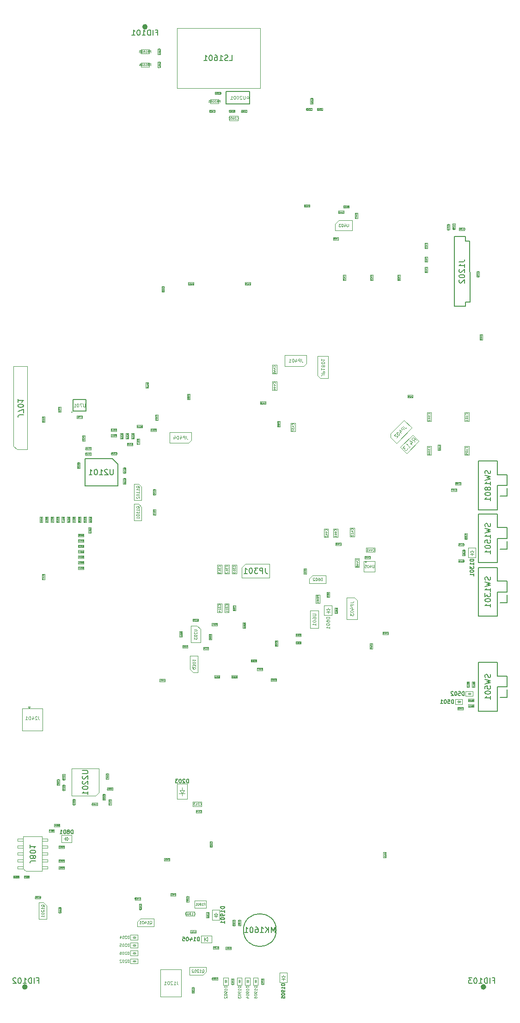
<source format=gbr>
G04 #@! TF.GenerationSoftware,KiCad,Pcbnew,5.0.0*
G04 #@! TF.CreationDate,2018-09-20T02:33:47-04:00*
G04 #@! TF.ProjectId,dvk-mx8m-bsb,64766B2D6D78386D2D6273622E6B6963,v0.1.2*
G04 #@! TF.SameCoordinates,Original*
G04 #@! TF.FileFunction,Other,Fab,Bot*
%FSLAX46Y46*%
G04 Gerber Fmt 4.6, Leading zero omitted, Abs format (unit mm)*
G04 Created by KiCad (PCBNEW 5.0.0) date Thu Sep 20 02:33:47 2018*
%MOMM*%
%LPD*%
G01*
G04 APERTURE LIST*
%ADD10C,0.100000*%
%ADD11C,0.500000*%
%ADD12C,0.150000*%
%ADD13C,0.127000*%
%ADD14C,0.050000*%
%ADD15C,0.090000*%
%ADD16C,0.075000*%
%ADD17C,0.040000*%
%ADD18C,0.120000*%
%ADD19C,0.060000*%
%ADD20C,0.125000*%
%ADD21C,0.080000*%
G04 APERTURE END LIST*
D10*
G04 #@! TO.C,J1201*
X87850000Y-237800000D02*
X91650000Y-237800000D01*
X87850000Y-232800000D02*
X87850000Y-237800000D01*
X91650000Y-232800000D02*
X87850000Y-232800000D01*
X91650000Y-237800000D02*
X91650000Y-232800000D01*
D11*
G04 #@! TO.C,FID101*
X85250000Y-60000000D02*
G75*
G03X85250000Y-60000000I-250000J0D01*
G01*
G04 #@! TO.C,FID103*
X147250000Y-236000000D02*
G75*
G03X147250000Y-236000000I-250000J0D01*
G01*
G04 #@! TO.C,FID102*
X63250000Y-236000000D02*
G75*
G03X63250000Y-236000000I-250000J0D01*
G01*
D10*
G04 #@! TO.C,U2001*
X104000000Y-72846000D02*
X104000000Y-73146000D01*
X104000000Y-73146000D02*
G75*
G02X104000000Y-72846000I-150000J150000D01*
G01*
D12*
X99830000Y-71821000D02*
X104170000Y-71821000D01*
X99830000Y-74171000D02*
X99830000Y-71821000D01*
X104170000Y-74171000D02*
X99830000Y-74171000D01*
X104170000Y-71821000D02*
X104170000Y-74171000D01*
G04 #@! TO.C,U701*
X71700000Y-130650000D02*
G75*
G03X71700000Y-130650000I-75000J0D01*
G01*
D13*
X71825000Y-128350000D02*
X71825000Y-130450000D01*
X74225000Y-128350000D02*
X71825000Y-128350000D01*
X74225000Y-130450000D02*
X74225000Y-128350000D01*
X71825000Y-130450000D02*
X74225000Y-130450000D01*
D14*
G04 #@! TO.C,U405*
X127097000Y-157926000D02*
X127097000Y-159926000D01*
X125097000Y-157926000D02*
X127097000Y-157926000D01*
X125097000Y-159926000D02*
X125097000Y-157926000D01*
X127097000Y-159926000D02*
X125097000Y-159926000D01*
D12*
X125522000Y-158126000D02*
G75*
G03X125522000Y-158126000I-75000J0D01*
G01*
D10*
G04 #@! TO.C,LS1601*
X106100000Y-60240000D02*
X90900000Y-60240000D01*
X106100000Y-71240000D02*
X106100000Y-60240000D01*
X90900000Y-71240000D02*
X106100000Y-71240000D01*
X90900000Y-60240000D02*
X90900000Y-71240000D01*
D12*
G04 #@! TO.C,SW501*
X146095000Y-176500000D02*
X149595000Y-176500000D01*
X149595000Y-176500000D02*
X149595000Y-179000000D01*
X149595000Y-179000000D02*
X151345000Y-179000000D01*
X151345000Y-179000000D02*
X151345000Y-181000000D01*
X151345000Y-181000000D02*
X149595000Y-181000000D01*
X149595000Y-181000000D02*
X149595000Y-185450000D01*
X149595000Y-185450000D02*
X146145000Y-185450000D01*
X146095000Y-185450000D02*
X146095000Y-176500000D01*
X151345000Y-181500000D02*
X151345000Y-182950000D01*
X151345000Y-182950000D02*
X150045000Y-182950000D01*
G04 #@! TO.C,SW1301*
X146095000Y-159100000D02*
X149595000Y-159100000D01*
X149595000Y-159100000D02*
X149595000Y-161600000D01*
X149595000Y-161600000D02*
X151345000Y-161600000D01*
X151345000Y-161600000D02*
X151345000Y-163600000D01*
X151345000Y-163600000D02*
X149595000Y-163600000D01*
X149595000Y-163600000D02*
X149595000Y-168050000D01*
X149595000Y-168050000D02*
X146145000Y-168050000D01*
X146095000Y-168050000D02*
X146095000Y-159100000D01*
X151345000Y-164100000D02*
X151345000Y-165550000D01*
X151345000Y-165550000D02*
X150045000Y-165550000D01*
G04 #@! TO.C,SW1501*
X146095000Y-149300000D02*
X149595000Y-149300000D01*
X149595000Y-149300000D02*
X149595000Y-151800000D01*
X149595000Y-151800000D02*
X151345000Y-151800000D01*
X151345000Y-151800000D02*
X151345000Y-153800000D01*
X151345000Y-153800000D02*
X149595000Y-153800000D01*
X149595000Y-153800000D02*
X149595000Y-158250000D01*
X149595000Y-158250000D02*
X146145000Y-158250000D01*
X146095000Y-158250000D02*
X146095000Y-149300000D01*
X151345000Y-154300000D02*
X151345000Y-155750000D01*
X151345000Y-155750000D02*
X150045000Y-155750000D01*
G04 #@! TO.C,SW1801*
X146095000Y-139600000D02*
X149595000Y-139600000D01*
X149595000Y-139600000D02*
X149595000Y-142100000D01*
X149595000Y-142100000D02*
X151345000Y-142100000D01*
X151345000Y-142100000D02*
X151345000Y-144100000D01*
X151345000Y-144100000D02*
X149595000Y-144100000D01*
X149595000Y-144100000D02*
X149595000Y-148550000D01*
X149595000Y-148550000D02*
X146145000Y-148550000D01*
X146095000Y-148550000D02*
X146095000Y-139600000D01*
X151345000Y-144600000D02*
X151345000Y-146050000D01*
X151345000Y-146050000D02*
X150045000Y-146050000D01*
D10*
G04 #@! TO.C,Q1201*
X67000000Y-223570000D02*
X65600000Y-223570000D01*
X65600000Y-220530000D02*
X65600000Y-223570000D01*
X67000000Y-221100000D02*
X66450000Y-220530000D01*
X66450000Y-220530000D02*
X65600000Y-220530000D01*
X67000000Y-221100000D02*
X67000000Y-223550000D01*
G04 #@! TO.C,C421*
X126250000Y-105500000D02*
X126250000Y-106500000D01*
X126750000Y-105500000D02*
X126250000Y-105500000D01*
X126750000Y-106500000D02*
X126750000Y-105500000D01*
X126250000Y-106500000D02*
X126750000Y-106500000D01*
G04 #@! TO.C,C404*
X87369000Y-132132000D02*
X87369000Y-131132000D01*
X86869000Y-132132000D02*
X87369000Y-132132000D01*
X86869000Y-131132000D02*
X86869000Y-132132000D01*
X87369000Y-131132000D02*
X86869000Y-131132000D01*
G04 #@! TO.C,C402*
X90655000Y-218810000D02*
X89655000Y-218810000D01*
X90655000Y-219310000D02*
X90655000Y-218810000D01*
X89655000Y-219310000D02*
X90655000Y-219310000D01*
X89655000Y-218810000D02*
X89655000Y-219310000D01*
G04 #@! TO.C,C431*
X89520000Y-212385000D02*
X88520000Y-212385000D01*
X89520000Y-212885000D02*
X89520000Y-212385000D01*
X88520000Y-212885000D02*
X89520000Y-212885000D01*
X88520000Y-212385000D02*
X88520000Y-212885000D01*
G04 #@! TO.C,C429*
X103350000Y-107350000D02*
X104350000Y-107350000D01*
X103350000Y-106850000D02*
X103350000Y-107350000D01*
X104350000Y-106850000D02*
X103350000Y-106850000D01*
X104350000Y-107350000D02*
X104350000Y-106850000D01*
G04 #@! TO.C,C424*
X126700000Y-174025000D02*
X126700000Y-173025000D01*
X126200000Y-174025000D02*
X126700000Y-174025000D01*
X126200000Y-173025000D02*
X126200000Y-174025000D01*
X126700000Y-173025000D02*
X126200000Y-173025000D01*
G04 #@! TO.C,C430*
X93250000Y-128300000D02*
X93250000Y-127300000D01*
X92750000Y-128300000D02*
X93250000Y-128300000D01*
X92750000Y-127300000D02*
X92750000Y-128300000D01*
X93250000Y-127300000D02*
X92750000Y-127300000D01*
G04 #@! TO.C,C425*
X121250000Y-105500000D02*
X121250000Y-106500000D01*
X121750000Y-105500000D02*
X121250000Y-105500000D01*
X121750000Y-106500000D02*
X121750000Y-105500000D01*
X121250000Y-106500000D02*
X121750000Y-106500000D01*
G04 #@! TO.C,C420*
X73500000Y-134900000D02*
X73500000Y-135900000D01*
X74000000Y-134900000D02*
X73500000Y-134900000D01*
X74000000Y-135900000D02*
X74000000Y-134900000D01*
X73500000Y-135900000D02*
X74000000Y-135900000D01*
G04 #@! TO.C,C413*
X85150000Y-125165000D02*
X85150000Y-126165000D01*
X85650000Y-125165000D02*
X85150000Y-125165000D01*
X85650000Y-126165000D02*
X85650000Y-125165000D01*
X85150000Y-126165000D02*
X85650000Y-126165000D01*
G04 #@! TO.C,C433*
X96850000Y-209365000D02*
X96850000Y-210365000D01*
X97350000Y-209365000D02*
X96850000Y-209365000D01*
X97350000Y-210365000D02*
X97350000Y-209365000D01*
X96850000Y-210365000D02*
X97350000Y-210365000D01*
G04 #@! TO.C,C422*
X136750000Y-100600000D02*
X136750000Y-99600000D01*
X136250000Y-100600000D02*
X136750000Y-100600000D01*
X136250000Y-99600000D02*
X136250000Y-100600000D01*
X136750000Y-99600000D02*
X136250000Y-99600000D01*
G04 #@! TO.C,C403*
X97835000Y-75200000D02*
X96835000Y-75200000D01*
X97835000Y-75700000D02*
X97835000Y-75200000D01*
X96835000Y-75700000D02*
X97835000Y-75700000D01*
X96835000Y-75200000D02*
X96835000Y-75700000D01*
G04 #@! TO.C,C415*
X136750000Y-105046514D02*
X136750000Y-104046514D01*
X136250000Y-105046514D02*
X136750000Y-105046514D01*
X136250000Y-104046514D02*
X136250000Y-105046514D01*
X136750000Y-104046514D02*
X136250000Y-104046514D01*
G04 #@! TO.C,C435*
X88050000Y-107587920D02*
X88050000Y-108587920D01*
X88550000Y-107587920D02*
X88050000Y-107587920D01*
X88550000Y-108587920D02*
X88550000Y-107587920D01*
X88050000Y-108587920D02*
X88550000Y-108587920D01*
G04 #@! TO.C,C419*
X136750000Y-103116514D02*
X136750000Y-102116514D01*
X136250000Y-103116514D02*
X136750000Y-103116514D01*
X136250000Y-102116514D02*
X136250000Y-103116514D01*
X136750000Y-102116514D02*
X136250000Y-102116514D01*
G04 #@! TO.C,C438*
X146850000Y-117400000D02*
X146850000Y-116400000D01*
X146350000Y-117400000D02*
X146850000Y-117400000D01*
X146350000Y-116400000D02*
X146350000Y-117400000D01*
X146850000Y-116400000D02*
X146350000Y-116400000D01*
G04 #@! TO.C,C401*
X87665000Y-180050000D02*
X88665000Y-180050000D01*
X87665000Y-179550000D02*
X87665000Y-180050000D01*
X88665000Y-179550000D02*
X87665000Y-179550000D01*
X88665000Y-180050000D02*
X88665000Y-179550000D01*
G04 #@! TO.C,C411*
X129175000Y-212268500D02*
X129175000Y-211268500D01*
X128675000Y-212268500D02*
X129175000Y-212268500D01*
X128675000Y-211268500D02*
X128675000Y-212268500D01*
X129175000Y-211268500D02*
X128675000Y-211268500D01*
G04 #@! TO.C,C417*
X78850000Y-202655000D02*
X78850000Y-201655000D01*
X78350000Y-202655000D02*
X78850000Y-202655000D01*
X78350000Y-201655000D02*
X78350000Y-202655000D01*
X78850000Y-201655000D02*
X78350000Y-201655000D01*
G04 #@! TO.C,C409*
X129550000Y-170900000D02*
X128550000Y-170900000D01*
X129550000Y-171400000D02*
X129550000Y-170900000D01*
X128550000Y-171400000D02*
X129550000Y-171400000D01*
X128550000Y-170900000D02*
X128550000Y-171400000D01*
G04 #@! TO.C,C436*
X134090000Y-127500000D02*
X133090000Y-127500000D01*
X134090000Y-128000000D02*
X134090000Y-127500000D01*
X133090000Y-128000000D02*
X134090000Y-128000000D01*
X133090000Y-127500000D02*
X133090000Y-128000000D01*
G04 #@! TO.C,C426*
X114200000Y-93050000D02*
X115200000Y-93050000D01*
X114200000Y-92550000D02*
X114200000Y-93050000D01*
X115200000Y-92550000D02*
X114200000Y-92550000D01*
X115200000Y-93050000D02*
X115200000Y-92550000D01*
G04 #@! TO.C,C432*
X93950000Y-106850000D02*
X92950000Y-106850000D01*
X93950000Y-107350000D02*
X93950000Y-106850000D01*
X92950000Y-107350000D02*
X93950000Y-107350000D01*
X92950000Y-106850000D02*
X92950000Y-107350000D01*
G04 #@! TO.C,C405*
X131250000Y-105500000D02*
X131250000Y-106500000D01*
X131750000Y-105500000D02*
X131250000Y-105500000D01*
X131750000Y-106500000D02*
X131750000Y-105500000D01*
X131250000Y-106500000D02*
X131750000Y-106500000D01*
G04 #@! TO.C,C428*
X107100000Y-128700000D02*
X106100000Y-128700000D01*
X107100000Y-129200000D02*
X107100000Y-128700000D01*
X106100000Y-129200000D02*
X107100000Y-129200000D01*
X106100000Y-128700000D02*
X106100000Y-129200000D01*
G04 #@! TO.C,R412*
X122365000Y-92725000D02*
X121365000Y-92725000D01*
X122365000Y-93225000D02*
X122365000Y-92725000D01*
X121365000Y-93225000D02*
X122365000Y-93225000D01*
X121365000Y-92725000D02*
X121365000Y-93225000D01*
G04 #@! TO.C,C451*
X119465000Y-99075000D02*
X120465000Y-99075000D01*
X119465000Y-98575000D02*
X119465000Y-99075000D01*
X120465000Y-98575000D02*
X119465000Y-98575000D01*
X120465000Y-99075000D02*
X120465000Y-98575000D01*
G04 #@! TO.C,JP404*
X93025000Y-136300000D02*
X93525000Y-135800000D01*
X89525000Y-136300000D02*
X93025000Y-136300000D01*
X89525000Y-134300000D02*
X89525000Y-136300000D01*
X93525000Y-134300000D02*
X89525000Y-134300000D01*
X93525000Y-135800000D02*
X93525000Y-134300000D01*
G04 #@! TO.C,Q1202*
X93180000Y-233800000D02*
X93180000Y-232400000D01*
X96220000Y-232400000D02*
X93180000Y-232400000D01*
X95650000Y-233800000D02*
X96220000Y-233250000D01*
X96220000Y-233250000D02*
X96220000Y-232400000D01*
X95650000Y-233800000D02*
X93200000Y-233800000D01*
G04 #@! TO.C,R1203*
X97500000Y-229050000D02*
X98500000Y-229050000D01*
X97500000Y-228550000D02*
X97500000Y-229050000D01*
X98500000Y-228550000D02*
X97500000Y-228550000D01*
X98500000Y-229050000D02*
X98500000Y-228550000D01*
G04 #@! TO.C,U403*
X119850000Y-97300000D02*
X122950000Y-97300000D01*
X122950000Y-97300000D02*
X122950000Y-95500000D01*
X120500000Y-95500000D02*
X122950000Y-95500000D01*
X119850000Y-97300000D02*
X119850000Y-96150000D01*
X120500000Y-95500000D02*
X119850000Y-96150000D01*
G04 #@! TO.C,R1202*
X69650000Y-222415000D02*
X69650000Y-221415000D01*
X69150000Y-222415000D02*
X69650000Y-222415000D01*
X69150000Y-221415000D02*
X69150000Y-222415000D01*
X69650000Y-221415000D02*
X69150000Y-221415000D01*
G04 #@! TO.C,C447*
X123475000Y-94115000D02*
X123475000Y-95115000D01*
X123975000Y-94115000D02*
X123475000Y-94115000D01*
X123975000Y-95115000D02*
X123975000Y-94115000D01*
X123475000Y-95115000D02*
X123975000Y-95115000D01*
G04 #@! TO.C,R1204*
X98300000Y-234250000D02*
X97300000Y-234250000D01*
X98300000Y-234750000D02*
X98300000Y-234250000D01*
X97300000Y-234750000D02*
X98300000Y-234750000D01*
X97300000Y-234250000D02*
X97300000Y-234750000D01*
G04 #@! TO.C,C1201*
X94050000Y-237100000D02*
X94050000Y-236100000D01*
X93550000Y-237100000D02*
X94050000Y-237100000D01*
X93550000Y-236100000D02*
X93550000Y-237100000D01*
X94050000Y-236100000D02*
X93550000Y-236100000D01*
G04 #@! TO.C,R1201*
X65845000Y-219350000D02*
X64845000Y-219350000D01*
X65845000Y-219850000D02*
X65845000Y-219350000D01*
X64845000Y-219850000D02*
X65845000Y-219850000D01*
X64845000Y-219350000D02*
X64845000Y-219850000D01*
G04 #@! TO.C,C443*
X121425000Y-93725000D02*
X120425000Y-93725000D01*
X121425000Y-94225000D02*
X121425000Y-93725000D01*
X120425000Y-94225000D02*
X121425000Y-94225000D01*
X120425000Y-93725000D02*
X120425000Y-94225000D01*
G04 #@! TO.C,C1208*
X141325000Y-96100000D02*
X141325000Y-97100000D01*
X141825000Y-96100000D02*
X141325000Y-96100000D01*
X141825000Y-97100000D02*
X141825000Y-96100000D01*
X141325000Y-97100000D02*
X141825000Y-97100000D01*
G04 #@! TO.C,C1207*
X143550000Y-96800000D02*
X142550000Y-96800000D01*
X143550000Y-97300000D02*
X143550000Y-96800000D01*
X142550000Y-97300000D02*
X143550000Y-97300000D01*
X142550000Y-96800000D02*
X142550000Y-97300000D01*
G04 #@! TO.C,C1210*
X140325000Y-96200000D02*
X140325000Y-97200000D01*
X140825000Y-96200000D02*
X140325000Y-96200000D01*
X140825000Y-97200000D02*
X140825000Y-96200000D01*
X140325000Y-97200000D02*
X140825000Y-97200000D01*
G04 #@! TO.C,R1205*
X144050000Y-153900000D02*
X144050000Y-152900000D01*
X143550000Y-153900000D02*
X144050000Y-153900000D01*
X143550000Y-152900000D02*
X143550000Y-153900000D01*
X144050000Y-152900000D02*
X143550000Y-152900000D01*
G04 #@! TO.C,C1206*
X145750000Y-104835000D02*
X145750000Y-105835000D01*
X146250000Y-104835000D02*
X145750000Y-104835000D01*
X146250000Y-105835000D02*
X146250000Y-104835000D01*
X145750000Y-105835000D02*
X146250000Y-105835000D01*
D12*
G04 #@! TO.C,J1202*
X143750000Y-110450000D02*
X143750000Y-111250000D01*
X144550000Y-110450000D02*
X143750000Y-110450000D01*
X144500000Y-99300000D02*
X144550000Y-110450000D01*
X143800000Y-99300000D02*
X144500000Y-99300000D01*
X143750000Y-98450000D02*
X143750000Y-99300000D01*
X141650000Y-98450000D02*
X143750000Y-98450000D01*
X143750000Y-111250000D02*
X141650000Y-111250000D01*
X141650000Y-111250000D02*
X141650000Y-98450000D01*
D10*
G04 #@! TO.C,R413*
X134065685Y-134802944D02*
X131802944Y-137065685D01*
X135197056Y-135934315D02*
X134065685Y-134802944D01*
X132934315Y-138197056D02*
X135197056Y-135934315D01*
X131802944Y-137065685D02*
X132934315Y-138197056D01*
G04 #@! TO.C,C412*
X122550000Y-151860000D02*
X122550000Y-153460000D01*
X123350000Y-151860000D02*
X122550000Y-151860000D01*
X123350000Y-153460000D02*
X123350000Y-151860000D01*
X122550000Y-153460000D02*
X123350000Y-153460000D01*
G04 #@! TO.C,C441*
X119515000Y-151990000D02*
X119515000Y-153590000D01*
X120315000Y-151990000D02*
X119515000Y-151990000D01*
X120315000Y-153590000D02*
X120315000Y-151990000D01*
X119515000Y-153590000D02*
X120315000Y-153590000D01*
G04 #@! TO.C,C442*
X117800000Y-151990000D02*
X117800000Y-153590000D01*
X118600000Y-151990000D02*
X117800000Y-151990000D01*
X118600000Y-153590000D02*
X118600000Y-151990000D01*
X117800000Y-153590000D02*
X118600000Y-153590000D01*
G04 #@! TO.C,C445*
X127150000Y-155500000D02*
X125550000Y-155500000D01*
X127150000Y-156300000D02*
X127150000Y-155500000D01*
X125550000Y-156300000D02*
X127150000Y-156300000D01*
X125550000Y-155500000D02*
X125550000Y-156300000D01*
G04 #@! TO.C,C448*
X124275000Y-159075000D02*
X124275000Y-157475000D01*
X123475000Y-159075000D02*
X124275000Y-159075000D01*
X123475000Y-157475000D02*
X123475000Y-159075000D01*
X124275000Y-157475000D02*
X123475000Y-157475000D01*
G04 #@! TO.C,Q1401*
X86620000Y-223500000D02*
X86620000Y-224900000D01*
X83580000Y-224900000D02*
X86620000Y-224900000D01*
X84150000Y-223500000D02*
X83580000Y-224050000D01*
X83580000Y-224050000D02*
X83580000Y-224900000D01*
X84150000Y-223500000D02*
X86600000Y-223500000D01*
G04 #@! TO.C,JP402*
X130015075Y-134570712D02*
X130015075Y-135277818D01*
X132489949Y-132095838D02*
X130015075Y-134570712D01*
X133904162Y-133510051D02*
X132489949Y-132095838D01*
X131075735Y-136338479D02*
X133904162Y-133510051D01*
X130015075Y-135277818D02*
X131075735Y-136338479D01*
G04 #@! TO.C,JP403*
X123920000Y-165160000D02*
X123420000Y-164660000D01*
X123920000Y-168660000D02*
X123920000Y-165160000D01*
X121920000Y-168660000D02*
X123920000Y-168660000D01*
X121920000Y-164660000D02*
X121920000Y-168660000D01*
X123420000Y-164660000D02*
X121920000Y-164660000D01*
G04 #@! TO.C,R1409*
X83165000Y-220075000D02*
X84165000Y-220075000D01*
X83165000Y-219575000D02*
X83165000Y-220075000D01*
X84165000Y-219575000D02*
X83165000Y-219575000D01*
X84165000Y-220075000D02*
X84165000Y-219575000D01*
G04 #@! TO.C,R1410*
X84400000Y-221800000D02*
X84400000Y-220800000D01*
X83900000Y-221800000D02*
X84400000Y-221800000D01*
X83900000Y-220800000D02*
X83900000Y-221800000D01*
X84400000Y-220800000D02*
X83900000Y-220800000D01*
G04 #@! TO.C,D1405*
X95250000Y-226650000D02*
X95250000Y-227850000D01*
X95250000Y-227850000D02*
X97250000Y-227850000D01*
X97250000Y-227850000D02*
X97250000Y-226650000D01*
X97250000Y-226650000D02*
X95250000Y-226650000D01*
X96450000Y-227650000D02*
X96450000Y-226850000D01*
X96450000Y-226850000D02*
X95850000Y-227250000D01*
X95850000Y-227250000D02*
X96450000Y-227650000D01*
X95850000Y-227650000D02*
X95850000Y-226850000D01*
G04 #@! TO.C,R1411*
X93325000Y-226125000D02*
X94325000Y-226125000D01*
X93325000Y-225625000D02*
X93325000Y-226125000D01*
X94325000Y-225625000D02*
X93325000Y-225625000D01*
X94325000Y-226125000D02*
X94325000Y-225625000D01*
G04 #@! TO.C,C440*
X120900000Y-154550000D02*
X119900000Y-154550000D01*
X120900000Y-155050000D02*
X120900000Y-154550000D01*
X119900000Y-155050000D02*
X120900000Y-155050000D01*
X119900000Y-154550000D02*
X119900000Y-155050000D01*
G04 #@! TO.C,C450*
X126272000Y-156990000D02*
X125272000Y-156990000D01*
X126272000Y-157490000D02*
X126272000Y-156990000D01*
X125272000Y-157490000D02*
X126272000Y-157490000D01*
X125272000Y-156990000D02*
X125272000Y-157490000D01*
D14*
G04 #@! TO.C,U601*
X115287000Y-170237000D02*
X116787000Y-170237000D01*
X116787000Y-170237000D02*
X116787000Y-167037000D01*
X116787000Y-167037000D02*
X115287000Y-167037000D01*
X115287000Y-167037000D02*
X115287000Y-170237000D01*
G04 #@! TO.C,U2201*
X76600000Y-200400000D02*
X76600000Y-196000000D01*
X76600000Y-196000000D02*
X71600000Y-196000000D01*
X71600000Y-196000000D02*
X71600000Y-201000000D01*
X71600000Y-201000000D02*
X76000000Y-201000000D01*
X76600000Y-200400000D02*
X76000000Y-201000000D01*
D12*
G04 #@! TO.C,U2101*
X80000000Y-140165000D02*
X79000000Y-139165000D01*
X80000000Y-144165000D02*
X80000000Y-140165000D01*
X74000000Y-144165000D02*
X80000000Y-144165000D01*
X74000000Y-139165000D02*
X74000000Y-144165000D01*
X79000000Y-139165000D02*
X74000000Y-139165000D01*
D10*
G04 #@! TO.C,JP301*
X103370500Y-158480000D02*
X102735500Y-159115000D01*
X107815500Y-158480000D02*
X103370500Y-158480000D01*
X107815500Y-161020000D02*
X107815500Y-158480000D01*
X102735500Y-161020000D02*
X107815500Y-161020000D01*
X102735500Y-159115000D02*
X102735500Y-161020000D01*
D12*
G04 #@! TO.C,MK1601*
X109050000Y-225591000D02*
G75*
G03X109050000Y-225591000I-3000000J0D01*
G01*
D10*
G04 #@! TO.C,R2002*
X100425000Y-75700000D02*
X101425000Y-75700000D01*
X100425000Y-75200000D02*
X100425000Y-75700000D01*
X101425000Y-75200000D02*
X100425000Y-75200000D01*
X101425000Y-75700000D02*
X101425000Y-75200000D01*
G04 #@! TO.C,D801*
X69750000Y-209550000D02*
X71550000Y-209550000D01*
X71550000Y-209550000D02*
X71550000Y-208150000D01*
X71550000Y-208150000D02*
X69750000Y-208150000D01*
X69750000Y-208150000D02*
X69750000Y-209550000D01*
X70350000Y-209200000D02*
X70350000Y-208500000D01*
X70350000Y-208850000D02*
X70150000Y-208850000D01*
X70350000Y-208850000D02*
X70850000Y-209200000D01*
X70850000Y-209200000D02*
X70850000Y-208500000D01*
X70850000Y-208500000D02*
X70350000Y-208850000D01*
X70850000Y-208850000D02*
X71100000Y-208850000D01*
G04 #@! TO.C,D601*
X119237000Y-167887000D02*
X119237000Y-166087000D01*
X119237000Y-166087000D02*
X117837000Y-166087000D01*
X117837000Y-166087000D02*
X117837000Y-167887000D01*
X117837000Y-167887000D02*
X119237000Y-167887000D01*
X118887000Y-167287000D02*
X118187000Y-167287000D01*
X118537000Y-167287000D02*
X118537000Y-167487000D01*
X118537000Y-167287000D02*
X118887000Y-166787000D01*
X118887000Y-166787000D02*
X118187000Y-166787000D01*
X118187000Y-166787000D02*
X118537000Y-167287000D01*
X118537000Y-166787000D02*
X118537000Y-166537000D01*
G04 #@! TO.C,D202*
X82350000Y-231715000D02*
X83650000Y-231715000D01*
X83650000Y-231715000D02*
X83650000Y-230815000D01*
X83650000Y-230815000D02*
X82350000Y-230815000D01*
X82350000Y-230815000D02*
X82350000Y-231715000D01*
X83200000Y-231465000D02*
X83200000Y-231065000D01*
X83200000Y-231265000D02*
X83350000Y-231265000D01*
X83200000Y-231265000D02*
X82900000Y-231465000D01*
X82900000Y-231465000D02*
X82900000Y-231065000D01*
X82900000Y-231065000D02*
X83200000Y-231265000D01*
X82900000Y-231265000D02*
X82750000Y-231265000D01*
G04 #@! TO.C,D203*
X92700000Y-201598000D02*
X92700000Y-198798000D01*
X92700000Y-198798000D02*
X90900000Y-198798000D01*
X90900000Y-198798000D02*
X90900000Y-201598000D01*
X90900000Y-201598000D02*
X92700000Y-201598000D01*
X91800000Y-200948000D02*
X91800000Y-200548000D01*
X91800000Y-200548000D02*
X92350000Y-200548000D01*
X91800000Y-200548000D02*
X91250000Y-200548000D01*
X91800000Y-200548000D02*
X92200000Y-199948000D01*
X92200000Y-199948000D02*
X91400000Y-199948000D01*
X91400000Y-199948000D02*
X91800000Y-200548000D01*
X91800000Y-199948000D02*
X91800000Y-199448000D01*
G04 #@! TO.C,D204*
X82350000Y-227365000D02*
X83650000Y-227365000D01*
X83650000Y-227365000D02*
X83650000Y-226465000D01*
X83650000Y-226465000D02*
X82350000Y-226465000D01*
X82350000Y-226465000D02*
X82350000Y-227365000D01*
X83200000Y-227115000D02*
X83200000Y-226715000D01*
X83200000Y-226915000D02*
X83350000Y-226915000D01*
X83200000Y-226915000D02*
X82900000Y-227115000D01*
X82900000Y-227115000D02*
X82900000Y-226715000D01*
X82900000Y-226715000D02*
X83200000Y-226915000D01*
X82900000Y-226915000D02*
X82750000Y-226915000D01*
G04 #@! TO.C,D205*
X82350000Y-228815000D02*
X83650000Y-228815000D01*
X83650000Y-228815000D02*
X83650000Y-227915000D01*
X83650000Y-227915000D02*
X82350000Y-227915000D01*
X82350000Y-227915000D02*
X82350000Y-228815000D01*
X83200000Y-228565000D02*
X83200000Y-228165000D01*
X83200000Y-228365000D02*
X83350000Y-228365000D01*
X83200000Y-228365000D02*
X82900000Y-228565000D01*
X82900000Y-228565000D02*
X82900000Y-228165000D01*
X82900000Y-228165000D02*
X83200000Y-228365000D01*
X82900000Y-228365000D02*
X82750000Y-228365000D01*
G04 #@! TO.C,D206*
X82350000Y-230265000D02*
X83650000Y-230265000D01*
X83650000Y-230265000D02*
X83650000Y-229365000D01*
X83650000Y-229365000D02*
X82350000Y-229365000D01*
X82350000Y-229365000D02*
X82350000Y-230265000D01*
X83200000Y-230015000D02*
X83200000Y-229615000D01*
X83200000Y-229815000D02*
X83350000Y-229815000D01*
X83200000Y-229815000D02*
X82900000Y-230015000D01*
X82900000Y-230015000D02*
X82900000Y-229615000D01*
X82900000Y-229615000D02*
X83200000Y-229815000D01*
X82900000Y-229815000D02*
X82750000Y-229815000D01*
G04 #@! TO.C,D501*
X141825000Y-184175000D02*
X143125000Y-184175000D01*
X143125000Y-184175000D02*
X143125000Y-183275000D01*
X143125000Y-183275000D02*
X141825000Y-183275000D01*
X141825000Y-183275000D02*
X141825000Y-184175000D01*
X142675000Y-183925000D02*
X142675000Y-183525000D01*
X142675000Y-183725000D02*
X142825000Y-183725000D01*
X142675000Y-183725000D02*
X142375000Y-183925000D01*
X142375000Y-183925000D02*
X142375000Y-183525000D01*
X142375000Y-183525000D02*
X142675000Y-183725000D01*
X142375000Y-183725000D02*
X142225000Y-183725000D01*
G04 #@! TO.C,D502*
X143750000Y-182700000D02*
X145050000Y-182700000D01*
X145050000Y-182700000D02*
X145050000Y-181800000D01*
X145050000Y-181800000D02*
X143750000Y-181800000D01*
X143750000Y-181800000D02*
X143750000Y-182700000D01*
X144600000Y-182450000D02*
X144600000Y-182050000D01*
X144600000Y-182250000D02*
X144750000Y-182250000D01*
X144600000Y-182250000D02*
X144300000Y-182450000D01*
X144300000Y-182450000D02*
X144300000Y-182050000D01*
X144300000Y-182050000D02*
X144600000Y-182250000D01*
X144300000Y-182250000D02*
X144150000Y-182250000D01*
G04 #@! TO.C,D1301*
X145600000Y-157300000D02*
X145600000Y-155500000D01*
X145600000Y-155500000D02*
X144200000Y-155500000D01*
X144200000Y-155500000D02*
X144200000Y-157300000D01*
X144200000Y-157300000D02*
X145600000Y-157300000D01*
X145250000Y-156700000D02*
X144550000Y-156700000D01*
X144900000Y-156700000D02*
X144900000Y-156900000D01*
X144900000Y-156700000D02*
X145250000Y-156200000D01*
X145250000Y-156200000D02*
X144550000Y-156200000D01*
X144550000Y-156200000D02*
X144900000Y-156700000D01*
X144900000Y-156200000D02*
X144900000Y-155950000D01*
G04 #@! TO.C,D1901*
X98000000Y-222600000D02*
X98000000Y-222350000D01*
X97650000Y-222600000D02*
X98000000Y-223100000D01*
X98350000Y-222600000D02*
X97650000Y-222600000D01*
X98000000Y-223100000D02*
X98350000Y-222600000D01*
X98000000Y-223100000D02*
X98000000Y-223300000D01*
X98350000Y-223100000D02*
X97650000Y-223100000D01*
X97300000Y-223700000D02*
X98700000Y-223700000D01*
X97300000Y-221900000D02*
X97300000Y-223700000D01*
X98700000Y-221900000D02*
X97300000Y-221900000D01*
X98700000Y-223700000D02*
X98700000Y-221900000D01*
G04 #@! TO.C,D1902*
X100250000Y-235650000D02*
X100250000Y-234350000D01*
X100250000Y-234350000D02*
X99350000Y-234350000D01*
X99350000Y-234350000D02*
X99350000Y-235650000D01*
X99350000Y-235650000D02*
X100250000Y-235650000D01*
X100000000Y-234800000D02*
X99600000Y-234800000D01*
X99800000Y-234800000D02*
X99800000Y-234650000D01*
X99800000Y-234800000D02*
X100000000Y-235100000D01*
X100000000Y-235100000D02*
X99600000Y-235100000D01*
X99600000Y-235100000D02*
X99800000Y-234800000D01*
X99800000Y-235100000D02*
X99800000Y-235250000D01*
G04 #@! TO.C,D1903*
X102750000Y-235650000D02*
X102750000Y-234350000D01*
X102750000Y-234350000D02*
X101850000Y-234350000D01*
X101850000Y-234350000D02*
X101850000Y-235650000D01*
X101850000Y-235650000D02*
X102750000Y-235650000D01*
X102500000Y-234800000D02*
X102100000Y-234800000D01*
X102300000Y-234800000D02*
X102300000Y-234650000D01*
X102300000Y-234800000D02*
X102500000Y-235100000D01*
X102500000Y-235100000D02*
X102100000Y-235100000D01*
X102100000Y-235100000D02*
X102300000Y-234800000D01*
X102300000Y-235100000D02*
X102300000Y-235250000D01*
G04 #@! TO.C,D1904*
X104250000Y-235650000D02*
X104250000Y-234350000D01*
X104250000Y-234350000D02*
X103350000Y-234350000D01*
X103350000Y-234350000D02*
X103350000Y-235650000D01*
X103350000Y-235650000D02*
X104250000Y-235650000D01*
X104000000Y-234800000D02*
X103600000Y-234800000D01*
X103800000Y-234800000D02*
X103800000Y-234650000D01*
X103800000Y-234800000D02*
X104000000Y-235100000D01*
X104000000Y-235100000D02*
X103600000Y-235100000D01*
X103600000Y-235100000D02*
X103800000Y-234800000D01*
X103800000Y-235100000D02*
X103800000Y-235250000D01*
G04 #@! TO.C,D1905*
X110350000Y-234100000D02*
X110350000Y-233850000D01*
X110000000Y-234100000D02*
X110350000Y-234600000D01*
X110700000Y-234100000D02*
X110000000Y-234100000D01*
X110350000Y-234600000D02*
X110700000Y-234100000D01*
X110350000Y-234600000D02*
X110350000Y-234800000D01*
X110700000Y-234600000D02*
X110000000Y-234600000D01*
X109650000Y-235200000D02*
X111050000Y-235200000D01*
X109650000Y-233400000D02*
X109650000Y-235200000D01*
X111050000Y-233400000D02*
X109650000Y-233400000D01*
X111050000Y-235200000D02*
X111050000Y-233400000D01*
G04 #@! TO.C,D1906*
X105730000Y-235650000D02*
X105730000Y-234350000D01*
X105730000Y-234350000D02*
X104830000Y-234350000D01*
X104830000Y-234350000D02*
X104830000Y-235650000D01*
X104830000Y-235650000D02*
X105730000Y-235650000D01*
X105480000Y-234800000D02*
X105080000Y-234800000D01*
X105280000Y-234800000D02*
X105280000Y-234650000D01*
X105280000Y-234800000D02*
X105480000Y-235100000D01*
X105480000Y-235100000D02*
X105080000Y-235100000D01*
X105080000Y-235100000D02*
X105280000Y-234800000D01*
X105280000Y-235100000D02*
X105280000Y-235250000D01*
G04 #@! TO.C,F1901*
X96200000Y-220150000D02*
X94100000Y-220150000D01*
X94100000Y-220150000D02*
X94100000Y-221550000D01*
X94100000Y-221550000D02*
X96200000Y-221550000D01*
X96200000Y-221550000D02*
X96200000Y-220150000D01*
G04 #@! TO.C,FB601*
X117018000Y-164125000D02*
X116256000Y-164125000D01*
X117018000Y-165649000D02*
X117018000Y-164125000D01*
X116256000Y-165649000D02*
X117018000Y-165649000D01*
X116256000Y-164125000D02*
X116256000Y-165649000D01*
G04 #@! TO.C,FB1604*
X84238000Y-66559000D02*
X84238000Y-67321000D01*
X85762000Y-66559000D02*
X84238000Y-66559000D01*
X85762000Y-67321000D02*
X85762000Y-66559000D01*
X84238000Y-67321000D02*
X85762000Y-67321000D01*
G04 #@! TO.C,FB1605*
X84238000Y-64159000D02*
X84238000Y-64921000D01*
X85762000Y-64159000D02*
X84238000Y-64159000D01*
X85762000Y-64921000D02*
X85762000Y-64159000D01*
X84238000Y-64921000D02*
X85762000Y-64921000D01*
G04 #@! TO.C,FB2001*
X98462000Y-73269000D02*
X96938000Y-73269000D01*
X96938000Y-73269000D02*
X96938000Y-74031000D01*
X96938000Y-74031000D02*
X98462000Y-74031000D01*
X98462000Y-74031000D02*
X98462000Y-73269000D01*
G04 #@! TO.C,J2401*
X63925000Y-184650000D02*
X63775000Y-184950000D01*
X63625000Y-184650000D02*
X63925000Y-184650000D01*
X63775000Y-184950000D02*
X63625000Y-184650000D01*
X66275000Y-189050000D02*
X62525000Y-189050000D01*
X66275000Y-184950000D02*
X66275000Y-189050000D01*
X62525000Y-184950000D02*
X66275000Y-184950000D01*
X62525000Y-189050000D02*
X62525000Y-184950000D01*
G04 #@! TO.C,Q301*
X93252500Y-175330000D02*
X94652500Y-175330000D01*
X94652500Y-178370000D02*
X94652500Y-175330000D01*
X93252500Y-177800000D02*
X93802500Y-178370000D01*
X93802500Y-178370000D02*
X94652500Y-178370000D01*
X93252500Y-177800000D02*
X93252500Y-175350000D01*
G04 #@! TO.C,Q1101*
X84400000Y-150520000D02*
X83000000Y-150520000D01*
X83000000Y-147480000D02*
X83000000Y-150520000D01*
X84400000Y-148050000D02*
X83850000Y-147480000D01*
X83850000Y-147480000D02*
X83000000Y-147480000D01*
X84400000Y-148050000D02*
X84400000Y-150500000D01*
G04 #@! TO.C,Q1102*
X84400000Y-146820000D02*
X83000000Y-146820000D01*
X83000000Y-143780000D02*
X83000000Y-146820000D01*
X84400000Y-144350000D02*
X83850000Y-143780000D01*
X83850000Y-143780000D02*
X83000000Y-143780000D01*
X84400000Y-144350000D02*
X84400000Y-146800000D01*
G04 #@! TO.C,U203*
X93385000Y-169791238D02*
X93385000Y-172891238D01*
X93385000Y-172891238D02*
X95185000Y-172891238D01*
X95185000Y-170441238D02*
X95185000Y-172891238D01*
X93385000Y-169791238D02*
X94535000Y-169791238D01*
X95185000Y-170441238D02*
X94535000Y-169791238D01*
G04 #@! TO.C,C101*
X143550000Y-130712500D02*
X143550000Y-132312500D01*
X144350000Y-130712500D02*
X143550000Y-130712500D01*
X144350000Y-132312500D02*
X144350000Y-130712500D01*
X143550000Y-132312500D02*
X144350000Y-132312500D01*
G04 #@! TO.C,C102*
X136650000Y-130712500D02*
X136650000Y-132312500D01*
X137450000Y-130712500D02*
X136650000Y-130712500D01*
X137450000Y-132312500D02*
X137450000Y-130712500D01*
X136650000Y-132312500D02*
X137450000Y-132312500D01*
G04 #@! TO.C,C105*
X144350000Y-138500000D02*
X144350000Y-136900000D01*
X143550000Y-138500000D02*
X144350000Y-138500000D01*
X143550000Y-136900000D02*
X143550000Y-138500000D01*
X144350000Y-136900000D02*
X143550000Y-136900000D01*
G04 #@! TO.C,C106*
X137450000Y-138500000D02*
X137450000Y-136900000D01*
X136650000Y-138500000D02*
X137450000Y-138500000D01*
X136650000Y-136900000D02*
X136650000Y-138500000D01*
X137450000Y-136900000D02*
X136650000Y-136900000D01*
G04 #@! TO.C,C213*
X95400000Y-202075000D02*
X93800000Y-202075000D01*
X95400000Y-202875000D02*
X95400000Y-202075000D01*
X93800000Y-202875000D02*
X95400000Y-202875000D01*
X93800000Y-202075000D02*
X93800000Y-202875000D01*
G04 #@! TO.C,C310*
X100960000Y-158659000D02*
X100960000Y-160259000D01*
X101760000Y-158659000D02*
X100960000Y-158659000D01*
X101760000Y-160259000D02*
X101760000Y-158659000D01*
X100960000Y-160259000D02*
X101760000Y-160259000D01*
G04 #@! TO.C,C311*
X100400000Y-167341000D02*
X100400000Y-165741000D01*
X99600000Y-167341000D02*
X100400000Y-167341000D01*
X99600000Y-165741000D02*
X99600000Y-167341000D01*
X100400000Y-165741000D02*
X99600000Y-165741000D01*
G04 #@! TO.C,C312*
X99610000Y-158659000D02*
X99610000Y-160259000D01*
X100410000Y-158659000D02*
X99610000Y-158659000D01*
X100410000Y-160259000D02*
X100410000Y-158659000D01*
X99610000Y-160259000D02*
X100410000Y-160259000D01*
G04 #@! TO.C,C313*
X98260000Y-158659000D02*
X98260000Y-160259000D01*
X99060000Y-158659000D02*
X98260000Y-158659000D01*
X99060000Y-160259000D02*
X99060000Y-158659000D01*
X98260000Y-160259000D02*
X99060000Y-160259000D01*
G04 #@! TO.C,C314*
X99050000Y-167341000D02*
X99050000Y-165741000D01*
X98250000Y-167341000D02*
X99050000Y-167341000D01*
X98250000Y-165741000D02*
X98250000Y-167341000D01*
X99050000Y-165741000D02*
X98250000Y-165741000D01*
G04 #@! TO.C,C437*
X112520000Y-134200000D02*
X112520000Y-132600000D01*
X111720000Y-134200000D02*
X112520000Y-134200000D01*
X111720000Y-132600000D02*
X111720000Y-134200000D01*
X112520000Y-132600000D02*
X111720000Y-132600000D01*
G04 #@! TO.C,C444*
X109130000Y-126630000D02*
X109130000Y-125030000D01*
X108330000Y-126630000D02*
X109130000Y-126630000D01*
X108330000Y-125030000D02*
X108330000Y-126630000D01*
X109130000Y-125030000D02*
X108330000Y-125030000D01*
G04 #@! TO.C,C446*
X108330000Y-122010000D02*
X108330000Y-123610000D01*
X109130000Y-122010000D02*
X108330000Y-122010000D01*
X109130000Y-123610000D02*
X109130000Y-122010000D01*
X108330000Y-123610000D02*
X109130000Y-123610000D01*
G04 #@! TO.C,C1903*
X92462500Y-223000000D02*
X94062500Y-223000000D01*
X92462500Y-222200000D02*
X92462500Y-223000000D01*
X94062500Y-222200000D02*
X92462500Y-222200000D01*
X94062500Y-223000000D02*
X94062500Y-222200000D01*
G04 #@! TO.C,C2002*
X102027500Y-76350000D02*
X100427500Y-76350000D01*
X102027500Y-77150000D02*
X102027500Y-76350000D01*
X100427500Y-77150000D02*
X102027500Y-77150000D01*
X100427500Y-76350000D02*
X100427500Y-77150000D01*
G04 #@! TO.C,D602*
X118157000Y-160587000D02*
X118157000Y-161987000D01*
X115117000Y-161987000D02*
X118157000Y-161987000D01*
X115687000Y-160587000D02*
X115117000Y-161137000D01*
X115117000Y-161137000D02*
X115117000Y-161987000D01*
X115687000Y-160587000D02*
X118137000Y-160587000D01*
G04 #@! TO.C,J701*
X60930000Y-136835000D02*
X61565000Y-137470000D01*
X60930000Y-122230000D02*
X60930000Y-136835000D01*
X63470000Y-122230000D02*
X60930000Y-122230000D01*
X63470000Y-137470000D02*
X63470000Y-122230000D01*
X61565000Y-137470000D02*
X63470000Y-137470000D01*
G04 #@! TO.C,J801*
X67175000Y-208860000D02*
X66130000Y-208860000D01*
X67175000Y-209260000D02*
X67175000Y-208860000D01*
X66130000Y-209260000D02*
X67175000Y-209260000D01*
X61675000Y-208860000D02*
X62720000Y-208860000D01*
X61675000Y-209260000D02*
X61675000Y-208860000D01*
X62720000Y-209260000D02*
X61675000Y-209260000D01*
X67175000Y-210130000D02*
X66130000Y-210130000D01*
X67175000Y-210530000D02*
X67175000Y-210130000D01*
X66130000Y-210530000D02*
X67175000Y-210530000D01*
X61675000Y-210130000D02*
X62720000Y-210130000D01*
X61675000Y-210530000D02*
X61675000Y-210130000D01*
X62720000Y-210530000D02*
X61675000Y-210530000D01*
X67175000Y-211400000D02*
X66130000Y-211400000D01*
X67175000Y-211800000D02*
X67175000Y-211400000D01*
X66130000Y-211800000D02*
X67175000Y-211800000D01*
X61675000Y-211400000D02*
X62720000Y-211400000D01*
X61675000Y-211800000D02*
X61675000Y-211400000D01*
X62720000Y-211800000D02*
X61675000Y-211800000D01*
X67175000Y-212670000D02*
X66130000Y-212670000D01*
X67175000Y-213070000D02*
X67175000Y-212670000D01*
X66130000Y-213070000D02*
X67175000Y-213070000D01*
X61675000Y-212670000D02*
X62720000Y-212670000D01*
X61675000Y-213070000D02*
X61675000Y-212670000D01*
X62720000Y-213070000D02*
X61675000Y-213070000D01*
X67175000Y-213940000D02*
X66130000Y-213940000D01*
X67175000Y-214340000D02*
X67175000Y-213940000D01*
X66130000Y-214340000D02*
X67175000Y-214340000D01*
X61675000Y-213940000D02*
X62720000Y-213940000D01*
X61675000Y-214340000D02*
X61675000Y-213940000D01*
X62720000Y-214340000D02*
X61675000Y-214340000D01*
X66130000Y-214775000D02*
X66130000Y-208425000D01*
X62720000Y-214340000D02*
X63155000Y-214775000D01*
X62720000Y-208425000D02*
X62720000Y-214340000D01*
X63155000Y-214775000D02*
X66130000Y-214775000D01*
X66130000Y-208425000D02*
X62720000Y-208425000D01*
G04 #@! TO.C,JP401*
X114120000Y-122200000D02*
X114620000Y-121700000D01*
X110620000Y-122200000D02*
X114120000Y-122200000D01*
X110620000Y-120200000D02*
X110620000Y-122200000D01*
X114620000Y-120200000D02*
X110620000Y-120200000D01*
X114620000Y-121700000D02*
X114620000Y-120200000D01*
G04 #@! TO.C,JP1801*
X116600000Y-123900000D02*
X117100000Y-124400000D01*
X116600000Y-120400000D02*
X116600000Y-123900000D01*
X118600000Y-120400000D02*
X116600000Y-120400000D01*
X118600000Y-124400000D02*
X118600000Y-120400000D01*
X117100000Y-124400000D02*
X118600000Y-124400000D01*
G04 #@! TO.C,R107*
X66160000Y-160315000D02*
X66160000Y-161315000D01*
X66660000Y-160315000D02*
X66160000Y-160315000D01*
X66660000Y-161315000D02*
X66660000Y-160315000D01*
X66160000Y-161315000D02*
X66660000Y-161315000D01*
G04 #@! TO.C,R210*
X84537910Y-133000000D02*
X83537910Y-133000000D01*
X84537910Y-133500000D02*
X84537910Y-133000000D01*
X83537910Y-133500000D02*
X84537910Y-133500000D01*
X83537910Y-133000000D02*
X83537910Y-133500000D01*
G04 #@! TO.C,R211*
X78778750Y-135150000D02*
X79778750Y-135150000D01*
X78778750Y-134650000D02*
X78778750Y-135150000D01*
X79778750Y-134650000D02*
X78778750Y-134650000D01*
X79778750Y-135150000D02*
X79778750Y-134650000D01*
G04 #@! TO.C,R212*
X78778750Y-134150000D02*
X79778750Y-134150000D01*
X78778750Y-133650000D02*
X78778750Y-134150000D01*
X79778750Y-133650000D02*
X78778750Y-133650000D01*
X79778750Y-134150000D02*
X79778750Y-133650000D01*
G04 #@! TO.C,R213*
X81000000Y-135535000D02*
X81000000Y-134535000D01*
X80500000Y-135535000D02*
X81000000Y-135535000D01*
X80500000Y-134535000D02*
X80500000Y-135535000D01*
X81000000Y-134535000D02*
X80500000Y-134535000D01*
G04 #@! TO.C,R214*
X86035000Y-134150000D02*
X87035000Y-134150000D01*
X86035000Y-133650000D02*
X86035000Y-134150000D01*
X87035000Y-133650000D02*
X86035000Y-133650000D01*
X87035000Y-134150000D02*
X87035000Y-133650000D01*
G04 #@! TO.C,R215*
X83017194Y-135535000D02*
X83017194Y-134535000D01*
X82517194Y-135535000D02*
X83017194Y-135535000D01*
X82517194Y-134535000D02*
X82517194Y-135535000D01*
X83017194Y-134535000D02*
X82517194Y-134535000D01*
G04 #@! TO.C,R216*
X82008597Y-135535000D02*
X82008597Y-134535000D01*
X81508597Y-135535000D02*
X82008597Y-135535000D01*
X81508597Y-134535000D02*
X81508597Y-135535000D01*
X82008597Y-134535000D02*
X81508597Y-134535000D01*
G04 #@! TO.C,R217*
X84025791Y-136510000D02*
X84025791Y-135510000D01*
X83525791Y-136510000D02*
X84025791Y-136510000D01*
X83525791Y-135510000D02*
X83525791Y-136510000D01*
X84025791Y-135510000D02*
X83525791Y-135510000D01*
G04 #@! TO.C,R218*
X82762895Y-136250000D02*
X81762895Y-136250000D01*
X82762895Y-136750000D02*
X82762895Y-136250000D01*
X81762895Y-136750000D02*
X82762895Y-136750000D01*
X81762895Y-136250000D02*
X81762895Y-136750000D01*
G04 #@! TO.C,R219*
X66660000Y-132485000D02*
X66660000Y-131485000D01*
X66160000Y-132485000D02*
X66660000Y-132485000D01*
X66160000Y-131485000D02*
X66160000Y-132485000D01*
X66660000Y-131485000D02*
X66160000Y-131485000D01*
G04 #@! TO.C,R220*
X93785000Y-169000000D02*
X94785000Y-169000000D01*
X93785000Y-168500000D02*
X93785000Y-169000000D01*
X94785000Y-168500000D02*
X93785000Y-168500000D01*
X94785000Y-169000000D02*
X94785000Y-168500000D01*
G04 #@! TO.C,R221*
X97225000Y-169800000D02*
X98225000Y-169800000D01*
X97225000Y-169300000D02*
X97225000Y-169800000D01*
X98225000Y-169300000D02*
X97225000Y-169300000D01*
X98225000Y-169800000D02*
X98225000Y-169300000D01*
G04 #@! TO.C,R222*
X91830000Y-171841238D02*
X91830000Y-170841238D01*
X91330000Y-171841238D02*
X91830000Y-171841238D01*
X91330000Y-170841238D02*
X91330000Y-171841238D01*
X91830000Y-170841238D02*
X91330000Y-170841238D01*
G04 #@! TO.C,R223*
X92867500Y-173375000D02*
X91867500Y-173375000D01*
X92867500Y-173875000D02*
X92867500Y-173375000D01*
X91867500Y-173875000D02*
X92867500Y-173875000D01*
X91867500Y-173375000D02*
X91867500Y-173875000D01*
G04 #@! TO.C,R224*
X95672500Y-174186238D02*
X96672500Y-174186238D01*
X95672500Y-173686238D02*
X95672500Y-174186238D01*
X96672500Y-173686238D02*
X95672500Y-173686238D01*
X96672500Y-174186238D02*
X96672500Y-173686238D01*
G04 #@! TO.C,R225*
X96730000Y-171316238D02*
X96730000Y-172316238D01*
X97230000Y-171316238D02*
X96730000Y-171316238D01*
X97230000Y-172316238D02*
X97230000Y-171316238D01*
X96730000Y-172316238D02*
X97230000Y-172316238D01*
G04 #@! TO.C,R301*
X100850000Y-179400000D02*
X101850000Y-179400000D01*
X100850000Y-178900000D02*
X100850000Y-179400000D01*
X101850000Y-178900000D02*
X100850000Y-178900000D01*
X101850000Y-179400000D02*
X101850000Y-178900000D01*
G04 #@! TO.C,R302*
X108100000Y-179950000D02*
X109100000Y-179950000D01*
X108100000Y-179450000D02*
X108100000Y-179950000D01*
X109100000Y-179450000D02*
X108100000Y-179450000D01*
X109100000Y-179950000D02*
X109100000Y-179450000D01*
G04 #@! TO.C,R303*
X112600000Y-173150000D02*
X113600000Y-173150000D01*
X112600000Y-172650000D02*
X112600000Y-173150000D01*
X113600000Y-172650000D02*
X112600000Y-172650000D01*
X113600000Y-173150000D02*
X113600000Y-172650000D01*
G04 #@! TO.C,R304*
X112600000Y-171750000D02*
X113600000Y-171750000D01*
X112600000Y-171250000D02*
X112600000Y-171750000D01*
X113600000Y-171250000D02*
X112600000Y-171250000D01*
X113600000Y-171750000D02*
X113600000Y-171250000D01*
G04 #@! TO.C,R305*
X102925000Y-169230000D02*
X102925000Y-170230000D01*
X103425000Y-169230000D02*
X102925000Y-169230000D01*
X103425000Y-170230000D02*
X103425000Y-169230000D01*
X102925000Y-170230000D02*
X103425000Y-170230000D01*
G04 #@! TO.C,R306*
X105412500Y-175950000D02*
X104412500Y-175950000D01*
X105412500Y-176450000D02*
X105412500Y-175950000D01*
X104412500Y-176450000D02*
X105412500Y-176450000D01*
X104412500Y-175950000D02*
X104412500Y-176450000D01*
G04 #@! TO.C,R307*
X105550000Y-178000000D02*
X106550000Y-178000000D01*
X105550000Y-177500000D02*
X105550000Y-178000000D01*
X106550000Y-177500000D02*
X105550000Y-177500000D01*
X106550000Y-178000000D02*
X106550000Y-177500000D01*
G04 #@! TO.C,R308*
X108800000Y-172500000D02*
X108800000Y-173500000D01*
X109300000Y-172500000D02*
X108800000Y-172500000D01*
X109300000Y-173500000D02*
X109300000Y-172500000D01*
X108800000Y-173500000D02*
X109300000Y-173500000D01*
G04 #@! TO.C,R310*
X97700000Y-179400000D02*
X98700000Y-179400000D01*
X97700000Y-178900000D02*
X97700000Y-179400000D01*
X98700000Y-178900000D02*
X97700000Y-178900000D01*
X98700000Y-179400000D02*
X98700000Y-178900000D01*
G04 #@! TO.C,R403*
X109725000Y-133335000D02*
X109725000Y-132335000D01*
X109225000Y-133335000D02*
X109725000Y-133335000D01*
X109225000Y-132335000D02*
X109225000Y-133335000D01*
X109725000Y-132335000D02*
X109225000Y-132335000D01*
G04 #@! TO.C,R501*
X73800000Y-157950000D02*
X72800000Y-157950000D01*
X73800000Y-158450000D02*
X73800000Y-157950000D01*
X72800000Y-158450000D02*
X73800000Y-158450000D01*
X72800000Y-157950000D02*
X72800000Y-158450000D01*
G04 #@! TO.C,R502*
X73800000Y-153950000D02*
X72800000Y-153950000D01*
X73800000Y-154450000D02*
X73800000Y-153950000D01*
X72800000Y-154450000D02*
X73800000Y-154450000D01*
X72800000Y-153950000D02*
X72800000Y-154450000D01*
G04 #@! TO.C,R503*
X73800000Y-154950000D02*
X72800000Y-154950000D01*
X73800000Y-155450000D02*
X73800000Y-154950000D01*
X72800000Y-155450000D02*
X73800000Y-155450000D01*
X72800000Y-154950000D02*
X72800000Y-155450000D01*
G04 #@! TO.C,R504*
X73800000Y-156950000D02*
X72800000Y-156950000D01*
X73800000Y-157450000D02*
X73800000Y-156950000D01*
X72800000Y-157450000D02*
X73800000Y-157450000D01*
X72800000Y-156950000D02*
X72800000Y-157450000D01*
G04 #@! TO.C,R505*
X73800000Y-152950000D02*
X72800000Y-152950000D01*
X73800000Y-153450000D02*
X73800000Y-152950000D01*
X72800000Y-153450000D02*
X73800000Y-153450000D01*
X72800000Y-152950000D02*
X72800000Y-153450000D01*
G04 #@! TO.C,R506*
X75250000Y-150800000D02*
X75250000Y-149800000D01*
X74750000Y-150800000D02*
X75250000Y-150800000D01*
X74750000Y-149800000D02*
X74750000Y-150800000D01*
X75250000Y-149800000D02*
X74750000Y-149800000D01*
G04 #@! TO.C,R507*
X72800000Y-156450000D02*
X73800000Y-156450000D01*
X72800000Y-155950000D02*
X72800000Y-156450000D01*
X73800000Y-155950000D02*
X72800000Y-155950000D01*
X73800000Y-156450000D02*
X73800000Y-155950000D01*
G04 #@! TO.C,R508*
X72750000Y-149800000D02*
X72750000Y-150800000D01*
X73250000Y-149800000D02*
X72750000Y-149800000D01*
X73250000Y-150800000D02*
X73250000Y-149800000D01*
X72750000Y-150800000D02*
X73250000Y-150800000D01*
G04 #@! TO.C,R509*
X145225000Y-183225000D02*
X144225000Y-183225000D01*
X145225000Y-183725000D02*
X145225000Y-183225000D01*
X144225000Y-183725000D02*
X145225000Y-183725000D01*
X144225000Y-183225000D02*
X144225000Y-183725000D01*
G04 #@! TO.C,R510*
X72800000Y-159450000D02*
X73800000Y-159450000D01*
X72800000Y-158950000D02*
X72800000Y-159450000D01*
X73800000Y-158950000D02*
X72800000Y-158950000D01*
X73800000Y-159450000D02*
X73800000Y-158950000D01*
G04 #@! TO.C,R511*
X145225000Y-184225000D02*
X144225000Y-184225000D01*
X145225000Y-184725000D02*
X145225000Y-184225000D01*
X144225000Y-184725000D02*
X145225000Y-184725000D01*
X144225000Y-184225000D02*
X144225000Y-184725000D01*
G04 #@! TO.C,R512*
X144425000Y-181050000D02*
X144425000Y-180050000D01*
X143925000Y-181050000D02*
X144425000Y-181050000D01*
X143925000Y-180050000D02*
X143925000Y-181050000D01*
X144425000Y-180050000D02*
X143925000Y-180050000D01*
G04 #@! TO.C,R513*
X145425000Y-181050000D02*
X145425000Y-180050000D01*
X144925000Y-181050000D02*
X145425000Y-181050000D01*
X144925000Y-180050000D02*
X144925000Y-181050000D01*
X145425000Y-180050000D02*
X144925000Y-180050000D01*
G04 #@! TO.C,R514*
X71750000Y-149800000D02*
X71750000Y-150800000D01*
X72250000Y-149800000D02*
X71750000Y-149800000D01*
X72250000Y-150800000D02*
X72250000Y-149800000D01*
X71750000Y-150800000D02*
X72250000Y-150800000D01*
G04 #@! TO.C,R515*
X70750000Y-149800000D02*
X70750000Y-150800000D01*
X71250000Y-149800000D02*
X70750000Y-149800000D01*
X71250000Y-150800000D02*
X71250000Y-149800000D01*
X70750000Y-150800000D02*
X71250000Y-150800000D01*
G04 #@! TO.C,R516*
X66750000Y-149800000D02*
X66750000Y-150800000D01*
X67250000Y-149800000D02*
X66750000Y-149800000D01*
X67250000Y-150800000D02*
X67250000Y-149800000D01*
X66750000Y-150800000D02*
X67250000Y-150800000D01*
G04 #@! TO.C,R517*
X69750000Y-149800000D02*
X69750000Y-150800000D01*
X70250000Y-149800000D02*
X69750000Y-149800000D01*
X70250000Y-150800000D02*
X70250000Y-149800000D01*
X69750000Y-150800000D02*
X70250000Y-150800000D01*
G04 #@! TO.C,R518*
X68750000Y-149800000D02*
X68750000Y-150800000D01*
X69250000Y-149800000D02*
X68750000Y-149800000D01*
X69250000Y-150800000D02*
X69250000Y-149800000D01*
X68750000Y-150800000D02*
X69250000Y-150800000D01*
G04 #@! TO.C,R519*
X73750000Y-149800000D02*
X73750000Y-150800000D01*
X74250000Y-149800000D02*
X73750000Y-149800000D01*
X74250000Y-150800000D02*
X74250000Y-149800000D01*
X73750000Y-150800000D02*
X74250000Y-150800000D01*
G04 #@! TO.C,R520*
X65750000Y-149800000D02*
X65750000Y-150800000D01*
X66250000Y-149800000D02*
X65750000Y-149800000D01*
X66250000Y-150800000D02*
X66250000Y-149800000D01*
X65750000Y-150800000D02*
X66250000Y-150800000D01*
G04 #@! TO.C,R521*
X67750000Y-149800000D02*
X67750000Y-150800000D01*
X68250000Y-149800000D02*
X67750000Y-149800000D01*
X68250000Y-150800000D02*
X68250000Y-149800000D01*
X67750000Y-150800000D02*
X68250000Y-150800000D01*
G04 #@! TO.C,R601*
X118787000Y-164587000D02*
X118787000Y-163587000D01*
X118287000Y-164587000D02*
X118787000Y-164587000D01*
X118287000Y-163587000D02*
X118287000Y-164587000D01*
X118787000Y-163587000D02*
X118287000Y-163587000D01*
G04 #@! TO.C,R602*
X119787000Y-166487000D02*
X119787000Y-167487000D01*
X120287000Y-166487000D02*
X119787000Y-166487000D01*
X120287000Y-167487000D02*
X120287000Y-166487000D01*
X119787000Y-167487000D02*
X120287000Y-167487000D01*
G04 #@! TO.C,R701*
X69610000Y-130635000D02*
X69610000Y-129635000D01*
X69110000Y-130635000D02*
X69610000Y-130635000D01*
X69110000Y-129635000D02*
X69110000Y-130635000D01*
X69610000Y-129635000D02*
X69110000Y-129635000D01*
G04 #@! TO.C,R801*
X69225000Y-214390000D02*
X70225000Y-214390000D01*
X69225000Y-213890000D02*
X69225000Y-214390000D01*
X70225000Y-213890000D02*
X69225000Y-213890000D01*
X70225000Y-214390000D02*
X70225000Y-213890000D01*
G04 #@! TO.C,R802*
X69225000Y-210580000D02*
X70225000Y-210580000D01*
X69225000Y-210080000D02*
X69225000Y-210580000D01*
X70225000Y-210080000D02*
X69225000Y-210080000D01*
X70225000Y-210580000D02*
X70225000Y-210080000D01*
G04 #@! TO.C,R803*
X70225000Y-212620000D02*
X69225000Y-212620000D01*
X70225000Y-213120000D02*
X70225000Y-212620000D01*
X69225000Y-213120000D02*
X70225000Y-213120000D01*
X69225000Y-212620000D02*
X69225000Y-213120000D01*
G04 #@! TO.C,R804*
X69400000Y-206125000D02*
X68400000Y-206125000D01*
X69400000Y-206625000D02*
X69400000Y-206125000D01*
X68400000Y-206625000D02*
X69400000Y-206625000D01*
X68400000Y-206125000D02*
X68400000Y-206625000D01*
G04 #@! TO.C,R805*
X63825000Y-215575000D02*
X62825000Y-215575000D01*
X63825000Y-216075000D02*
X63825000Y-215575000D01*
X62825000Y-216075000D02*
X63825000Y-216075000D01*
X62825000Y-215575000D02*
X62825000Y-216075000D01*
G04 #@! TO.C,R806*
X61900000Y-215575000D02*
X60900000Y-215575000D01*
X61900000Y-216075000D02*
X61900000Y-215575000D01*
X60900000Y-216075000D02*
X61900000Y-216075000D01*
X60900000Y-215575000D02*
X60900000Y-216075000D01*
G04 #@! TO.C,R807*
X67400000Y-207625000D02*
X68400000Y-207625000D01*
X67400000Y-207125000D02*
X67400000Y-207625000D01*
X68400000Y-207125000D02*
X67400000Y-207125000D01*
X68400000Y-207625000D02*
X68400000Y-207125000D01*
G04 #@! TO.C,R1101*
X86950000Y-149500000D02*
X86950000Y-148500000D01*
X86450000Y-149500000D02*
X86950000Y-149500000D01*
X86450000Y-148500000D02*
X86450000Y-149500000D01*
X86950000Y-148500000D02*
X86450000Y-148500000D01*
G04 #@! TO.C,R1102*
X86950000Y-145800000D02*
X86950000Y-144800000D01*
X86450000Y-145800000D02*
X86950000Y-145800000D01*
X86450000Y-144800000D02*
X86450000Y-145800000D01*
X86950000Y-144800000D02*
X86450000Y-144800000D01*
G04 #@! TO.C,R1301*
X142400000Y-158150000D02*
X143400000Y-158150000D01*
X142400000Y-157650000D02*
X142400000Y-158150000D01*
X143400000Y-157650000D02*
X142400000Y-157650000D01*
X143400000Y-158150000D02*
X143400000Y-157650000D01*
G04 #@! TO.C,R1302*
X143650000Y-156900000D02*
X143650000Y-155900000D01*
X143150000Y-156900000D02*
X143650000Y-156900000D01*
X143150000Y-155900000D02*
X143150000Y-156900000D01*
X143650000Y-155900000D02*
X143150000Y-155900000D01*
G04 #@! TO.C,R1909*
X96750000Y-223300000D02*
X96750000Y-222300000D01*
X96250000Y-223300000D02*
X96750000Y-223300000D01*
X96250000Y-222300000D02*
X96250000Y-223300000D01*
X96750000Y-222300000D02*
X96250000Y-222300000D01*
G04 #@! TO.C,R1911*
X100785000Y-228650000D02*
X99785000Y-228650000D01*
X100785000Y-229150000D02*
X100785000Y-228650000D01*
X99785000Y-229150000D02*
X100785000Y-229150000D01*
X99785000Y-228650000D02*
X99785000Y-229150000D01*
G04 #@! TO.C,R1912*
X106275000Y-234500000D02*
X106275000Y-235500000D01*
X106775000Y-234500000D02*
X106275000Y-234500000D01*
X106775000Y-235500000D02*
X106775000Y-234500000D01*
X106275000Y-235500000D02*
X106775000Y-235500000D01*
G04 #@! TO.C,R1913*
X100800000Y-234500000D02*
X100800000Y-235500000D01*
X101300000Y-234500000D02*
X100800000Y-234500000D01*
X101300000Y-235500000D02*
X101300000Y-234500000D01*
X100800000Y-235500000D02*
X101300000Y-235500000D01*
G04 #@! TO.C,R2001*
X98850000Y-71896000D02*
X97850000Y-71896000D01*
X98850000Y-72396000D02*
X98850000Y-71896000D01*
X97850000Y-72396000D02*
X98850000Y-72396000D01*
X97850000Y-71896000D02*
X97850000Y-72396000D01*
G04 #@! TO.C,R2101*
X73100000Y-140895000D02*
X73100000Y-139895000D01*
X72600000Y-140895000D02*
X73100000Y-140895000D01*
X72600000Y-139895000D02*
X72600000Y-140895000D01*
X73100000Y-139895000D02*
X72600000Y-139895000D01*
G04 #@! TO.C,R2102*
X81500000Y-141815000D02*
X81500000Y-140815000D01*
X81000000Y-141815000D02*
X81500000Y-141815000D01*
X81000000Y-140815000D02*
X81000000Y-141815000D01*
X81500000Y-140815000D02*
X81000000Y-140815000D01*
G04 #@! TO.C,R2103*
X81500000Y-143785000D02*
X81500000Y-142785000D01*
X81000000Y-143785000D02*
X81500000Y-143785000D01*
X81000000Y-142785000D02*
X81000000Y-143785000D01*
X81500000Y-142785000D02*
X81000000Y-142785000D01*
G04 #@! TO.C,R2104*
X79815000Y-137950000D02*
X78815000Y-137950000D01*
X79815000Y-138450000D02*
X79815000Y-137950000D01*
X78815000Y-138450000D02*
X79815000Y-138450000D01*
X78815000Y-137950000D02*
X78815000Y-138450000D01*
G04 #@! TO.C,R2201*
X77250000Y-200685000D02*
X77250000Y-201685000D01*
X77750000Y-200685000D02*
X77250000Y-200685000D01*
X77750000Y-201685000D02*
X77750000Y-200685000D01*
X77250000Y-201685000D02*
X77750000Y-201685000D01*
G04 #@! TO.C,R2202*
X70350000Y-199985000D02*
X70350000Y-198985000D01*
X69850000Y-199985000D02*
X70350000Y-199985000D01*
X69850000Y-198985000D02*
X69850000Y-199985000D01*
X70350000Y-198985000D02*
X69850000Y-198985000D01*
G04 #@! TO.C,R2203*
X72250000Y-202600000D02*
X72250000Y-201600000D01*
X71750000Y-202600000D02*
X72250000Y-202600000D01*
X71750000Y-201600000D02*
X71750000Y-202600000D01*
X72250000Y-201600000D02*
X71750000Y-201600000D01*
G04 #@! TO.C,R2301*
X115800000Y-74110000D02*
X115800000Y-73110000D01*
X115300000Y-74110000D02*
X115800000Y-74110000D01*
X115300000Y-73110000D02*
X115300000Y-74110000D01*
X115800000Y-73110000D02*
X115300000Y-73110000D01*
G04 #@! TO.C,C103*
X139150000Y-137600000D02*
X139150000Y-136600000D01*
X138650000Y-137600000D02*
X139150000Y-137600000D01*
X138650000Y-136600000D02*
X138650000Y-137600000D01*
X139150000Y-136600000D02*
X138650000Y-136600000D01*
G04 #@! TO.C,C107*
X141100000Y-145150000D02*
X142100000Y-145150000D01*
X141100000Y-144650000D02*
X141100000Y-145150000D01*
X142100000Y-144650000D02*
X141100000Y-144650000D01*
X142100000Y-145150000D02*
X142100000Y-144650000D01*
G04 #@! TO.C,C108*
X141865000Y-143950000D02*
X142865000Y-143950000D01*
X141865000Y-143450000D02*
X141865000Y-143950000D01*
X142865000Y-143450000D02*
X141865000Y-143450000D01*
X142865000Y-143950000D02*
X142865000Y-143450000D01*
G04 #@! TO.C,C214*
X95366000Y-203575000D02*
X94366000Y-203575000D01*
X95366000Y-204075000D02*
X95366000Y-203575000D01*
X94366000Y-204075000D02*
X95366000Y-204075000D01*
X94366000Y-203575000D02*
X94366000Y-204075000D01*
G04 #@! TO.C,C308*
X101610000Y-167041000D02*
X101610000Y-166041000D01*
X101110000Y-167041000D02*
X101610000Y-167041000D01*
X101110000Y-166041000D02*
X101110000Y-167041000D01*
X101610000Y-166041000D02*
X101110000Y-166041000D01*
G04 #@! TO.C,C501*
X75150000Y-152800000D02*
X75150000Y-151800000D01*
X74650000Y-152800000D02*
X75150000Y-152800000D01*
X74650000Y-151800000D02*
X74650000Y-152800000D01*
X75150000Y-151800000D02*
X74650000Y-151800000D01*
G04 #@! TO.C,C502*
X142300000Y-185200000D02*
X143300000Y-185200000D01*
X142300000Y-184700000D02*
X142300000Y-185200000D01*
X143300000Y-184700000D02*
X142300000Y-184700000D01*
X143300000Y-185200000D02*
X143300000Y-184700000D01*
G04 #@! TO.C,C601*
X114087000Y-159302000D02*
X114087000Y-160302000D01*
X114587000Y-159302000D02*
X114087000Y-159302000D01*
X114587000Y-160302000D02*
X114587000Y-159302000D01*
X114087000Y-160302000D02*
X114587000Y-160302000D01*
G04 #@! TO.C,C701*
X72525000Y-131750000D02*
X73525000Y-131750000D01*
X72525000Y-131250000D02*
X72525000Y-131750000D01*
X73525000Y-131250000D02*
X72525000Y-131250000D01*
X73525000Y-131750000D02*
X73525000Y-131250000D01*
G04 #@! TO.C,C1301*
X142400000Y-155150000D02*
X143400000Y-155150000D01*
X142400000Y-154650000D02*
X142400000Y-155150000D01*
X143400000Y-154650000D02*
X142400000Y-154650000D01*
X143400000Y-155150000D02*
X143400000Y-154650000D01*
G04 #@! TO.C,C1616*
X87850000Y-65040000D02*
X87850000Y-64040000D01*
X87350000Y-65040000D02*
X87850000Y-65040000D01*
X87350000Y-64040000D02*
X87350000Y-65040000D01*
X87850000Y-64040000D02*
X87350000Y-64040000D01*
G04 #@! TO.C,C1617*
X87350000Y-66440000D02*
X87350000Y-67440000D01*
X87850000Y-66440000D02*
X87350000Y-66440000D01*
X87850000Y-67440000D02*
X87850000Y-66440000D01*
X87350000Y-67440000D02*
X87850000Y-67440000D01*
G04 #@! TO.C,C1901*
X102050000Y-223750000D02*
X102050000Y-224750000D01*
X102550000Y-223750000D02*
X102050000Y-223750000D01*
X102550000Y-224750000D02*
X102550000Y-223750000D01*
X102050000Y-224750000D02*
X102550000Y-224750000D01*
G04 #@! TO.C,C1902*
X101050000Y-223750000D02*
X101050000Y-224750000D01*
X101550000Y-223750000D02*
X101050000Y-223750000D01*
X101550000Y-224750000D02*
X101550000Y-223750000D01*
X101050000Y-224750000D02*
X101550000Y-224750000D01*
G04 #@! TO.C,C1904*
X92550000Y-219410000D02*
X92550000Y-220410000D01*
X93050000Y-219410000D02*
X92550000Y-219410000D01*
X93050000Y-220410000D02*
X93050000Y-219410000D01*
X92550000Y-220410000D02*
X93050000Y-220410000D01*
G04 #@! TO.C,C2001*
X103627500Y-75200000D02*
X102627500Y-75200000D01*
X103627500Y-75700000D02*
X103627500Y-75200000D01*
X102627500Y-75700000D02*
X103627500Y-75700000D01*
X102627500Y-75200000D02*
X102627500Y-75700000D01*
G04 #@! TO.C,C2101*
X75100000Y-137050000D02*
X74100000Y-137050000D01*
X75100000Y-137550000D02*
X75100000Y-137050000D01*
X74100000Y-137550000D02*
X75100000Y-137550000D01*
X74100000Y-137050000D02*
X74100000Y-137550000D01*
G04 #@! TO.C,C2102*
X75100000Y-138045000D02*
X74100000Y-138045000D01*
X75100000Y-138545000D02*
X75100000Y-138045000D01*
X74100000Y-138545000D02*
X75100000Y-138545000D01*
X74100000Y-138045000D02*
X74100000Y-138545000D01*
G04 #@! TO.C,C2201*
X79085000Y-199450000D02*
X78085000Y-199450000D01*
X79085000Y-199950000D02*
X79085000Y-199450000D01*
X78085000Y-199950000D02*
X79085000Y-199950000D01*
X78085000Y-199450000D02*
X78085000Y-199950000D01*
G04 #@! TO.C,C2202*
X78350000Y-197900000D02*
X78350000Y-196900000D01*
X77850000Y-197900000D02*
X78350000Y-197900000D01*
X77850000Y-196900000D02*
X77850000Y-197900000D01*
X78350000Y-196900000D02*
X77850000Y-196900000D01*
G04 #@! TO.C,C2203*
X68850000Y-197985000D02*
X68850000Y-198985000D01*
X69350000Y-197985000D02*
X68850000Y-197985000D01*
X69350000Y-198985000D02*
X69350000Y-197985000D01*
X68850000Y-198985000D02*
X69350000Y-198985000D01*
G04 #@! TO.C,C2204*
X76285000Y-202250000D02*
X75285000Y-202250000D01*
X76285000Y-202750000D02*
X76285000Y-202250000D01*
X75285000Y-202750000D02*
X76285000Y-202750000D01*
X75285000Y-202250000D02*
X75285000Y-202750000D01*
G04 #@! TO.C,C2205*
X69850000Y-197015000D02*
X69850000Y-198015000D01*
X70350000Y-197015000D02*
X69850000Y-197015000D01*
X70350000Y-198015000D02*
X70350000Y-197015000D01*
X69850000Y-198015000D02*
X70350000Y-198015000D01*
G04 #@! TO.C,C2305*
X114565000Y-75360000D02*
X115565000Y-75360000D01*
X114565000Y-74860000D02*
X114565000Y-75360000D01*
X115565000Y-74860000D02*
X114565000Y-74860000D01*
X115565000Y-75360000D02*
X115565000Y-74860000D01*
G04 #@! TO.C,L2301*
X117565000Y-74860000D02*
X116565000Y-74860000D01*
X117565000Y-75360000D02*
X117565000Y-74860000D01*
X116565000Y-75360000D02*
X117565000Y-75360000D01*
X116565000Y-74860000D02*
X116565000Y-75360000D01*
G04 #@! TD*
G04 #@! TO.C,J1201*
X90857142Y-234971428D02*
X90857142Y-235400000D01*
X90885714Y-235485714D01*
X90942857Y-235542857D01*
X91028571Y-235571428D01*
X91085714Y-235571428D01*
X90257142Y-235571428D02*
X90600000Y-235571428D01*
X90428571Y-235571428D02*
X90428571Y-234971428D01*
X90485714Y-235057142D01*
X90542857Y-235114285D01*
X90600000Y-235142857D01*
X90028571Y-235028571D02*
X90000000Y-235000000D01*
X89942857Y-234971428D01*
X89800000Y-234971428D01*
X89742857Y-235000000D01*
X89714285Y-235028571D01*
X89685714Y-235085714D01*
X89685714Y-235142857D01*
X89714285Y-235228571D01*
X90057142Y-235571428D01*
X89685714Y-235571428D01*
X89314285Y-234971428D02*
X89257142Y-234971428D01*
X89200000Y-235000000D01*
X89171428Y-235028571D01*
X89142857Y-235085714D01*
X89114285Y-235200000D01*
X89114285Y-235342857D01*
X89142857Y-235457142D01*
X89171428Y-235514285D01*
X89200000Y-235542857D01*
X89257142Y-235571428D01*
X89314285Y-235571428D01*
X89371428Y-235542857D01*
X89400000Y-235514285D01*
X89428571Y-235457142D01*
X89457142Y-235342857D01*
X89457142Y-235200000D01*
X89428571Y-235085714D01*
X89400000Y-235028571D01*
X89371428Y-235000000D01*
X89314285Y-234971428D01*
X88542857Y-235571428D02*
X88885714Y-235571428D01*
X88714285Y-235571428D02*
X88714285Y-234971428D01*
X88771428Y-235057142D01*
X88828571Y-235114285D01*
X88885714Y-235142857D01*
G04 #@! TO.C,FID101*
D12*
X87023809Y-61028571D02*
X87357142Y-61028571D01*
X87357142Y-61552380D02*
X87357142Y-60552380D01*
X86880952Y-60552380D01*
X86500000Y-61552380D02*
X86500000Y-60552380D01*
X86023809Y-61552380D02*
X86023809Y-60552380D01*
X85785714Y-60552380D01*
X85642857Y-60600000D01*
X85547619Y-60695238D01*
X85500000Y-60790476D01*
X85452380Y-60980952D01*
X85452380Y-61123809D01*
X85500000Y-61314285D01*
X85547619Y-61409523D01*
X85642857Y-61504761D01*
X85785714Y-61552380D01*
X86023809Y-61552380D01*
X84500000Y-61552380D02*
X85071428Y-61552380D01*
X84785714Y-61552380D02*
X84785714Y-60552380D01*
X84880952Y-60695238D01*
X84976190Y-60790476D01*
X85071428Y-60838095D01*
X83880952Y-60552380D02*
X83785714Y-60552380D01*
X83690476Y-60600000D01*
X83642857Y-60647619D01*
X83595238Y-60742857D01*
X83547619Y-60933333D01*
X83547619Y-61171428D01*
X83595238Y-61361904D01*
X83642857Y-61457142D01*
X83690476Y-61504761D01*
X83785714Y-61552380D01*
X83880952Y-61552380D01*
X83976190Y-61504761D01*
X84023809Y-61457142D01*
X84071428Y-61361904D01*
X84119047Y-61171428D01*
X84119047Y-60933333D01*
X84071428Y-60742857D01*
X84023809Y-60647619D01*
X83976190Y-60600000D01*
X83880952Y-60552380D01*
X82595238Y-61552380D02*
X83166666Y-61552380D01*
X82880952Y-61552380D02*
X82880952Y-60552380D01*
X82976190Y-60695238D01*
X83071428Y-60790476D01*
X83166666Y-60838095D01*
G04 #@! TO.C,FID103*
X148723809Y-234828571D02*
X149057142Y-234828571D01*
X149057142Y-235352380D02*
X149057142Y-234352380D01*
X148580952Y-234352380D01*
X148200000Y-235352380D02*
X148200000Y-234352380D01*
X147723809Y-235352380D02*
X147723809Y-234352380D01*
X147485714Y-234352380D01*
X147342857Y-234400000D01*
X147247619Y-234495238D01*
X147200000Y-234590476D01*
X147152380Y-234780952D01*
X147152380Y-234923809D01*
X147200000Y-235114285D01*
X147247619Y-235209523D01*
X147342857Y-235304761D01*
X147485714Y-235352380D01*
X147723809Y-235352380D01*
X146200000Y-235352380D02*
X146771428Y-235352380D01*
X146485714Y-235352380D02*
X146485714Y-234352380D01*
X146580952Y-234495238D01*
X146676190Y-234590476D01*
X146771428Y-234638095D01*
X145580952Y-234352380D02*
X145485714Y-234352380D01*
X145390476Y-234400000D01*
X145342857Y-234447619D01*
X145295238Y-234542857D01*
X145247619Y-234733333D01*
X145247619Y-234971428D01*
X145295238Y-235161904D01*
X145342857Y-235257142D01*
X145390476Y-235304761D01*
X145485714Y-235352380D01*
X145580952Y-235352380D01*
X145676190Y-235304761D01*
X145723809Y-235257142D01*
X145771428Y-235161904D01*
X145819047Y-234971428D01*
X145819047Y-234733333D01*
X145771428Y-234542857D01*
X145723809Y-234447619D01*
X145676190Y-234400000D01*
X145580952Y-234352380D01*
X144914285Y-234352380D02*
X144295238Y-234352380D01*
X144628571Y-234733333D01*
X144485714Y-234733333D01*
X144390476Y-234780952D01*
X144342857Y-234828571D01*
X144295238Y-234923809D01*
X144295238Y-235161904D01*
X144342857Y-235257142D01*
X144390476Y-235304761D01*
X144485714Y-235352380D01*
X144771428Y-235352380D01*
X144866666Y-235304761D01*
X144914285Y-235257142D01*
G04 #@! TO.C,FID102*
X65223809Y-234828571D02*
X65557142Y-234828571D01*
X65557142Y-235352380D02*
X65557142Y-234352380D01*
X65080952Y-234352380D01*
X64700000Y-235352380D02*
X64700000Y-234352380D01*
X64223809Y-235352380D02*
X64223809Y-234352380D01*
X63985714Y-234352380D01*
X63842857Y-234400000D01*
X63747619Y-234495238D01*
X63700000Y-234590476D01*
X63652380Y-234780952D01*
X63652380Y-234923809D01*
X63700000Y-235114285D01*
X63747619Y-235209523D01*
X63842857Y-235304761D01*
X63985714Y-235352380D01*
X64223809Y-235352380D01*
X62700000Y-235352380D02*
X63271428Y-235352380D01*
X62985714Y-235352380D02*
X62985714Y-234352380D01*
X63080952Y-234495238D01*
X63176190Y-234590476D01*
X63271428Y-234638095D01*
X62080952Y-234352380D02*
X61985714Y-234352380D01*
X61890476Y-234400000D01*
X61842857Y-234447619D01*
X61795238Y-234542857D01*
X61747619Y-234733333D01*
X61747619Y-234971428D01*
X61795238Y-235161904D01*
X61842857Y-235257142D01*
X61890476Y-235304761D01*
X61985714Y-235352380D01*
X62080952Y-235352380D01*
X62176190Y-235304761D01*
X62223809Y-235257142D01*
X62271428Y-235161904D01*
X62319047Y-234971428D01*
X62319047Y-234733333D01*
X62271428Y-234542857D01*
X62223809Y-234447619D01*
X62176190Y-234400000D01*
X62080952Y-234352380D01*
X61366666Y-234447619D02*
X61319047Y-234400000D01*
X61223809Y-234352380D01*
X60985714Y-234352380D01*
X60890476Y-234400000D01*
X60842857Y-234447619D01*
X60795238Y-234542857D01*
X60795238Y-234638095D01*
X60842857Y-234780952D01*
X61414285Y-235352380D01*
X60795238Y-235352380D01*
G04 #@! TO.C,U2001*
D10*
X103314285Y-72667428D02*
X103314285Y-73153142D01*
X103285714Y-73210285D01*
X103257142Y-73238857D01*
X103200000Y-73267428D01*
X103085714Y-73267428D01*
X103028571Y-73238857D01*
X103000000Y-73210285D01*
X102971428Y-73153142D01*
X102971428Y-72667428D01*
X102714285Y-72724571D02*
X102685714Y-72696000D01*
X102628571Y-72667428D01*
X102485714Y-72667428D01*
X102428571Y-72696000D01*
X102400000Y-72724571D01*
X102371428Y-72781714D01*
X102371428Y-72838857D01*
X102400000Y-72924571D01*
X102742857Y-73267428D01*
X102371428Y-73267428D01*
X102000000Y-72667428D02*
X101942857Y-72667428D01*
X101885714Y-72696000D01*
X101857142Y-72724571D01*
X101828571Y-72781714D01*
X101800000Y-72896000D01*
X101800000Y-73038857D01*
X101828571Y-73153142D01*
X101857142Y-73210285D01*
X101885714Y-73238857D01*
X101942857Y-73267428D01*
X102000000Y-73267428D01*
X102057142Y-73238857D01*
X102085714Y-73210285D01*
X102114285Y-73153142D01*
X102142857Y-73038857D01*
X102142857Y-72896000D01*
X102114285Y-72781714D01*
X102085714Y-72724571D01*
X102057142Y-72696000D01*
X102000000Y-72667428D01*
X101428571Y-72667428D02*
X101371428Y-72667428D01*
X101314285Y-72696000D01*
X101285714Y-72724571D01*
X101257142Y-72781714D01*
X101228571Y-72896000D01*
X101228571Y-73038857D01*
X101257142Y-73153142D01*
X101285714Y-73210285D01*
X101314285Y-73238857D01*
X101371428Y-73267428D01*
X101428571Y-73267428D01*
X101485714Y-73238857D01*
X101514285Y-73210285D01*
X101542857Y-73153142D01*
X101571428Y-73038857D01*
X101571428Y-72896000D01*
X101542857Y-72781714D01*
X101514285Y-72724571D01*
X101485714Y-72696000D01*
X101428571Y-72667428D01*
X100657142Y-73267428D02*
X101000000Y-73267428D01*
X100828571Y-73267428D02*
X100828571Y-72667428D01*
X100885714Y-72753142D01*
X100942857Y-72810285D01*
X101000000Y-72838857D01*
G04 #@! TO.C,U701*
X74053571Y-129071428D02*
X74053571Y-129557142D01*
X74025000Y-129614285D01*
X73996428Y-129642857D01*
X73939285Y-129671428D01*
X73825000Y-129671428D01*
X73767857Y-129642857D01*
X73739285Y-129614285D01*
X73710714Y-129557142D01*
X73710714Y-129071428D01*
X73482142Y-129071428D02*
X73082142Y-129071428D01*
X73339285Y-129671428D01*
X72739285Y-129071428D02*
X72682142Y-129071428D01*
X72625000Y-129100000D01*
X72596428Y-129128571D01*
X72567857Y-129185714D01*
X72539285Y-129300000D01*
X72539285Y-129442857D01*
X72567857Y-129557142D01*
X72596428Y-129614285D01*
X72625000Y-129642857D01*
X72682142Y-129671428D01*
X72739285Y-129671428D01*
X72796428Y-129642857D01*
X72825000Y-129614285D01*
X72853571Y-129557142D01*
X72882142Y-129442857D01*
X72882142Y-129300000D01*
X72853571Y-129185714D01*
X72825000Y-129128571D01*
X72796428Y-129100000D01*
X72739285Y-129071428D01*
X71967857Y-129671428D02*
X72310714Y-129671428D01*
X72139285Y-129671428D02*
X72139285Y-129071428D01*
X72196428Y-129157142D01*
X72253571Y-129214285D01*
X72310714Y-129242857D01*
G04 #@! TO.C,U405*
D15*
X126954142Y-158652190D02*
X126954142Y-159056952D01*
X126930333Y-159104571D01*
X126906523Y-159128380D01*
X126858904Y-159152190D01*
X126763666Y-159152190D01*
X126716047Y-159128380D01*
X126692238Y-159104571D01*
X126668428Y-159056952D01*
X126668428Y-158652190D01*
X126216047Y-158818857D02*
X126216047Y-159152190D01*
X126335095Y-158628380D02*
X126454142Y-158985523D01*
X126144619Y-158985523D01*
X125858904Y-158652190D02*
X125811285Y-158652190D01*
X125763666Y-158676000D01*
X125739857Y-158699809D01*
X125716047Y-158747428D01*
X125692238Y-158842666D01*
X125692238Y-158961714D01*
X125716047Y-159056952D01*
X125739857Y-159104571D01*
X125763666Y-159128380D01*
X125811285Y-159152190D01*
X125858904Y-159152190D01*
X125906523Y-159128380D01*
X125930333Y-159104571D01*
X125954142Y-159056952D01*
X125977952Y-158961714D01*
X125977952Y-158842666D01*
X125954142Y-158747428D01*
X125930333Y-158699809D01*
X125906523Y-158676000D01*
X125858904Y-158652190D01*
X125239857Y-158652190D02*
X125477952Y-158652190D01*
X125501761Y-158890285D01*
X125477952Y-158866476D01*
X125430333Y-158842666D01*
X125311285Y-158842666D01*
X125263666Y-158866476D01*
X125239857Y-158890285D01*
X125216047Y-158937904D01*
X125216047Y-159056952D01*
X125239857Y-159104571D01*
X125263666Y-159128380D01*
X125311285Y-159152190D01*
X125430333Y-159152190D01*
X125477952Y-159128380D01*
X125501761Y-159104571D01*
G04 #@! TO.C,LS1601*
D12*
X100471428Y-66192380D02*
X100947619Y-66192380D01*
X100947619Y-65192380D01*
X100185714Y-66144761D02*
X100042857Y-66192380D01*
X99804761Y-66192380D01*
X99709523Y-66144761D01*
X99661904Y-66097142D01*
X99614285Y-66001904D01*
X99614285Y-65906666D01*
X99661904Y-65811428D01*
X99709523Y-65763809D01*
X99804761Y-65716190D01*
X99995238Y-65668571D01*
X100090476Y-65620952D01*
X100138095Y-65573333D01*
X100185714Y-65478095D01*
X100185714Y-65382857D01*
X100138095Y-65287619D01*
X100090476Y-65240000D01*
X99995238Y-65192380D01*
X99757142Y-65192380D01*
X99614285Y-65240000D01*
X98661904Y-66192380D02*
X99233333Y-66192380D01*
X98947619Y-66192380D02*
X98947619Y-65192380D01*
X99042857Y-65335238D01*
X99138095Y-65430476D01*
X99233333Y-65478095D01*
X97804761Y-65192380D02*
X97995238Y-65192380D01*
X98090476Y-65240000D01*
X98138095Y-65287619D01*
X98233333Y-65430476D01*
X98280952Y-65620952D01*
X98280952Y-66001904D01*
X98233333Y-66097142D01*
X98185714Y-66144761D01*
X98090476Y-66192380D01*
X97900000Y-66192380D01*
X97804761Y-66144761D01*
X97757142Y-66097142D01*
X97709523Y-66001904D01*
X97709523Y-65763809D01*
X97757142Y-65668571D01*
X97804761Y-65620952D01*
X97900000Y-65573333D01*
X98090476Y-65573333D01*
X98185714Y-65620952D01*
X98233333Y-65668571D01*
X98280952Y-65763809D01*
X97090476Y-65192380D02*
X96995238Y-65192380D01*
X96900000Y-65240000D01*
X96852380Y-65287619D01*
X96804761Y-65382857D01*
X96757142Y-65573333D01*
X96757142Y-65811428D01*
X96804761Y-66001904D01*
X96852380Y-66097142D01*
X96900000Y-66144761D01*
X96995238Y-66192380D01*
X97090476Y-66192380D01*
X97185714Y-66144761D01*
X97233333Y-66097142D01*
X97280952Y-66001904D01*
X97328571Y-65811428D01*
X97328571Y-65573333D01*
X97280952Y-65382857D01*
X97233333Y-65287619D01*
X97185714Y-65240000D01*
X97090476Y-65192380D01*
X95804761Y-66192380D02*
X96376190Y-66192380D01*
X96090476Y-66192380D02*
X96090476Y-65192380D01*
X96185714Y-65335238D01*
X96280952Y-65430476D01*
X96376190Y-65478095D01*
G04 #@! TO.C,SW501*
X148249761Y-178714285D02*
X148297380Y-178857142D01*
X148297380Y-179095238D01*
X148249761Y-179190476D01*
X148202142Y-179238095D01*
X148106904Y-179285714D01*
X148011666Y-179285714D01*
X147916428Y-179238095D01*
X147868809Y-179190476D01*
X147821190Y-179095238D01*
X147773571Y-178904761D01*
X147725952Y-178809523D01*
X147678333Y-178761904D01*
X147583095Y-178714285D01*
X147487857Y-178714285D01*
X147392619Y-178761904D01*
X147345000Y-178809523D01*
X147297380Y-178904761D01*
X147297380Y-179142857D01*
X147345000Y-179285714D01*
X147297380Y-179619047D02*
X148297380Y-179857142D01*
X147583095Y-180047619D01*
X148297380Y-180238095D01*
X147297380Y-180476190D01*
X147297380Y-181333333D02*
X147297380Y-180857142D01*
X147773571Y-180809523D01*
X147725952Y-180857142D01*
X147678333Y-180952380D01*
X147678333Y-181190476D01*
X147725952Y-181285714D01*
X147773571Y-181333333D01*
X147868809Y-181380952D01*
X148106904Y-181380952D01*
X148202142Y-181333333D01*
X148249761Y-181285714D01*
X148297380Y-181190476D01*
X148297380Y-180952380D01*
X148249761Y-180857142D01*
X148202142Y-180809523D01*
X147297380Y-182000000D02*
X147297380Y-182095238D01*
X147345000Y-182190476D01*
X147392619Y-182238095D01*
X147487857Y-182285714D01*
X147678333Y-182333333D01*
X147916428Y-182333333D01*
X148106904Y-182285714D01*
X148202142Y-182238095D01*
X148249761Y-182190476D01*
X148297380Y-182095238D01*
X148297380Y-182000000D01*
X148249761Y-181904761D01*
X148202142Y-181857142D01*
X148106904Y-181809523D01*
X147916428Y-181761904D01*
X147678333Y-181761904D01*
X147487857Y-181809523D01*
X147392619Y-181857142D01*
X147345000Y-181904761D01*
X147297380Y-182000000D01*
X148297380Y-183285714D02*
X148297380Y-182714285D01*
X148297380Y-183000000D02*
X147297380Y-183000000D01*
X147440238Y-182904761D01*
X147535476Y-182809523D01*
X147583095Y-182714285D01*
G04 #@! TO.C,SW1301*
X148249761Y-160838095D02*
X148297380Y-160980952D01*
X148297380Y-161219047D01*
X148249761Y-161314285D01*
X148202142Y-161361904D01*
X148106904Y-161409523D01*
X148011666Y-161409523D01*
X147916428Y-161361904D01*
X147868809Y-161314285D01*
X147821190Y-161219047D01*
X147773571Y-161028571D01*
X147725952Y-160933333D01*
X147678333Y-160885714D01*
X147583095Y-160838095D01*
X147487857Y-160838095D01*
X147392619Y-160885714D01*
X147345000Y-160933333D01*
X147297380Y-161028571D01*
X147297380Y-161266666D01*
X147345000Y-161409523D01*
X147297380Y-161742857D02*
X148297380Y-161980952D01*
X147583095Y-162171428D01*
X148297380Y-162361904D01*
X147297380Y-162600000D01*
X148297380Y-163504761D02*
X148297380Y-162933333D01*
X148297380Y-163219047D02*
X147297380Y-163219047D01*
X147440238Y-163123809D01*
X147535476Y-163028571D01*
X147583095Y-162933333D01*
X147297380Y-163838095D02*
X147297380Y-164457142D01*
X147678333Y-164123809D01*
X147678333Y-164266666D01*
X147725952Y-164361904D01*
X147773571Y-164409523D01*
X147868809Y-164457142D01*
X148106904Y-164457142D01*
X148202142Y-164409523D01*
X148249761Y-164361904D01*
X148297380Y-164266666D01*
X148297380Y-163980952D01*
X148249761Y-163885714D01*
X148202142Y-163838095D01*
X147297380Y-165076190D02*
X147297380Y-165171428D01*
X147345000Y-165266666D01*
X147392619Y-165314285D01*
X147487857Y-165361904D01*
X147678333Y-165409523D01*
X147916428Y-165409523D01*
X148106904Y-165361904D01*
X148202142Y-165314285D01*
X148249761Y-165266666D01*
X148297380Y-165171428D01*
X148297380Y-165076190D01*
X148249761Y-164980952D01*
X148202142Y-164933333D01*
X148106904Y-164885714D01*
X147916428Y-164838095D01*
X147678333Y-164838095D01*
X147487857Y-164885714D01*
X147392619Y-164933333D01*
X147345000Y-164980952D01*
X147297380Y-165076190D01*
X148297380Y-166361904D02*
X148297380Y-165790476D01*
X148297380Y-166076190D02*
X147297380Y-166076190D01*
X147440238Y-165980952D01*
X147535476Y-165885714D01*
X147583095Y-165790476D01*
G04 #@! TO.C,SW1501*
X148249761Y-151038095D02*
X148297380Y-151180952D01*
X148297380Y-151419047D01*
X148249761Y-151514285D01*
X148202142Y-151561904D01*
X148106904Y-151609523D01*
X148011666Y-151609523D01*
X147916428Y-151561904D01*
X147868809Y-151514285D01*
X147821190Y-151419047D01*
X147773571Y-151228571D01*
X147725952Y-151133333D01*
X147678333Y-151085714D01*
X147583095Y-151038095D01*
X147487857Y-151038095D01*
X147392619Y-151085714D01*
X147345000Y-151133333D01*
X147297380Y-151228571D01*
X147297380Y-151466666D01*
X147345000Y-151609523D01*
X147297380Y-151942857D02*
X148297380Y-152180952D01*
X147583095Y-152371428D01*
X148297380Y-152561904D01*
X147297380Y-152800000D01*
X148297380Y-153704761D02*
X148297380Y-153133333D01*
X148297380Y-153419047D02*
X147297380Y-153419047D01*
X147440238Y-153323809D01*
X147535476Y-153228571D01*
X147583095Y-153133333D01*
X147297380Y-154609523D02*
X147297380Y-154133333D01*
X147773571Y-154085714D01*
X147725952Y-154133333D01*
X147678333Y-154228571D01*
X147678333Y-154466666D01*
X147725952Y-154561904D01*
X147773571Y-154609523D01*
X147868809Y-154657142D01*
X148106904Y-154657142D01*
X148202142Y-154609523D01*
X148249761Y-154561904D01*
X148297380Y-154466666D01*
X148297380Y-154228571D01*
X148249761Y-154133333D01*
X148202142Y-154085714D01*
X147297380Y-155276190D02*
X147297380Y-155371428D01*
X147345000Y-155466666D01*
X147392619Y-155514285D01*
X147487857Y-155561904D01*
X147678333Y-155609523D01*
X147916428Y-155609523D01*
X148106904Y-155561904D01*
X148202142Y-155514285D01*
X148249761Y-155466666D01*
X148297380Y-155371428D01*
X148297380Y-155276190D01*
X148249761Y-155180952D01*
X148202142Y-155133333D01*
X148106904Y-155085714D01*
X147916428Y-155038095D01*
X147678333Y-155038095D01*
X147487857Y-155085714D01*
X147392619Y-155133333D01*
X147345000Y-155180952D01*
X147297380Y-155276190D01*
X148297380Y-156561904D02*
X148297380Y-155990476D01*
X148297380Y-156276190D02*
X147297380Y-156276190D01*
X147440238Y-156180952D01*
X147535476Y-156085714D01*
X147583095Y-155990476D01*
G04 #@! TO.C,SW1801*
X148249761Y-141338095D02*
X148297380Y-141480952D01*
X148297380Y-141719047D01*
X148249761Y-141814285D01*
X148202142Y-141861904D01*
X148106904Y-141909523D01*
X148011666Y-141909523D01*
X147916428Y-141861904D01*
X147868809Y-141814285D01*
X147821190Y-141719047D01*
X147773571Y-141528571D01*
X147725952Y-141433333D01*
X147678333Y-141385714D01*
X147583095Y-141338095D01*
X147487857Y-141338095D01*
X147392619Y-141385714D01*
X147345000Y-141433333D01*
X147297380Y-141528571D01*
X147297380Y-141766666D01*
X147345000Y-141909523D01*
X147297380Y-142242857D02*
X148297380Y-142480952D01*
X147583095Y-142671428D01*
X148297380Y-142861904D01*
X147297380Y-143100000D01*
X148297380Y-144004761D02*
X148297380Y-143433333D01*
X148297380Y-143719047D02*
X147297380Y-143719047D01*
X147440238Y-143623809D01*
X147535476Y-143528571D01*
X147583095Y-143433333D01*
X147725952Y-144576190D02*
X147678333Y-144480952D01*
X147630714Y-144433333D01*
X147535476Y-144385714D01*
X147487857Y-144385714D01*
X147392619Y-144433333D01*
X147345000Y-144480952D01*
X147297380Y-144576190D01*
X147297380Y-144766666D01*
X147345000Y-144861904D01*
X147392619Y-144909523D01*
X147487857Y-144957142D01*
X147535476Y-144957142D01*
X147630714Y-144909523D01*
X147678333Y-144861904D01*
X147725952Y-144766666D01*
X147725952Y-144576190D01*
X147773571Y-144480952D01*
X147821190Y-144433333D01*
X147916428Y-144385714D01*
X148106904Y-144385714D01*
X148202142Y-144433333D01*
X148249761Y-144480952D01*
X148297380Y-144576190D01*
X148297380Y-144766666D01*
X148249761Y-144861904D01*
X148202142Y-144909523D01*
X148106904Y-144957142D01*
X147916428Y-144957142D01*
X147821190Y-144909523D01*
X147773571Y-144861904D01*
X147725952Y-144766666D01*
X147297380Y-145576190D02*
X147297380Y-145671428D01*
X147345000Y-145766666D01*
X147392619Y-145814285D01*
X147487857Y-145861904D01*
X147678333Y-145909523D01*
X147916428Y-145909523D01*
X148106904Y-145861904D01*
X148202142Y-145814285D01*
X148249761Y-145766666D01*
X148297380Y-145671428D01*
X148297380Y-145576190D01*
X148249761Y-145480952D01*
X148202142Y-145433333D01*
X148106904Y-145385714D01*
X147916428Y-145338095D01*
X147678333Y-145338095D01*
X147487857Y-145385714D01*
X147392619Y-145433333D01*
X147345000Y-145480952D01*
X147297380Y-145576190D01*
X148297380Y-146861904D02*
X148297380Y-146290476D01*
X148297380Y-146576190D02*
X147297380Y-146576190D01*
X147440238Y-146480952D01*
X147535476Y-146385714D01*
X147583095Y-146290476D01*
G04 #@! TO.C,Q1201*
D16*
X66573809Y-221288095D02*
X66550000Y-221240476D01*
X66502380Y-221192857D01*
X66430952Y-221121428D01*
X66407142Y-221073809D01*
X66407142Y-221026190D01*
X66526190Y-221050000D02*
X66502380Y-221002380D01*
X66454761Y-220954761D01*
X66359523Y-220930952D01*
X66192857Y-220930952D01*
X66097619Y-220954761D01*
X66050000Y-221002380D01*
X66026190Y-221050000D01*
X66026190Y-221145238D01*
X66050000Y-221192857D01*
X66097619Y-221240476D01*
X66192857Y-221264285D01*
X66359523Y-221264285D01*
X66454761Y-221240476D01*
X66502380Y-221192857D01*
X66526190Y-221145238D01*
X66526190Y-221050000D01*
X66526190Y-221740476D02*
X66526190Y-221454761D01*
X66526190Y-221597619D02*
X66026190Y-221597619D01*
X66097619Y-221550000D01*
X66145238Y-221502380D01*
X66169047Y-221454761D01*
X66073809Y-221930952D02*
X66050000Y-221954761D01*
X66026190Y-222002380D01*
X66026190Y-222121428D01*
X66050000Y-222169047D01*
X66073809Y-222192857D01*
X66121428Y-222216666D01*
X66169047Y-222216666D01*
X66240476Y-222192857D01*
X66526190Y-221907142D01*
X66526190Y-222216666D01*
X66026190Y-222526190D02*
X66026190Y-222573809D01*
X66050000Y-222621428D01*
X66073809Y-222645238D01*
X66121428Y-222669047D01*
X66216666Y-222692857D01*
X66335714Y-222692857D01*
X66430952Y-222669047D01*
X66478571Y-222645238D01*
X66502380Y-222621428D01*
X66526190Y-222573809D01*
X66526190Y-222526190D01*
X66502380Y-222478571D01*
X66478571Y-222454761D01*
X66430952Y-222430952D01*
X66335714Y-222407142D01*
X66216666Y-222407142D01*
X66121428Y-222430952D01*
X66073809Y-222454761D01*
X66050000Y-222478571D01*
X66026190Y-222526190D01*
X66526190Y-223169047D02*
X66526190Y-222883333D01*
X66526190Y-223026190D02*
X66026190Y-223026190D01*
X66097619Y-222978571D01*
X66145238Y-222930952D01*
X66169047Y-222883333D01*
G04 #@! TO.C,C421*
D17*
X126589285Y-105720238D02*
X126601190Y-105708333D01*
X126613095Y-105672619D01*
X126613095Y-105648809D01*
X126601190Y-105613095D01*
X126577380Y-105589285D01*
X126553571Y-105577380D01*
X126505952Y-105565476D01*
X126470238Y-105565476D01*
X126422619Y-105577380D01*
X126398809Y-105589285D01*
X126375000Y-105613095D01*
X126363095Y-105648809D01*
X126363095Y-105672619D01*
X126375000Y-105708333D01*
X126386904Y-105720238D01*
X126446428Y-105934523D02*
X126613095Y-105934523D01*
X126351190Y-105875000D02*
X126529761Y-105815476D01*
X126529761Y-105970238D01*
X126386904Y-106053571D02*
X126375000Y-106065476D01*
X126363095Y-106089285D01*
X126363095Y-106148809D01*
X126375000Y-106172619D01*
X126386904Y-106184523D01*
X126410714Y-106196428D01*
X126434523Y-106196428D01*
X126470238Y-106184523D01*
X126613095Y-106041666D01*
X126613095Y-106196428D01*
X126613095Y-106434523D02*
X126613095Y-106291666D01*
X126613095Y-106363095D02*
X126363095Y-106363095D01*
X126398809Y-106339285D01*
X126422619Y-106315476D01*
X126434523Y-106291666D01*
G04 #@! TO.C,C404*
X87208285Y-131352238D02*
X87220190Y-131340333D01*
X87232095Y-131304619D01*
X87232095Y-131280809D01*
X87220190Y-131245095D01*
X87196380Y-131221285D01*
X87172571Y-131209380D01*
X87124952Y-131197476D01*
X87089238Y-131197476D01*
X87041619Y-131209380D01*
X87017809Y-131221285D01*
X86994000Y-131245095D01*
X86982095Y-131280809D01*
X86982095Y-131304619D01*
X86994000Y-131340333D01*
X87005904Y-131352238D01*
X87065428Y-131566523D02*
X87232095Y-131566523D01*
X86970190Y-131507000D02*
X87148761Y-131447476D01*
X87148761Y-131602238D01*
X86982095Y-131745095D02*
X86982095Y-131768904D01*
X86994000Y-131792714D01*
X87005904Y-131804619D01*
X87029714Y-131816523D01*
X87077333Y-131828428D01*
X87136857Y-131828428D01*
X87184476Y-131816523D01*
X87208285Y-131804619D01*
X87220190Y-131792714D01*
X87232095Y-131768904D01*
X87232095Y-131745095D01*
X87220190Y-131721285D01*
X87208285Y-131709380D01*
X87184476Y-131697476D01*
X87136857Y-131685571D01*
X87077333Y-131685571D01*
X87029714Y-131697476D01*
X87005904Y-131709380D01*
X86994000Y-131721285D01*
X86982095Y-131745095D01*
X87065428Y-132042714D02*
X87232095Y-132042714D01*
X86970190Y-131983190D02*
X87148761Y-131923666D01*
X87148761Y-132078428D01*
G04 #@! TO.C,C402*
X90434761Y-219149285D02*
X90446666Y-219161190D01*
X90482380Y-219173095D01*
X90506190Y-219173095D01*
X90541904Y-219161190D01*
X90565714Y-219137380D01*
X90577619Y-219113571D01*
X90589523Y-219065952D01*
X90589523Y-219030238D01*
X90577619Y-218982619D01*
X90565714Y-218958809D01*
X90541904Y-218935000D01*
X90506190Y-218923095D01*
X90482380Y-218923095D01*
X90446666Y-218935000D01*
X90434761Y-218946904D01*
X90220476Y-219006428D02*
X90220476Y-219173095D01*
X90280000Y-218911190D02*
X90339523Y-219089761D01*
X90184761Y-219089761D01*
X90041904Y-218923095D02*
X90018095Y-218923095D01*
X89994285Y-218935000D01*
X89982380Y-218946904D01*
X89970476Y-218970714D01*
X89958571Y-219018333D01*
X89958571Y-219077857D01*
X89970476Y-219125476D01*
X89982380Y-219149285D01*
X89994285Y-219161190D01*
X90018095Y-219173095D01*
X90041904Y-219173095D01*
X90065714Y-219161190D01*
X90077619Y-219149285D01*
X90089523Y-219125476D01*
X90101428Y-219077857D01*
X90101428Y-219018333D01*
X90089523Y-218970714D01*
X90077619Y-218946904D01*
X90065714Y-218935000D01*
X90041904Y-218923095D01*
X89863333Y-218946904D02*
X89851428Y-218935000D01*
X89827619Y-218923095D01*
X89768095Y-218923095D01*
X89744285Y-218935000D01*
X89732380Y-218946904D01*
X89720476Y-218970714D01*
X89720476Y-218994523D01*
X89732380Y-219030238D01*
X89875238Y-219173095D01*
X89720476Y-219173095D01*
G04 #@! TO.C,C431*
X89299761Y-212724285D02*
X89311666Y-212736190D01*
X89347380Y-212748095D01*
X89371190Y-212748095D01*
X89406904Y-212736190D01*
X89430714Y-212712380D01*
X89442619Y-212688571D01*
X89454523Y-212640952D01*
X89454523Y-212605238D01*
X89442619Y-212557619D01*
X89430714Y-212533809D01*
X89406904Y-212510000D01*
X89371190Y-212498095D01*
X89347380Y-212498095D01*
X89311666Y-212510000D01*
X89299761Y-212521904D01*
X89085476Y-212581428D02*
X89085476Y-212748095D01*
X89145000Y-212486190D02*
X89204523Y-212664761D01*
X89049761Y-212664761D01*
X88978333Y-212498095D02*
X88823571Y-212498095D01*
X88906904Y-212593333D01*
X88871190Y-212593333D01*
X88847380Y-212605238D01*
X88835476Y-212617142D01*
X88823571Y-212640952D01*
X88823571Y-212700476D01*
X88835476Y-212724285D01*
X88847380Y-212736190D01*
X88871190Y-212748095D01*
X88942619Y-212748095D01*
X88966428Y-212736190D01*
X88978333Y-212724285D01*
X88585476Y-212748095D02*
X88728333Y-212748095D01*
X88656904Y-212748095D02*
X88656904Y-212498095D01*
X88680714Y-212533809D01*
X88704523Y-212557619D01*
X88728333Y-212569523D01*
G04 #@! TO.C,C429*
X104129761Y-107189285D02*
X104141666Y-107201190D01*
X104177380Y-107213095D01*
X104201190Y-107213095D01*
X104236904Y-107201190D01*
X104260714Y-107177380D01*
X104272619Y-107153571D01*
X104284523Y-107105952D01*
X104284523Y-107070238D01*
X104272619Y-107022619D01*
X104260714Y-106998809D01*
X104236904Y-106975000D01*
X104201190Y-106963095D01*
X104177380Y-106963095D01*
X104141666Y-106975000D01*
X104129761Y-106986904D01*
X103915476Y-107046428D02*
X103915476Y-107213095D01*
X103975000Y-106951190D02*
X104034523Y-107129761D01*
X103879761Y-107129761D01*
X103796428Y-106986904D02*
X103784523Y-106975000D01*
X103760714Y-106963095D01*
X103701190Y-106963095D01*
X103677380Y-106975000D01*
X103665476Y-106986904D01*
X103653571Y-107010714D01*
X103653571Y-107034523D01*
X103665476Y-107070238D01*
X103808333Y-107213095D01*
X103653571Y-107213095D01*
X103534523Y-107213095D02*
X103486904Y-107213095D01*
X103463095Y-107201190D01*
X103451190Y-107189285D01*
X103427380Y-107153571D01*
X103415476Y-107105952D01*
X103415476Y-107010714D01*
X103427380Y-106986904D01*
X103439285Y-106975000D01*
X103463095Y-106963095D01*
X103510714Y-106963095D01*
X103534523Y-106975000D01*
X103546428Y-106986904D01*
X103558333Y-107010714D01*
X103558333Y-107070238D01*
X103546428Y-107094047D01*
X103534523Y-107105952D01*
X103510714Y-107117857D01*
X103463095Y-107117857D01*
X103439285Y-107105952D01*
X103427380Y-107094047D01*
X103415476Y-107070238D01*
G04 #@! TO.C,C424*
X126539285Y-173245238D02*
X126551190Y-173233333D01*
X126563095Y-173197619D01*
X126563095Y-173173809D01*
X126551190Y-173138095D01*
X126527380Y-173114285D01*
X126503571Y-173102380D01*
X126455952Y-173090476D01*
X126420238Y-173090476D01*
X126372619Y-173102380D01*
X126348809Y-173114285D01*
X126325000Y-173138095D01*
X126313095Y-173173809D01*
X126313095Y-173197619D01*
X126325000Y-173233333D01*
X126336904Y-173245238D01*
X126396428Y-173459523D02*
X126563095Y-173459523D01*
X126301190Y-173400000D02*
X126479761Y-173340476D01*
X126479761Y-173495238D01*
X126336904Y-173578571D02*
X126325000Y-173590476D01*
X126313095Y-173614285D01*
X126313095Y-173673809D01*
X126325000Y-173697619D01*
X126336904Y-173709523D01*
X126360714Y-173721428D01*
X126384523Y-173721428D01*
X126420238Y-173709523D01*
X126563095Y-173566666D01*
X126563095Y-173721428D01*
X126396428Y-173935714D02*
X126563095Y-173935714D01*
X126301190Y-173876190D02*
X126479761Y-173816666D01*
X126479761Y-173971428D01*
G04 #@! TO.C,C430*
X93089285Y-127520238D02*
X93101190Y-127508333D01*
X93113095Y-127472619D01*
X93113095Y-127448809D01*
X93101190Y-127413095D01*
X93077380Y-127389285D01*
X93053571Y-127377380D01*
X93005952Y-127365476D01*
X92970238Y-127365476D01*
X92922619Y-127377380D01*
X92898809Y-127389285D01*
X92875000Y-127413095D01*
X92863095Y-127448809D01*
X92863095Y-127472619D01*
X92875000Y-127508333D01*
X92886904Y-127520238D01*
X92946428Y-127734523D02*
X93113095Y-127734523D01*
X92851190Y-127675000D02*
X93029761Y-127615476D01*
X93029761Y-127770238D01*
X92863095Y-127841666D02*
X92863095Y-127996428D01*
X92958333Y-127913095D01*
X92958333Y-127948809D01*
X92970238Y-127972619D01*
X92982142Y-127984523D01*
X93005952Y-127996428D01*
X93065476Y-127996428D01*
X93089285Y-127984523D01*
X93101190Y-127972619D01*
X93113095Y-127948809D01*
X93113095Y-127877380D01*
X93101190Y-127853571D01*
X93089285Y-127841666D01*
X92863095Y-128151190D02*
X92863095Y-128175000D01*
X92875000Y-128198809D01*
X92886904Y-128210714D01*
X92910714Y-128222619D01*
X92958333Y-128234523D01*
X93017857Y-128234523D01*
X93065476Y-128222619D01*
X93089285Y-128210714D01*
X93101190Y-128198809D01*
X93113095Y-128175000D01*
X93113095Y-128151190D01*
X93101190Y-128127380D01*
X93089285Y-128115476D01*
X93065476Y-128103571D01*
X93017857Y-128091666D01*
X92958333Y-128091666D01*
X92910714Y-128103571D01*
X92886904Y-128115476D01*
X92875000Y-128127380D01*
X92863095Y-128151190D01*
G04 #@! TO.C,C425*
X121589285Y-105720238D02*
X121601190Y-105708333D01*
X121613095Y-105672619D01*
X121613095Y-105648809D01*
X121601190Y-105613095D01*
X121577380Y-105589285D01*
X121553571Y-105577380D01*
X121505952Y-105565476D01*
X121470238Y-105565476D01*
X121422619Y-105577380D01*
X121398809Y-105589285D01*
X121375000Y-105613095D01*
X121363095Y-105648809D01*
X121363095Y-105672619D01*
X121375000Y-105708333D01*
X121386904Y-105720238D01*
X121446428Y-105934523D02*
X121613095Y-105934523D01*
X121351190Y-105875000D02*
X121529761Y-105815476D01*
X121529761Y-105970238D01*
X121386904Y-106053571D02*
X121375000Y-106065476D01*
X121363095Y-106089285D01*
X121363095Y-106148809D01*
X121375000Y-106172619D01*
X121386904Y-106184523D01*
X121410714Y-106196428D01*
X121434523Y-106196428D01*
X121470238Y-106184523D01*
X121613095Y-106041666D01*
X121613095Y-106196428D01*
X121363095Y-106422619D02*
X121363095Y-106303571D01*
X121482142Y-106291666D01*
X121470238Y-106303571D01*
X121458333Y-106327380D01*
X121458333Y-106386904D01*
X121470238Y-106410714D01*
X121482142Y-106422619D01*
X121505952Y-106434523D01*
X121565476Y-106434523D01*
X121589285Y-106422619D01*
X121601190Y-106410714D01*
X121613095Y-106386904D01*
X121613095Y-106327380D01*
X121601190Y-106303571D01*
X121589285Y-106291666D01*
G04 #@! TO.C,C420*
X73839285Y-135120238D02*
X73851190Y-135108333D01*
X73863095Y-135072619D01*
X73863095Y-135048809D01*
X73851190Y-135013095D01*
X73827380Y-134989285D01*
X73803571Y-134977380D01*
X73755952Y-134965476D01*
X73720238Y-134965476D01*
X73672619Y-134977380D01*
X73648809Y-134989285D01*
X73625000Y-135013095D01*
X73613095Y-135048809D01*
X73613095Y-135072619D01*
X73625000Y-135108333D01*
X73636904Y-135120238D01*
X73696428Y-135334523D02*
X73863095Y-135334523D01*
X73601190Y-135275000D02*
X73779761Y-135215476D01*
X73779761Y-135370238D01*
X73636904Y-135453571D02*
X73625000Y-135465476D01*
X73613095Y-135489285D01*
X73613095Y-135548809D01*
X73625000Y-135572619D01*
X73636904Y-135584523D01*
X73660714Y-135596428D01*
X73684523Y-135596428D01*
X73720238Y-135584523D01*
X73863095Y-135441666D01*
X73863095Y-135596428D01*
X73613095Y-135751190D02*
X73613095Y-135775000D01*
X73625000Y-135798809D01*
X73636904Y-135810714D01*
X73660714Y-135822619D01*
X73708333Y-135834523D01*
X73767857Y-135834523D01*
X73815476Y-135822619D01*
X73839285Y-135810714D01*
X73851190Y-135798809D01*
X73863095Y-135775000D01*
X73863095Y-135751190D01*
X73851190Y-135727380D01*
X73839285Y-135715476D01*
X73815476Y-135703571D01*
X73767857Y-135691666D01*
X73708333Y-135691666D01*
X73660714Y-135703571D01*
X73636904Y-135715476D01*
X73625000Y-135727380D01*
X73613095Y-135751190D01*
G04 #@! TO.C,C413*
X85489285Y-125385238D02*
X85501190Y-125373333D01*
X85513095Y-125337619D01*
X85513095Y-125313809D01*
X85501190Y-125278095D01*
X85477380Y-125254285D01*
X85453571Y-125242380D01*
X85405952Y-125230476D01*
X85370238Y-125230476D01*
X85322619Y-125242380D01*
X85298809Y-125254285D01*
X85275000Y-125278095D01*
X85263095Y-125313809D01*
X85263095Y-125337619D01*
X85275000Y-125373333D01*
X85286904Y-125385238D01*
X85346428Y-125599523D02*
X85513095Y-125599523D01*
X85251190Y-125540000D02*
X85429761Y-125480476D01*
X85429761Y-125635238D01*
X85513095Y-125861428D02*
X85513095Y-125718571D01*
X85513095Y-125790000D02*
X85263095Y-125790000D01*
X85298809Y-125766190D01*
X85322619Y-125742380D01*
X85334523Y-125718571D01*
X85263095Y-125944761D02*
X85263095Y-126099523D01*
X85358333Y-126016190D01*
X85358333Y-126051904D01*
X85370238Y-126075714D01*
X85382142Y-126087619D01*
X85405952Y-126099523D01*
X85465476Y-126099523D01*
X85489285Y-126087619D01*
X85501190Y-126075714D01*
X85513095Y-126051904D01*
X85513095Y-125980476D01*
X85501190Y-125956666D01*
X85489285Y-125944761D01*
G04 #@! TO.C,C433*
X97189285Y-209585238D02*
X97201190Y-209573333D01*
X97213095Y-209537619D01*
X97213095Y-209513809D01*
X97201190Y-209478095D01*
X97177380Y-209454285D01*
X97153571Y-209442380D01*
X97105952Y-209430476D01*
X97070238Y-209430476D01*
X97022619Y-209442380D01*
X96998809Y-209454285D01*
X96975000Y-209478095D01*
X96963095Y-209513809D01*
X96963095Y-209537619D01*
X96975000Y-209573333D01*
X96986904Y-209585238D01*
X97046428Y-209799523D02*
X97213095Y-209799523D01*
X96951190Y-209740000D02*
X97129761Y-209680476D01*
X97129761Y-209835238D01*
X96963095Y-209906666D02*
X96963095Y-210061428D01*
X97058333Y-209978095D01*
X97058333Y-210013809D01*
X97070238Y-210037619D01*
X97082142Y-210049523D01*
X97105952Y-210061428D01*
X97165476Y-210061428D01*
X97189285Y-210049523D01*
X97201190Y-210037619D01*
X97213095Y-210013809D01*
X97213095Y-209942380D01*
X97201190Y-209918571D01*
X97189285Y-209906666D01*
X96963095Y-210144761D02*
X96963095Y-210299523D01*
X97058333Y-210216190D01*
X97058333Y-210251904D01*
X97070238Y-210275714D01*
X97082142Y-210287619D01*
X97105952Y-210299523D01*
X97165476Y-210299523D01*
X97189285Y-210287619D01*
X97201190Y-210275714D01*
X97213095Y-210251904D01*
X97213095Y-210180476D01*
X97201190Y-210156666D01*
X97189285Y-210144761D01*
G04 #@! TO.C,C422*
X136589285Y-99820238D02*
X136601190Y-99808333D01*
X136613095Y-99772619D01*
X136613095Y-99748809D01*
X136601190Y-99713095D01*
X136577380Y-99689285D01*
X136553571Y-99677380D01*
X136505952Y-99665476D01*
X136470238Y-99665476D01*
X136422619Y-99677380D01*
X136398809Y-99689285D01*
X136375000Y-99713095D01*
X136363095Y-99748809D01*
X136363095Y-99772619D01*
X136375000Y-99808333D01*
X136386904Y-99820238D01*
X136446428Y-100034523D02*
X136613095Y-100034523D01*
X136351190Y-99975000D02*
X136529761Y-99915476D01*
X136529761Y-100070238D01*
X136386904Y-100153571D02*
X136375000Y-100165476D01*
X136363095Y-100189285D01*
X136363095Y-100248809D01*
X136375000Y-100272619D01*
X136386904Y-100284523D01*
X136410714Y-100296428D01*
X136434523Y-100296428D01*
X136470238Y-100284523D01*
X136613095Y-100141666D01*
X136613095Y-100296428D01*
X136386904Y-100391666D02*
X136375000Y-100403571D01*
X136363095Y-100427380D01*
X136363095Y-100486904D01*
X136375000Y-100510714D01*
X136386904Y-100522619D01*
X136410714Y-100534523D01*
X136434523Y-100534523D01*
X136470238Y-100522619D01*
X136613095Y-100379761D01*
X136613095Y-100534523D01*
G04 #@! TO.C,C403*
X97614761Y-75539285D02*
X97626666Y-75551190D01*
X97662380Y-75563095D01*
X97686190Y-75563095D01*
X97721904Y-75551190D01*
X97745714Y-75527380D01*
X97757619Y-75503571D01*
X97769523Y-75455952D01*
X97769523Y-75420238D01*
X97757619Y-75372619D01*
X97745714Y-75348809D01*
X97721904Y-75325000D01*
X97686190Y-75313095D01*
X97662380Y-75313095D01*
X97626666Y-75325000D01*
X97614761Y-75336904D01*
X97400476Y-75396428D02*
X97400476Y-75563095D01*
X97460000Y-75301190D02*
X97519523Y-75479761D01*
X97364761Y-75479761D01*
X97221904Y-75313095D02*
X97198095Y-75313095D01*
X97174285Y-75325000D01*
X97162380Y-75336904D01*
X97150476Y-75360714D01*
X97138571Y-75408333D01*
X97138571Y-75467857D01*
X97150476Y-75515476D01*
X97162380Y-75539285D01*
X97174285Y-75551190D01*
X97198095Y-75563095D01*
X97221904Y-75563095D01*
X97245714Y-75551190D01*
X97257619Y-75539285D01*
X97269523Y-75515476D01*
X97281428Y-75467857D01*
X97281428Y-75408333D01*
X97269523Y-75360714D01*
X97257619Y-75336904D01*
X97245714Y-75325000D01*
X97221904Y-75313095D01*
X97055238Y-75313095D02*
X96900476Y-75313095D01*
X96983809Y-75408333D01*
X96948095Y-75408333D01*
X96924285Y-75420238D01*
X96912380Y-75432142D01*
X96900476Y-75455952D01*
X96900476Y-75515476D01*
X96912380Y-75539285D01*
X96924285Y-75551190D01*
X96948095Y-75563095D01*
X97019523Y-75563095D01*
X97043333Y-75551190D01*
X97055238Y-75539285D01*
G04 #@! TO.C,C415*
X136589285Y-104266752D02*
X136601190Y-104254847D01*
X136613095Y-104219133D01*
X136613095Y-104195323D01*
X136601190Y-104159609D01*
X136577380Y-104135799D01*
X136553571Y-104123894D01*
X136505952Y-104111990D01*
X136470238Y-104111990D01*
X136422619Y-104123894D01*
X136398809Y-104135799D01*
X136375000Y-104159609D01*
X136363095Y-104195323D01*
X136363095Y-104219133D01*
X136375000Y-104254847D01*
X136386904Y-104266752D01*
X136446428Y-104481037D02*
X136613095Y-104481037D01*
X136351190Y-104421514D02*
X136529761Y-104361990D01*
X136529761Y-104516752D01*
X136613095Y-104742942D02*
X136613095Y-104600085D01*
X136613095Y-104671514D02*
X136363095Y-104671514D01*
X136398809Y-104647704D01*
X136422619Y-104623894D01*
X136434523Y-104600085D01*
X136363095Y-104969133D02*
X136363095Y-104850085D01*
X136482142Y-104838180D01*
X136470238Y-104850085D01*
X136458333Y-104873894D01*
X136458333Y-104933418D01*
X136470238Y-104957228D01*
X136482142Y-104969133D01*
X136505952Y-104981037D01*
X136565476Y-104981037D01*
X136589285Y-104969133D01*
X136601190Y-104957228D01*
X136613095Y-104933418D01*
X136613095Y-104873894D01*
X136601190Y-104850085D01*
X136589285Y-104838180D01*
G04 #@! TO.C,C435*
X88389285Y-107808158D02*
X88401190Y-107796253D01*
X88413095Y-107760539D01*
X88413095Y-107736729D01*
X88401190Y-107701015D01*
X88377380Y-107677205D01*
X88353571Y-107665300D01*
X88305952Y-107653396D01*
X88270238Y-107653396D01*
X88222619Y-107665300D01*
X88198809Y-107677205D01*
X88175000Y-107701015D01*
X88163095Y-107736729D01*
X88163095Y-107760539D01*
X88175000Y-107796253D01*
X88186904Y-107808158D01*
X88246428Y-108022443D02*
X88413095Y-108022443D01*
X88151190Y-107962920D02*
X88329761Y-107903396D01*
X88329761Y-108058158D01*
X88163095Y-108129586D02*
X88163095Y-108284348D01*
X88258333Y-108201015D01*
X88258333Y-108236729D01*
X88270238Y-108260539D01*
X88282142Y-108272443D01*
X88305952Y-108284348D01*
X88365476Y-108284348D01*
X88389285Y-108272443D01*
X88401190Y-108260539D01*
X88413095Y-108236729D01*
X88413095Y-108165300D01*
X88401190Y-108141491D01*
X88389285Y-108129586D01*
X88163095Y-108510539D02*
X88163095Y-108391491D01*
X88282142Y-108379586D01*
X88270238Y-108391491D01*
X88258333Y-108415300D01*
X88258333Y-108474824D01*
X88270238Y-108498634D01*
X88282142Y-108510539D01*
X88305952Y-108522443D01*
X88365476Y-108522443D01*
X88389285Y-108510539D01*
X88401190Y-108498634D01*
X88413095Y-108474824D01*
X88413095Y-108415300D01*
X88401190Y-108391491D01*
X88389285Y-108379586D01*
G04 #@! TO.C,C419*
X136589285Y-102336752D02*
X136601190Y-102324847D01*
X136613095Y-102289133D01*
X136613095Y-102265323D01*
X136601190Y-102229609D01*
X136577380Y-102205799D01*
X136553571Y-102193894D01*
X136505952Y-102181990D01*
X136470238Y-102181990D01*
X136422619Y-102193894D01*
X136398809Y-102205799D01*
X136375000Y-102229609D01*
X136363095Y-102265323D01*
X136363095Y-102289133D01*
X136375000Y-102324847D01*
X136386904Y-102336752D01*
X136446428Y-102551037D02*
X136613095Y-102551037D01*
X136351190Y-102491514D02*
X136529761Y-102431990D01*
X136529761Y-102586752D01*
X136613095Y-102812942D02*
X136613095Y-102670085D01*
X136613095Y-102741514D02*
X136363095Y-102741514D01*
X136398809Y-102717704D01*
X136422619Y-102693894D01*
X136434523Y-102670085D01*
X136613095Y-102931990D02*
X136613095Y-102979609D01*
X136601190Y-103003418D01*
X136589285Y-103015323D01*
X136553571Y-103039133D01*
X136505952Y-103051037D01*
X136410714Y-103051037D01*
X136386904Y-103039133D01*
X136375000Y-103027228D01*
X136363095Y-103003418D01*
X136363095Y-102955799D01*
X136375000Y-102931990D01*
X136386904Y-102920085D01*
X136410714Y-102908180D01*
X136470238Y-102908180D01*
X136494047Y-102920085D01*
X136505952Y-102931990D01*
X136517857Y-102955799D01*
X136517857Y-103003418D01*
X136505952Y-103027228D01*
X136494047Y-103039133D01*
X136470238Y-103051037D01*
G04 #@! TO.C,C438*
X146689285Y-116620238D02*
X146701190Y-116608333D01*
X146713095Y-116572619D01*
X146713095Y-116548809D01*
X146701190Y-116513095D01*
X146677380Y-116489285D01*
X146653571Y-116477380D01*
X146605952Y-116465476D01*
X146570238Y-116465476D01*
X146522619Y-116477380D01*
X146498809Y-116489285D01*
X146475000Y-116513095D01*
X146463095Y-116548809D01*
X146463095Y-116572619D01*
X146475000Y-116608333D01*
X146486904Y-116620238D01*
X146546428Y-116834523D02*
X146713095Y-116834523D01*
X146451190Y-116775000D02*
X146629761Y-116715476D01*
X146629761Y-116870238D01*
X146463095Y-116941666D02*
X146463095Y-117096428D01*
X146558333Y-117013095D01*
X146558333Y-117048809D01*
X146570238Y-117072619D01*
X146582142Y-117084523D01*
X146605952Y-117096428D01*
X146665476Y-117096428D01*
X146689285Y-117084523D01*
X146701190Y-117072619D01*
X146713095Y-117048809D01*
X146713095Y-116977380D01*
X146701190Y-116953571D01*
X146689285Y-116941666D01*
X146570238Y-117239285D02*
X146558333Y-117215476D01*
X146546428Y-117203571D01*
X146522619Y-117191666D01*
X146510714Y-117191666D01*
X146486904Y-117203571D01*
X146475000Y-117215476D01*
X146463095Y-117239285D01*
X146463095Y-117286904D01*
X146475000Y-117310714D01*
X146486904Y-117322619D01*
X146510714Y-117334523D01*
X146522619Y-117334523D01*
X146546428Y-117322619D01*
X146558333Y-117310714D01*
X146570238Y-117286904D01*
X146570238Y-117239285D01*
X146582142Y-117215476D01*
X146594047Y-117203571D01*
X146617857Y-117191666D01*
X146665476Y-117191666D01*
X146689285Y-117203571D01*
X146701190Y-117215476D01*
X146713095Y-117239285D01*
X146713095Y-117286904D01*
X146701190Y-117310714D01*
X146689285Y-117322619D01*
X146665476Y-117334523D01*
X146617857Y-117334523D01*
X146594047Y-117322619D01*
X146582142Y-117310714D01*
X146570238Y-117286904D01*
G04 #@! TO.C,C401*
X88444761Y-179889285D02*
X88456666Y-179901190D01*
X88492380Y-179913095D01*
X88516190Y-179913095D01*
X88551904Y-179901190D01*
X88575714Y-179877380D01*
X88587619Y-179853571D01*
X88599523Y-179805952D01*
X88599523Y-179770238D01*
X88587619Y-179722619D01*
X88575714Y-179698809D01*
X88551904Y-179675000D01*
X88516190Y-179663095D01*
X88492380Y-179663095D01*
X88456666Y-179675000D01*
X88444761Y-179686904D01*
X88230476Y-179746428D02*
X88230476Y-179913095D01*
X88290000Y-179651190D02*
X88349523Y-179829761D01*
X88194761Y-179829761D01*
X88051904Y-179663095D02*
X88028095Y-179663095D01*
X88004285Y-179675000D01*
X87992380Y-179686904D01*
X87980476Y-179710714D01*
X87968571Y-179758333D01*
X87968571Y-179817857D01*
X87980476Y-179865476D01*
X87992380Y-179889285D01*
X88004285Y-179901190D01*
X88028095Y-179913095D01*
X88051904Y-179913095D01*
X88075714Y-179901190D01*
X88087619Y-179889285D01*
X88099523Y-179865476D01*
X88111428Y-179817857D01*
X88111428Y-179758333D01*
X88099523Y-179710714D01*
X88087619Y-179686904D01*
X88075714Y-179675000D01*
X88051904Y-179663095D01*
X87730476Y-179913095D02*
X87873333Y-179913095D01*
X87801904Y-179913095D02*
X87801904Y-179663095D01*
X87825714Y-179698809D01*
X87849523Y-179722619D01*
X87873333Y-179734523D01*
G04 #@! TO.C,C411*
X129014285Y-211488738D02*
X129026190Y-211476833D01*
X129038095Y-211441119D01*
X129038095Y-211417309D01*
X129026190Y-211381595D01*
X129002380Y-211357785D01*
X128978571Y-211345880D01*
X128930952Y-211333976D01*
X128895238Y-211333976D01*
X128847619Y-211345880D01*
X128823809Y-211357785D01*
X128800000Y-211381595D01*
X128788095Y-211417309D01*
X128788095Y-211441119D01*
X128800000Y-211476833D01*
X128811904Y-211488738D01*
X128871428Y-211703023D02*
X129038095Y-211703023D01*
X128776190Y-211643500D02*
X128954761Y-211583976D01*
X128954761Y-211738738D01*
X129038095Y-211964928D02*
X129038095Y-211822071D01*
X129038095Y-211893500D02*
X128788095Y-211893500D01*
X128823809Y-211869690D01*
X128847619Y-211845880D01*
X128859523Y-211822071D01*
X129038095Y-212203023D02*
X129038095Y-212060166D01*
X129038095Y-212131595D02*
X128788095Y-212131595D01*
X128823809Y-212107785D01*
X128847619Y-212083976D01*
X128859523Y-212060166D01*
G04 #@! TO.C,C417*
X78689285Y-201875238D02*
X78701190Y-201863333D01*
X78713095Y-201827619D01*
X78713095Y-201803809D01*
X78701190Y-201768095D01*
X78677380Y-201744285D01*
X78653571Y-201732380D01*
X78605952Y-201720476D01*
X78570238Y-201720476D01*
X78522619Y-201732380D01*
X78498809Y-201744285D01*
X78475000Y-201768095D01*
X78463095Y-201803809D01*
X78463095Y-201827619D01*
X78475000Y-201863333D01*
X78486904Y-201875238D01*
X78546428Y-202089523D02*
X78713095Y-202089523D01*
X78451190Y-202030000D02*
X78629761Y-201970476D01*
X78629761Y-202125238D01*
X78713095Y-202351428D02*
X78713095Y-202208571D01*
X78713095Y-202280000D02*
X78463095Y-202280000D01*
X78498809Y-202256190D01*
X78522619Y-202232380D01*
X78534523Y-202208571D01*
X78463095Y-202434761D02*
X78463095Y-202601428D01*
X78713095Y-202494285D01*
G04 #@! TO.C,C409*
X129329761Y-171239285D02*
X129341666Y-171251190D01*
X129377380Y-171263095D01*
X129401190Y-171263095D01*
X129436904Y-171251190D01*
X129460714Y-171227380D01*
X129472619Y-171203571D01*
X129484523Y-171155952D01*
X129484523Y-171120238D01*
X129472619Y-171072619D01*
X129460714Y-171048809D01*
X129436904Y-171025000D01*
X129401190Y-171013095D01*
X129377380Y-171013095D01*
X129341666Y-171025000D01*
X129329761Y-171036904D01*
X129115476Y-171096428D02*
X129115476Y-171263095D01*
X129175000Y-171001190D02*
X129234523Y-171179761D01*
X129079761Y-171179761D01*
X128936904Y-171013095D02*
X128913095Y-171013095D01*
X128889285Y-171025000D01*
X128877380Y-171036904D01*
X128865476Y-171060714D01*
X128853571Y-171108333D01*
X128853571Y-171167857D01*
X128865476Y-171215476D01*
X128877380Y-171239285D01*
X128889285Y-171251190D01*
X128913095Y-171263095D01*
X128936904Y-171263095D01*
X128960714Y-171251190D01*
X128972619Y-171239285D01*
X128984523Y-171215476D01*
X128996428Y-171167857D01*
X128996428Y-171108333D01*
X128984523Y-171060714D01*
X128972619Y-171036904D01*
X128960714Y-171025000D01*
X128936904Y-171013095D01*
X128734523Y-171263095D02*
X128686904Y-171263095D01*
X128663095Y-171251190D01*
X128651190Y-171239285D01*
X128627380Y-171203571D01*
X128615476Y-171155952D01*
X128615476Y-171060714D01*
X128627380Y-171036904D01*
X128639285Y-171025000D01*
X128663095Y-171013095D01*
X128710714Y-171013095D01*
X128734523Y-171025000D01*
X128746428Y-171036904D01*
X128758333Y-171060714D01*
X128758333Y-171120238D01*
X128746428Y-171144047D01*
X128734523Y-171155952D01*
X128710714Y-171167857D01*
X128663095Y-171167857D01*
X128639285Y-171155952D01*
X128627380Y-171144047D01*
X128615476Y-171120238D01*
G04 #@! TO.C,C436*
X133869761Y-127839285D02*
X133881666Y-127851190D01*
X133917380Y-127863095D01*
X133941190Y-127863095D01*
X133976904Y-127851190D01*
X134000714Y-127827380D01*
X134012619Y-127803571D01*
X134024523Y-127755952D01*
X134024523Y-127720238D01*
X134012619Y-127672619D01*
X134000714Y-127648809D01*
X133976904Y-127625000D01*
X133941190Y-127613095D01*
X133917380Y-127613095D01*
X133881666Y-127625000D01*
X133869761Y-127636904D01*
X133655476Y-127696428D02*
X133655476Y-127863095D01*
X133715000Y-127601190D02*
X133774523Y-127779761D01*
X133619761Y-127779761D01*
X133548333Y-127613095D02*
X133393571Y-127613095D01*
X133476904Y-127708333D01*
X133441190Y-127708333D01*
X133417380Y-127720238D01*
X133405476Y-127732142D01*
X133393571Y-127755952D01*
X133393571Y-127815476D01*
X133405476Y-127839285D01*
X133417380Y-127851190D01*
X133441190Y-127863095D01*
X133512619Y-127863095D01*
X133536428Y-127851190D01*
X133548333Y-127839285D01*
X133179285Y-127613095D02*
X133226904Y-127613095D01*
X133250714Y-127625000D01*
X133262619Y-127636904D01*
X133286428Y-127672619D01*
X133298333Y-127720238D01*
X133298333Y-127815476D01*
X133286428Y-127839285D01*
X133274523Y-127851190D01*
X133250714Y-127863095D01*
X133203095Y-127863095D01*
X133179285Y-127851190D01*
X133167380Y-127839285D01*
X133155476Y-127815476D01*
X133155476Y-127755952D01*
X133167380Y-127732142D01*
X133179285Y-127720238D01*
X133203095Y-127708333D01*
X133250714Y-127708333D01*
X133274523Y-127720238D01*
X133286428Y-127732142D01*
X133298333Y-127755952D01*
G04 #@! TO.C,C426*
X114979761Y-92889285D02*
X114991666Y-92901190D01*
X115027380Y-92913095D01*
X115051190Y-92913095D01*
X115086904Y-92901190D01*
X115110714Y-92877380D01*
X115122619Y-92853571D01*
X115134523Y-92805952D01*
X115134523Y-92770238D01*
X115122619Y-92722619D01*
X115110714Y-92698809D01*
X115086904Y-92675000D01*
X115051190Y-92663095D01*
X115027380Y-92663095D01*
X114991666Y-92675000D01*
X114979761Y-92686904D01*
X114765476Y-92746428D02*
X114765476Y-92913095D01*
X114825000Y-92651190D02*
X114884523Y-92829761D01*
X114729761Y-92829761D01*
X114646428Y-92686904D02*
X114634523Y-92675000D01*
X114610714Y-92663095D01*
X114551190Y-92663095D01*
X114527380Y-92675000D01*
X114515476Y-92686904D01*
X114503571Y-92710714D01*
X114503571Y-92734523D01*
X114515476Y-92770238D01*
X114658333Y-92913095D01*
X114503571Y-92913095D01*
X114289285Y-92663095D02*
X114336904Y-92663095D01*
X114360714Y-92675000D01*
X114372619Y-92686904D01*
X114396428Y-92722619D01*
X114408333Y-92770238D01*
X114408333Y-92865476D01*
X114396428Y-92889285D01*
X114384523Y-92901190D01*
X114360714Y-92913095D01*
X114313095Y-92913095D01*
X114289285Y-92901190D01*
X114277380Y-92889285D01*
X114265476Y-92865476D01*
X114265476Y-92805952D01*
X114277380Y-92782142D01*
X114289285Y-92770238D01*
X114313095Y-92758333D01*
X114360714Y-92758333D01*
X114384523Y-92770238D01*
X114396428Y-92782142D01*
X114408333Y-92805952D01*
G04 #@! TO.C,C432*
X93729761Y-107189285D02*
X93741666Y-107201190D01*
X93777380Y-107213095D01*
X93801190Y-107213095D01*
X93836904Y-107201190D01*
X93860714Y-107177380D01*
X93872619Y-107153571D01*
X93884523Y-107105952D01*
X93884523Y-107070238D01*
X93872619Y-107022619D01*
X93860714Y-106998809D01*
X93836904Y-106975000D01*
X93801190Y-106963095D01*
X93777380Y-106963095D01*
X93741666Y-106975000D01*
X93729761Y-106986904D01*
X93515476Y-107046428D02*
X93515476Y-107213095D01*
X93575000Y-106951190D02*
X93634523Y-107129761D01*
X93479761Y-107129761D01*
X93408333Y-106963095D02*
X93253571Y-106963095D01*
X93336904Y-107058333D01*
X93301190Y-107058333D01*
X93277380Y-107070238D01*
X93265476Y-107082142D01*
X93253571Y-107105952D01*
X93253571Y-107165476D01*
X93265476Y-107189285D01*
X93277380Y-107201190D01*
X93301190Y-107213095D01*
X93372619Y-107213095D01*
X93396428Y-107201190D01*
X93408333Y-107189285D01*
X93158333Y-106986904D02*
X93146428Y-106975000D01*
X93122619Y-106963095D01*
X93063095Y-106963095D01*
X93039285Y-106975000D01*
X93027380Y-106986904D01*
X93015476Y-107010714D01*
X93015476Y-107034523D01*
X93027380Y-107070238D01*
X93170238Y-107213095D01*
X93015476Y-107213095D01*
G04 #@! TO.C,C405*
X131589285Y-105720238D02*
X131601190Y-105708333D01*
X131613095Y-105672619D01*
X131613095Y-105648809D01*
X131601190Y-105613095D01*
X131577380Y-105589285D01*
X131553571Y-105577380D01*
X131505952Y-105565476D01*
X131470238Y-105565476D01*
X131422619Y-105577380D01*
X131398809Y-105589285D01*
X131375000Y-105613095D01*
X131363095Y-105648809D01*
X131363095Y-105672619D01*
X131375000Y-105708333D01*
X131386904Y-105720238D01*
X131446428Y-105934523D02*
X131613095Y-105934523D01*
X131351190Y-105875000D02*
X131529761Y-105815476D01*
X131529761Y-105970238D01*
X131363095Y-106113095D02*
X131363095Y-106136904D01*
X131375000Y-106160714D01*
X131386904Y-106172619D01*
X131410714Y-106184523D01*
X131458333Y-106196428D01*
X131517857Y-106196428D01*
X131565476Y-106184523D01*
X131589285Y-106172619D01*
X131601190Y-106160714D01*
X131613095Y-106136904D01*
X131613095Y-106113095D01*
X131601190Y-106089285D01*
X131589285Y-106077380D01*
X131565476Y-106065476D01*
X131517857Y-106053571D01*
X131458333Y-106053571D01*
X131410714Y-106065476D01*
X131386904Y-106077380D01*
X131375000Y-106089285D01*
X131363095Y-106113095D01*
X131363095Y-106422619D02*
X131363095Y-106303571D01*
X131482142Y-106291666D01*
X131470238Y-106303571D01*
X131458333Y-106327380D01*
X131458333Y-106386904D01*
X131470238Y-106410714D01*
X131482142Y-106422619D01*
X131505952Y-106434523D01*
X131565476Y-106434523D01*
X131589285Y-106422619D01*
X131601190Y-106410714D01*
X131613095Y-106386904D01*
X131613095Y-106327380D01*
X131601190Y-106303571D01*
X131589285Y-106291666D01*
G04 #@! TO.C,C428*
X106879761Y-129039285D02*
X106891666Y-129051190D01*
X106927380Y-129063095D01*
X106951190Y-129063095D01*
X106986904Y-129051190D01*
X107010714Y-129027380D01*
X107022619Y-129003571D01*
X107034523Y-128955952D01*
X107034523Y-128920238D01*
X107022619Y-128872619D01*
X107010714Y-128848809D01*
X106986904Y-128825000D01*
X106951190Y-128813095D01*
X106927380Y-128813095D01*
X106891666Y-128825000D01*
X106879761Y-128836904D01*
X106665476Y-128896428D02*
X106665476Y-129063095D01*
X106725000Y-128801190D02*
X106784523Y-128979761D01*
X106629761Y-128979761D01*
X106546428Y-128836904D02*
X106534523Y-128825000D01*
X106510714Y-128813095D01*
X106451190Y-128813095D01*
X106427380Y-128825000D01*
X106415476Y-128836904D01*
X106403571Y-128860714D01*
X106403571Y-128884523D01*
X106415476Y-128920238D01*
X106558333Y-129063095D01*
X106403571Y-129063095D01*
X106260714Y-128920238D02*
X106284523Y-128908333D01*
X106296428Y-128896428D01*
X106308333Y-128872619D01*
X106308333Y-128860714D01*
X106296428Y-128836904D01*
X106284523Y-128825000D01*
X106260714Y-128813095D01*
X106213095Y-128813095D01*
X106189285Y-128825000D01*
X106177380Y-128836904D01*
X106165476Y-128860714D01*
X106165476Y-128872619D01*
X106177380Y-128896428D01*
X106189285Y-128908333D01*
X106213095Y-128920238D01*
X106260714Y-128920238D01*
X106284523Y-128932142D01*
X106296428Y-128944047D01*
X106308333Y-128967857D01*
X106308333Y-129015476D01*
X106296428Y-129039285D01*
X106284523Y-129051190D01*
X106260714Y-129063095D01*
X106213095Y-129063095D01*
X106189285Y-129051190D01*
X106177380Y-129039285D01*
X106165476Y-129015476D01*
X106165476Y-128967857D01*
X106177380Y-128944047D01*
X106189285Y-128932142D01*
X106213095Y-128920238D01*
G04 #@! TO.C,R412*
X122144761Y-93088095D02*
X122228095Y-92969047D01*
X122287619Y-93088095D02*
X122287619Y-92838095D01*
X122192380Y-92838095D01*
X122168571Y-92850000D01*
X122156666Y-92861904D01*
X122144761Y-92885714D01*
X122144761Y-92921428D01*
X122156666Y-92945238D01*
X122168571Y-92957142D01*
X122192380Y-92969047D01*
X122287619Y-92969047D01*
X121930476Y-92921428D02*
X121930476Y-93088095D01*
X121990000Y-92826190D02*
X122049523Y-93004761D01*
X121894761Y-93004761D01*
X121668571Y-93088095D02*
X121811428Y-93088095D01*
X121740000Y-93088095D02*
X121740000Y-92838095D01*
X121763809Y-92873809D01*
X121787619Y-92897619D01*
X121811428Y-92909523D01*
X121573333Y-92861904D02*
X121561428Y-92850000D01*
X121537619Y-92838095D01*
X121478095Y-92838095D01*
X121454285Y-92850000D01*
X121442380Y-92861904D01*
X121430476Y-92885714D01*
X121430476Y-92909523D01*
X121442380Y-92945238D01*
X121585238Y-93088095D01*
X121430476Y-93088095D01*
G04 #@! TO.C,C451*
X120244761Y-98914285D02*
X120256666Y-98926190D01*
X120292380Y-98938095D01*
X120316190Y-98938095D01*
X120351904Y-98926190D01*
X120375714Y-98902380D01*
X120387619Y-98878571D01*
X120399523Y-98830952D01*
X120399523Y-98795238D01*
X120387619Y-98747619D01*
X120375714Y-98723809D01*
X120351904Y-98700000D01*
X120316190Y-98688095D01*
X120292380Y-98688095D01*
X120256666Y-98700000D01*
X120244761Y-98711904D01*
X120030476Y-98771428D02*
X120030476Y-98938095D01*
X120090000Y-98676190D02*
X120149523Y-98854761D01*
X119994761Y-98854761D01*
X119780476Y-98688095D02*
X119899523Y-98688095D01*
X119911428Y-98807142D01*
X119899523Y-98795238D01*
X119875714Y-98783333D01*
X119816190Y-98783333D01*
X119792380Y-98795238D01*
X119780476Y-98807142D01*
X119768571Y-98830952D01*
X119768571Y-98890476D01*
X119780476Y-98914285D01*
X119792380Y-98926190D01*
X119816190Y-98938095D01*
X119875714Y-98938095D01*
X119899523Y-98926190D01*
X119911428Y-98914285D01*
X119530476Y-98938095D02*
X119673333Y-98938095D01*
X119601904Y-98938095D02*
X119601904Y-98688095D01*
X119625714Y-98723809D01*
X119649523Y-98747619D01*
X119673333Y-98759523D01*
G04 #@! TO.C,JP404*
D10*
X92596428Y-134971428D02*
X92596428Y-135400000D01*
X92625000Y-135485714D01*
X92682142Y-135542857D01*
X92767857Y-135571428D01*
X92825000Y-135571428D01*
X92310714Y-135571428D02*
X92310714Y-134971428D01*
X92082142Y-134971428D01*
X92025000Y-135000000D01*
X91996428Y-135028571D01*
X91967857Y-135085714D01*
X91967857Y-135171428D01*
X91996428Y-135228571D01*
X92025000Y-135257142D01*
X92082142Y-135285714D01*
X92310714Y-135285714D01*
X91453571Y-135171428D02*
X91453571Y-135571428D01*
X91596428Y-134942857D02*
X91739285Y-135371428D01*
X91367857Y-135371428D01*
X91025000Y-134971428D02*
X90967857Y-134971428D01*
X90910714Y-135000000D01*
X90882142Y-135028571D01*
X90853571Y-135085714D01*
X90825000Y-135200000D01*
X90825000Y-135342857D01*
X90853571Y-135457142D01*
X90882142Y-135514285D01*
X90910714Y-135542857D01*
X90967857Y-135571428D01*
X91025000Y-135571428D01*
X91082142Y-135542857D01*
X91110714Y-135514285D01*
X91139285Y-135457142D01*
X91167857Y-135342857D01*
X91167857Y-135200000D01*
X91139285Y-135085714D01*
X91110714Y-135028571D01*
X91082142Y-135000000D01*
X91025000Y-134971428D01*
X90310714Y-135171428D02*
X90310714Y-135571428D01*
X90453571Y-134942857D02*
X90596428Y-135371428D01*
X90225000Y-135371428D01*
G04 #@! TO.C,Q1202*
D16*
X95461904Y-233373809D02*
X95509523Y-233350000D01*
X95557142Y-233302380D01*
X95628571Y-233230952D01*
X95676190Y-233207142D01*
X95723809Y-233207142D01*
X95700000Y-233326190D02*
X95747619Y-233302380D01*
X95795238Y-233254761D01*
X95819047Y-233159523D01*
X95819047Y-232992857D01*
X95795238Y-232897619D01*
X95747619Y-232850000D01*
X95700000Y-232826190D01*
X95604761Y-232826190D01*
X95557142Y-232850000D01*
X95509523Y-232897619D01*
X95485714Y-232992857D01*
X95485714Y-233159523D01*
X95509523Y-233254761D01*
X95557142Y-233302380D01*
X95604761Y-233326190D01*
X95700000Y-233326190D01*
X95009523Y-233326190D02*
X95295238Y-233326190D01*
X95152380Y-233326190D02*
X95152380Y-232826190D01*
X95200000Y-232897619D01*
X95247619Y-232945238D01*
X95295238Y-232969047D01*
X94819047Y-232873809D02*
X94795238Y-232850000D01*
X94747619Y-232826190D01*
X94628571Y-232826190D01*
X94580952Y-232850000D01*
X94557142Y-232873809D01*
X94533333Y-232921428D01*
X94533333Y-232969047D01*
X94557142Y-233040476D01*
X94842857Y-233326190D01*
X94533333Y-233326190D01*
X94223809Y-232826190D02*
X94176190Y-232826190D01*
X94128571Y-232850000D01*
X94104761Y-232873809D01*
X94080952Y-232921428D01*
X94057142Y-233016666D01*
X94057142Y-233135714D01*
X94080952Y-233230952D01*
X94104761Y-233278571D01*
X94128571Y-233302380D01*
X94176190Y-233326190D01*
X94223809Y-233326190D01*
X94271428Y-233302380D01*
X94295238Y-233278571D01*
X94319047Y-233230952D01*
X94342857Y-233135714D01*
X94342857Y-233016666D01*
X94319047Y-232921428D01*
X94295238Y-232873809D01*
X94271428Y-232850000D01*
X94223809Y-232826190D01*
X93866666Y-232873809D02*
X93842857Y-232850000D01*
X93795238Y-232826190D01*
X93676190Y-232826190D01*
X93628571Y-232850000D01*
X93604761Y-232873809D01*
X93580952Y-232921428D01*
X93580952Y-232969047D01*
X93604761Y-233040476D01*
X93890476Y-233326190D01*
X93580952Y-233326190D01*
G04 #@! TO.C,R1203*
D17*
X98398809Y-228913095D02*
X98482142Y-228794047D01*
X98541666Y-228913095D02*
X98541666Y-228663095D01*
X98446428Y-228663095D01*
X98422619Y-228675000D01*
X98410714Y-228686904D01*
X98398809Y-228710714D01*
X98398809Y-228746428D01*
X98410714Y-228770238D01*
X98422619Y-228782142D01*
X98446428Y-228794047D01*
X98541666Y-228794047D01*
X98160714Y-228913095D02*
X98303571Y-228913095D01*
X98232142Y-228913095D02*
X98232142Y-228663095D01*
X98255952Y-228698809D01*
X98279761Y-228722619D01*
X98303571Y-228734523D01*
X98065476Y-228686904D02*
X98053571Y-228675000D01*
X98029761Y-228663095D01*
X97970238Y-228663095D01*
X97946428Y-228675000D01*
X97934523Y-228686904D01*
X97922619Y-228710714D01*
X97922619Y-228734523D01*
X97934523Y-228770238D01*
X98077380Y-228913095D01*
X97922619Y-228913095D01*
X97767857Y-228663095D02*
X97744047Y-228663095D01*
X97720238Y-228675000D01*
X97708333Y-228686904D01*
X97696428Y-228710714D01*
X97684523Y-228758333D01*
X97684523Y-228817857D01*
X97696428Y-228865476D01*
X97708333Y-228889285D01*
X97720238Y-228901190D01*
X97744047Y-228913095D01*
X97767857Y-228913095D01*
X97791666Y-228901190D01*
X97803571Y-228889285D01*
X97815476Y-228865476D01*
X97827380Y-228817857D01*
X97827380Y-228758333D01*
X97815476Y-228710714D01*
X97803571Y-228686904D01*
X97791666Y-228675000D01*
X97767857Y-228663095D01*
X97601190Y-228663095D02*
X97446428Y-228663095D01*
X97529761Y-228758333D01*
X97494047Y-228758333D01*
X97470238Y-228770238D01*
X97458333Y-228782142D01*
X97446428Y-228805952D01*
X97446428Y-228865476D01*
X97458333Y-228889285D01*
X97470238Y-228901190D01*
X97494047Y-228913095D01*
X97565476Y-228913095D01*
X97589285Y-228901190D01*
X97601190Y-228889285D01*
G04 #@! TO.C,U403*
D16*
X122257142Y-96126190D02*
X122257142Y-96530952D01*
X122233333Y-96578571D01*
X122209523Y-96602380D01*
X122161904Y-96626190D01*
X122066666Y-96626190D01*
X122019047Y-96602380D01*
X121995238Y-96578571D01*
X121971428Y-96530952D01*
X121971428Y-96126190D01*
X121519047Y-96292857D02*
X121519047Y-96626190D01*
X121638095Y-96102380D02*
X121757142Y-96459523D01*
X121447619Y-96459523D01*
X121161904Y-96126190D02*
X121114285Y-96126190D01*
X121066666Y-96150000D01*
X121042857Y-96173809D01*
X121019047Y-96221428D01*
X120995238Y-96316666D01*
X120995238Y-96435714D01*
X121019047Y-96530952D01*
X121042857Y-96578571D01*
X121066666Y-96602380D01*
X121114285Y-96626190D01*
X121161904Y-96626190D01*
X121209523Y-96602380D01*
X121233333Y-96578571D01*
X121257142Y-96530952D01*
X121280952Y-96435714D01*
X121280952Y-96316666D01*
X121257142Y-96221428D01*
X121233333Y-96173809D01*
X121209523Y-96150000D01*
X121161904Y-96126190D01*
X120828571Y-96126190D02*
X120519047Y-96126190D01*
X120685714Y-96316666D01*
X120614285Y-96316666D01*
X120566666Y-96340476D01*
X120542857Y-96364285D01*
X120519047Y-96411904D01*
X120519047Y-96530952D01*
X120542857Y-96578571D01*
X120566666Y-96602380D01*
X120614285Y-96626190D01*
X120757142Y-96626190D01*
X120804761Y-96602380D01*
X120828571Y-96578571D01*
G04 #@! TO.C,R1202*
D17*
X69513095Y-221516190D02*
X69394047Y-221432857D01*
X69513095Y-221373333D02*
X69263095Y-221373333D01*
X69263095Y-221468571D01*
X69275000Y-221492380D01*
X69286904Y-221504285D01*
X69310714Y-221516190D01*
X69346428Y-221516190D01*
X69370238Y-221504285D01*
X69382142Y-221492380D01*
X69394047Y-221468571D01*
X69394047Y-221373333D01*
X69513095Y-221754285D02*
X69513095Y-221611428D01*
X69513095Y-221682857D02*
X69263095Y-221682857D01*
X69298809Y-221659047D01*
X69322619Y-221635238D01*
X69334523Y-221611428D01*
X69286904Y-221849523D02*
X69275000Y-221861428D01*
X69263095Y-221885238D01*
X69263095Y-221944761D01*
X69275000Y-221968571D01*
X69286904Y-221980476D01*
X69310714Y-221992380D01*
X69334523Y-221992380D01*
X69370238Y-221980476D01*
X69513095Y-221837619D01*
X69513095Y-221992380D01*
X69263095Y-222147142D02*
X69263095Y-222170952D01*
X69275000Y-222194761D01*
X69286904Y-222206666D01*
X69310714Y-222218571D01*
X69358333Y-222230476D01*
X69417857Y-222230476D01*
X69465476Y-222218571D01*
X69489285Y-222206666D01*
X69501190Y-222194761D01*
X69513095Y-222170952D01*
X69513095Y-222147142D01*
X69501190Y-222123333D01*
X69489285Y-222111428D01*
X69465476Y-222099523D01*
X69417857Y-222087619D01*
X69358333Y-222087619D01*
X69310714Y-222099523D01*
X69286904Y-222111428D01*
X69275000Y-222123333D01*
X69263095Y-222147142D01*
X69286904Y-222325714D02*
X69275000Y-222337619D01*
X69263095Y-222361428D01*
X69263095Y-222420952D01*
X69275000Y-222444761D01*
X69286904Y-222456666D01*
X69310714Y-222468571D01*
X69334523Y-222468571D01*
X69370238Y-222456666D01*
X69513095Y-222313809D01*
X69513095Y-222468571D01*
G04 #@! TO.C,C447*
X123814285Y-94335238D02*
X123826190Y-94323333D01*
X123838095Y-94287619D01*
X123838095Y-94263809D01*
X123826190Y-94228095D01*
X123802380Y-94204285D01*
X123778571Y-94192380D01*
X123730952Y-94180476D01*
X123695238Y-94180476D01*
X123647619Y-94192380D01*
X123623809Y-94204285D01*
X123600000Y-94228095D01*
X123588095Y-94263809D01*
X123588095Y-94287619D01*
X123600000Y-94323333D01*
X123611904Y-94335238D01*
X123671428Y-94549523D02*
X123838095Y-94549523D01*
X123576190Y-94490000D02*
X123754761Y-94430476D01*
X123754761Y-94585238D01*
X123671428Y-94787619D02*
X123838095Y-94787619D01*
X123576190Y-94728095D02*
X123754761Y-94668571D01*
X123754761Y-94823333D01*
X123588095Y-94894761D02*
X123588095Y-95061428D01*
X123838095Y-94954285D01*
G04 #@! TO.C,R1204*
X98198809Y-234613095D02*
X98282142Y-234494047D01*
X98341666Y-234613095D02*
X98341666Y-234363095D01*
X98246428Y-234363095D01*
X98222619Y-234375000D01*
X98210714Y-234386904D01*
X98198809Y-234410714D01*
X98198809Y-234446428D01*
X98210714Y-234470238D01*
X98222619Y-234482142D01*
X98246428Y-234494047D01*
X98341666Y-234494047D01*
X97960714Y-234613095D02*
X98103571Y-234613095D01*
X98032142Y-234613095D02*
X98032142Y-234363095D01*
X98055952Y-234398809D01*
X98079761Y-234422619D01*
X98103571Y-234434523D01*
X97865476Y-234386904D02*
X97853571Y-234375000D01*
X97829761Y-234363095D01*
X97770238Y-234363095D01*
X97746428Y-234375000D01*
X97734523Y-234386904D01*
X97722619Y-234410714D01*
X97722619Y-234434523D01*
X97734523Y-234470238D01*
X97877380Y-234613095D01*
X97722619Y-234613095D01*
X97567857Y-234363095D02*
X97544047Y-234363095D01*
X97520238Y-234375000D01*
X97508333Y-234386904D01*
X97496428Y-234410714D01*
X97484523Y-234458333D01*
X97484523Y-234517857D01*
X97496428Y-234565476D01*
X97508333Y-234589285D01*
X97520238Y-234601190D01*
X97544047Y-234613095D01*
X97567857Y-234613095D01*
X97591666Y-234601190D01*
X97603571Y-234589285D01*
X97615476Y-234565476D01*
X97627380Y-234517857D01*
X97627380Y-234458333D01*
X97615476Y-234410714D01*
X97603571Y-234386904D01*
X97591666Y-234375000D01*
X97567857Y-234363095D01*
X97270238Y-234446428D02*
X97270238Y-234613095D01*
X97329761Y-234351190D02*
X97389285Y-234529761D01*
X97234523Y-234529761D01*
G04 #@! TO.C,C1201*
X93889285Y-236201190D02*
X93901190Y-236189285D01*
X93913095Y-236153571D01*
X93913095Y-236129761D01*
X93901190Y-236094047D01*
X93877380Y-236070238D01*
X93853571Y-236058333D01*
X93805952Y-236046428D01*
X93770238Y-236046428D01*
X93722619Y-236058333D01*
X93698809Y-236070238D01*
X93675000Y-236094047D01*
X93663095Y-236129761D01*
X93663095Y-236153571D01*
X93675000Y-236189285D01*
X93686904Y-236201190D01*
X93913095Y-236439285D02*
X93913095Y-236296428D01*
X93913095Y-236367857D02*
X93663095Y-236367857D01*
X93698809Y-236344047D01*
X93722619Y-236320238D01*
X93734523Y-236296428D01*
X93686904Y-236534523D02*
X93675000Y-236546428D01*
X93663095Y-236570238D01*
X93663095Y-236629761D01*
X93675000Y-236653571D01*
X93686904Y-236665476D01*
X93710714Y-236677380D01*
X93734523Y-236677380D01*
X93770238Y-236665476D01*
X93913095Y-236522619D01*
X93913095Y-236677380D01*
X93663095Y-236832142D02*
X93663095Y-236855952D01*
X93675000Y-236879761D01*
X93686904Y-236891666D01*
X93710714Y-236903571D01*
X93758333Y-236915476D01*
X93817857Y-236915476D01*
X93865476Y-236903571D01*
X93889285Y-236891666D01*
X93901190Y-236879761D01*
X93913095Y-236855952D01*
X93913095Y-236832142D01*
X93901190Y-236808333D01*
X93889285Y-236796428D01*
X93865476Y-236784523D01*
X93817857Y-236772619D01*
X93758333Y-236772619D01*
X93710714Y-236784523D01*
X93686904Y-236796428D01*
X93675000Y-236808333D01*
X93663095Y-236832142D01*
X93913095Y-237153571D02*
X93913095Y-237010714D01*
X93913095Y-237082142D02*
X93663095Y-237082142D01*
X93698809Y-237058333D01*
X93722619Y-237034523D01*
X93734523Y-237010714D01*
G04 #@! TO.C,R1201*
X65743809Y-219713095D02*
X65827142Y-219594047D01*
X65886666Y-219713095D02*
X65886666Y-219463095D01*
X65791428Y-219463095D01*
X65767619Y-219475000D01*
X65755714Y-219486904D01*
X65743809Y-219510714D01*
X65743809Y-219546428D01*
X65755714Y-219570238D01*
X65767619Y-219582142D01*
X65791428Y-219594047D01*
X65886666Y-219594047D01*
X65505714Y-219713095D02*
X65648571Y-219713095D01*
X65577142Y-219713095D02*
X65577142Y-219463095D01*
X65600952Y-219498809D01*
X65624761Y-219522619D01*
X65648571Y-219534523D01*
X65410476Y-219486904D02*
X65398571Y-219475000D01*
X65374761Y-219463095D01*
X65315238Y-219463095D01*
X65291428Y-219475000D01*
X65279523Y-219486904D01*
X65267619Y-219510714D01*
X65267619Y-219534523D01*
X65279523Y-219570238D01*
X65422380Y-219713095D01*
X65267619Y-219713095D01*
X65112857Y-219463095D02*
X65089047Y-219463095D01*
X65065238Y-219475000D01*
X65053333Y-219486904D01*
X65041428Y-219510714D01*
X65029523Y-219558333D01*
X65029523Y-219617857D01*
X65041428Y-219665476D01*
X65053333Y-219689285D01*
X65065238Y-219701190D01*
X65089047Y-219713095D01*
X65112857Y-219713095D01*
X65136666Y-219701190D01*
X65148571Y-219689285D01*
X65160476Y-219665476D01*
X65172380Y-219617857D01*
X65172380Y-219558333D01*
X65160476Y-219510714D01*
X65148571Y-219486904D01*
X65136666Y-219475000D01*
X65112857Y-219463095D01*
X64791428Y-219713095D02*
X64934285Y-219713095D01*
X64862857Y-219713095D02*
X64862857Y-219463095D01*
X64886666Y-219498809D01*
X64910476Y-219522619D01*
X64934285Y-219534523D01*
G04 #@! TO.C,C443*
X121204761Y-94064285D02*
X121216666Y-94076190D01*
X121252380Y-94088095D01*
X121276190Y-94088095D01*
X121311904Y-94076190D01*
X121335714Y-94052380D01*
X121347619Y-94028571D01*
X121359523Y-93980952D01*
X121359523Y-93945238D01*
X121347619Y-93897619D01*
X121335714Y-93873809D01*
X121311904Y-93850000D01*
X121276190Y-93838095D01*
X121252380Y-93838095D01*
X121216666Y-93850000D01*
X121204761Y-93861904D01*
X120990476Y-93921428D02*
X120990476Y-94088095D01*
X121050000Y-93826190D02*
X121109523Y-94004761D01*
X120954761Y-94004761D01*
X120752380Y-93921428D02*
X120752380Y-94088095D01*
X120811904Y-93826190D02*
X120871428Y-94004761D01*
X120716666Y-94004761D01*
X120645238Y-93838095D02*
X120490476Y-93838095D01*
X120573809Y-93933333D01*
X120538095Y-93933333D01*
X120514285Y-93945238D01*
X120502380Y-93957142D01*
X120490476Y-93980952D01*
X120490476Y-94040476D01*
X120502380Y-94064285D01*
X120514285Y-94076190D01*
X120538095Y-94088095D01*
X120609523Y-94088095D01*
X120633333Y-94076190D01*
X120645238Y-94064285D01*
G04 #@! TO.C,C1208*
X141664285Y-96201190D02*
X141676190Y-96189285D01*
X141688095Y-96153571D01*
X141688095Y-96129761D01*
X141676190Y-96094047D01*
X141652380Y-96070238D01*
X141628571Y-96058333D01*
X141580952Y-96046428D01*
X141545238Y-96046428D01*
X141497619Y-96058333D01*
X141473809Y-96070238D01*
X141450000Y-96094047D01*
X141438095Y-96129761D01*
X141438095Y-96153571D01*
X141450000Y-96189285D01*
X141461904Y-96201190D01*
X141688095Y-96439285D02*
X141688095Y-96296428D01*
X141688095Y-96367857D02*
X141438095Y-96367857D01*
X141473809Y-96344047D01*
X141497619Y-96320238D01*
X141509523Y-96296428D01*
X141461904Y-96534523D02*
X141450000Y-96546428D01*
X141438095Y-96570238D01*
X141438095Y-96629761D01*
X141450000Y-96653571D01*
X141461904Y-96665476D01*
X141485714Y-96677380D01*
X141509523Y-96677380D01*
X141545238Y-96665476D01*
X141688095Y-96522619D01*
X141688095Y-96677380D01*
X141438095Y-96832142D02*
X141438095Y-96855952D01*
X141450000Y-96879761D01*
X141461904Y-96891666D01*
X141485714Y-96903571D01*
X141533333Y-96915476D01*
X141592857Y-96915476D01*
X141640476Y-96903571D01*
X141664285Y-96891666D01*
X141676190Y-96879761D01*
X141688095Y-96855952D01*
X141688095Y-96832142D01*
X141676190Y-96808333D01*
X141664285Y-96796428D01*
X141640476Y-96784523D01*
X141592857Y-96772619D01*
X141533333Y-96772619D01*
X141485714Y-96784523D01*
X141461904Y-96796428D01*
X141450000Y-96808333D01*
X141438095Y-96832142D01*
X141545238Y-97058333D02*
X141533333Y-97034523D01*
X141521428Y-97022619D01*
X141497619Y-97010714D01*
X141485714Y-97010714D01*
X141461904Y-97022619D01*
X141450000Y-97034523D01*
X141438095Y-97058333D01*
X141438095Y-97105952D01*
X141450000Y-97129761D01*
X141461904Y-97141666D01*
X141485714Y-97153571D01*
X141497619Y-97153571D01*
X141521428Y-97141666D01*
X141533333Y-97129761D01*
X141545238Y-97105952D01*
X141545238Y-97058333D01*
X141557142Y-97034523D01*
X141569047Y-97022619D01*
X141592857Y-97010714D01*
X141640476Y-97010714D01*
X141664285Y-97022619D01*
X141676190Y-97034523D01*
X141688095Y-97058333D01*
X141688095Y-97105952D01*
X141676190Y-97129761D01*
X141664285Y-97141666D01*
X141640476Y-97153571D01*
X141592857Y-97153571D01*
X141569047Y-97141666D01*
X141557142Y-97129761D01*
X141545238Y-97105952D01*
G04 #@! TO.C,C1207*
X143448809Y-97139285D02*
X143460714Y-97151190D01*
X143496428Y-97163095D01*
X143520238Y-97163095D01*
X143555952Y-97151190D01*
X143579761Y-97127380D01*
X143591666Y-97103571D01*
X143603571Y-97055952D01*
X143603571Y-97020238D01*
X143591666Y-96972619D01*
X143579761Y-96948809D01*
X143555952Y-96925000D01*
X143520238Y-96913095D01*
X143496428Y-96913095D01*
X143460714Y-96925000D01*
X143448809Y-96936904D01*
X143210714Y-97163095D02*
X143353571Y-97163095D01*
X143282142Y-97163095D02*
X143282142Y-96913095D01*
X143305952Y-96948809D01*
X143329761Y-96972619D01*
X143353571Y-96984523D01*
X143115476Y-96936904D02*
X143103571Y-96925000D01*
X143079761Y-96913095D01*
X143020238Y-96913095D01*
X142996428Y-96925000D01*
X142984523Y-96936904D01*
X142972619Y-96960714D01*
X142972619Y-96984523D01*
X142984523Y-97020238D01*
X143127380Y-97163095D01*
X142972619Y-97163095D01*
X142817857Y-96913095D02*
X142794047Y-96913095D01*
X142770238Y-96925000D01*
X142758333Y-96936904D01*
X142746428Y-96960714D01*
X142734523Y-97008333D01*
X142734523Y-97067857D01*
X142746428Y-97115476D01*
X142758333Y-97139285D01*
X142770238Y-97151190D01*
X142794047Y-97163095D01*
X142817857Y-97163095D01*
X142841666Y-97151190D01*
X142853571Y-97139285D01*
X142865476Y-97115476D01*
X142877380Y-97067857D01*
X142877380Y-97008333D01*
X142865476Y-96960714D01*
X142853571Y-96936904D01*
X142841666Y-96925000D01*
X142817857Y-96913095D01*
X142651190Y-96913095D02*
X142484523Y-96913095D01*
X142591666Y-97163095D01*
G04 #@! TO.C,C1210*
X140664285Y-96301190D02*
X140676190Y-96289285D01*
X140688095Y-96253571D01*
X140688095Y-96229761D01*
X140676190Y-96194047D01*
X140652380Y-96170238D01*
X140628571Y-96158333D01*
X140580952Y-96146428D01*
X140545238Y-96146428D01*
X140497619Y-96158333D01*
X140473809Y-96170238D01*
X140450000Y-96194047D01*
X140438095Y-96229761D01*
X140438095Y-96253571D01*
X140450000Y-96289285D01*
X140461904Y-96301190D01*
X140688095Y-96539285D02*
X140688095Y-96396428D01*
X140688095Y-96467857D02*
X140438095Y-96467857D01*
X140473809Y-96444047D01*
X140497619Y-96420238D01*
X140509523Y-96396428D01*
X140461904Y-96634523D02*
X140450000Y-96646428D01*
X140438095Y-96670238D01*
X140438095Y-96729761D01*
X140450000Y-96753571D01*
X140461904Y-96765476D01*
X140485714Y-96777380D01*
X140509523Y-96777380D01*
X140545238Y-96765476D01*
X140688095Y-96622619D01*
X140688095Y-96777380D01*
X140688095Y-97015476D02*
X140688095Y-96872619D01*
X140688095Y-96944047D02*
X140438095Y-96944047D01*
X140473809Y-96920238D01*
X140497619Y-96896428D01*
X140509523Y-96872619D01*
X140438095Y-97170238D02*
X140438095Y-97194047D01*
X140450000Y-97217857D01*
X140461904Y-97229761D01*
X140485714Y-97241666D01*
X140533333Y-97253571D01*
X140592857Y-97253571D01*
X140640476Y-97241666D01*
X140664285Y-97229761D01*
X140676190Y-97217857D01*
X140688095Y-97194047D01*
X140688095Y-97170238D01*
X140676190Y-97146428D01*
X140664285Y-97134523D01*
X140640476Y-97122619D01*
X140592857Y-97110714D01*
X140533333Y-97110714D01*
X140485714Y-97122619D01*
X140461904Y-97134523D01*
X140450000Y-97146428D01*
X140438095Y-97170238D01*
G04 #@! TO.C,R1205*
X143913095Y-153001190D02*
X143794047Y-152917857D01*
X143913095Y-152858333D02*
X143663095Y-152858333D01*
X143663095Y-152953571D01*
X143675000Y-152977380D01*
X143686904Y-152989285D01*
X143710714Y-153001190D01*
X143746428Y-153001190D01*
X143770238Y-152989285D01*
X143782142Y-152977380D01*
X143794047Y-152953571D01*
X143794047Y-152858333D01*
X143913095Y-153239285D02*
X143913095Y-153096428D01*
X143913095Y-153167857D02*
X143663095Y-153167857D01*
X143698809Y-153144047D01*
X143722619Y-153120238D01*
X143734523Y-153096428D01*
X143686904Y-153334523D02*
X143675000Y-153346428D01*
X143663095Y-153370238D01*
X143663095Y-153429761D01*
X143675000Y-153453571D01*
X143686904Y-153465476D01*
X143710714Y-153477380D01*
X143734523Y-153477380D01*
X143770238Y-153465476D01*
X143913095Y-153322619D01*
X143913095Y-153477380D01*
X143663095Y-153632142D02*
X143663095Y-153655952D01*
X143675000Y-153679761D01*
X143686904Y-153691666D01*
X143710714Y-153703571D01*
X143758333Y-153715476D01*
X143817857Y-153715476D01*
X143865476Y-153703571D01*
X143889285Y-153691666D01*
X143901190Y-153679761D01*
X143913095Y-153655952D01*
X143913095Y-153632142D01*
X143901190Y-153608333D01*
X143889285Y-153596428D01*
X143865476Y-153584523D01*
X143817857Y-153572619D01*
X143758333Y-153572619D01*
X143710714Y-153584523D01*
X143686904Y-153596428D01*
X143675000Y-153608333D01*
X143663095Y-153632142D01*
X143663095Y-153941666D02*
X143663095Y-153822619D01*
X143782142Y-153810714D01*
X143770238Y-153822619D01*
X143758333Y-153846428D01*
X143758333Y-153905952D01*
X143770238Y-153929761D01*
X143782142Y-153941666D01*
X143805952Y-153953571D01*
X143865476Y-153953571D01*
X143889285Y-153941666D01*
X143901190Y-153929761D01*
X143913095Y-153905952D01*
X143913095Y-153846428D01*
X143901190Y-153822619D01*
X143889285Y-153810714D01*
G04 #@! TO.C,C1206*
X146089285Y-104936190D02*
X146101190Y-104924285D01*
X146113095Y-104888571D01*
X146113095Y-104864761D01*
X146101190Y-104829047D01*
X146077380Y-104805238D01*
X146053571Y-104793333D01*
X146005952Y-104781428D01*
X145970238Y-104781428D01*
X145922619Y-104793333D01*
X145898809Y-104805238D01*
X145875000Y-104829047D01*
X145863095Y-104864761D01*
X145863095Y-104888571D01*
X145875000Y-104924285D01*
X145886904Y-104936190D01*
X146113095Y-105174285D02*
X146113095Y-105031428D01*
X146113095Y-105102857D02*
X145863095Y-105102857D01*
X145898809Y-105079047D01*
X145922619Y-105055238D01*
X145934523Y-105031428D01*
X145886904Y-105269523D02*
X145875000Y-105281428D01*
X145863095Y-105305238D01*
X145863095Y-105364761D01*
X145875000Y-105388571D01*
X145886904Y-105400476D01*
X145910714Y-105412380D01*
X145934523Y-105412380D01*
X145970238Y-105400476D01*
X146113095Y-105257619D01*
X146113095Y-105412380D01*
X145863095Y-105567142D02*
X145863095Y-105590952D01*
X145875000Y-105614761D01*
X145886904Y-105626666D01*
X145910714Y-105638571D01*
X145958333Y-105650476D01*
X146017857Y-105650476D01*
X146065476Y-105638571D01*
X146089285Y-105626666D01*
X146101190Y-105614761D01*
X146113095Y-105590952D01*
X146113095Y-105567142D01*
X146101190Y-105543333D01*
X146089285Y-105531428D01*
X146065476Y-105519523D01*
X146017857Y-105507619D01*
X145958333Y-105507619D01*
X145910714Y-105519523D01*
X145886904Y-105531428D01*
X145875000Y-105543333D01*
X145863095Y-105567142D01*
X145863095Y-105864761D02*
X145863095Y-105817142D01*
X145875000Y-105793333D01*
X145886904Y-105781428D01*
X145922619Y-105757619D01*
X145970238Y-105745714D01*
X146065476Y-105745714D01*
X146089285Y-105757619D01*
X146101190Y-105769523D01*
X146113095Y-105793333D01*
X146113095Y-105840952D01*
X146101190Y-105864761D01*
X146089285Y-105876666D01*
X146065476Y-105888571D01*
X146005952Y-105888571D01*
X145982142Y-105876666D01*
X145970238Y-105864761D01*
X145958333Y-105840952D01*
X145958333Y-105793333D01*
X145970238Y-105769523D01*
X145982142Y-105757619D01*
X146005952Y-105745714D01*
G04 #@! TO.C,J1202*
D12*
X142552380Y-103088095D02*
X143266666Y-103088095D01*
X143409523Y-103040476D01*
X143504761Y-102945238D01*
X143552380Y-102802380D01*
X143552380Y-102707142D01*
X143552380Y-104088095D02*
X143552380Y-103516666D01*
X143552380Y-103802380D02*
X142552380Y-103802380D01*
X142695238Y-103707142D01*
X142790476Y-103611904D01*
X142838095Y-103516666D01*
X142647619Y-104469047D02*
X142600000Y-104516666D01*
X142552380Y-104611904D01*
X142552380Y-104850000D01*
X142600000Y-104945238D01*
X142647619Y-104992857D01*
X142742857Y-105040476D01*
X142838095Y-105040476D01*
X142980952Y-104992857D01*
X143552380Y-104421428D01*
X143552380Y-105040476D01*
X142552380Y-105659523D02*
X142552380Y-105754761D01*
X142600000Y-105850000D01*
X142647619Y-105897619D01*
X142742857Y-105945238D01*
X142933333Y-105992857D01*
X143171428Y-105992857D01*
X143361904Y-105945238D01*
X143457142Y-105897619D01*
X143504761Y-105850000D01*
X143552380Y-105754761D01*
X143552380Y-105659523D01*
X143504761Y-105564285D01*
X143457142Y-105516666D01*
X143361904Y-105469047D01*
X143171428Y-105421428D01*
X142933333Y-105421428D01*
X142742857Y-105469047D01*
X142647619Y-105516666D01*
X142600000Y-105564285D01*
X142552380Y-105659523D01*
X142647619Y-106373809D02*
X142600000Y-106421428D01*
X142552380Y-106516666D01*
X142552380Y-106754761D01*
X142600000Y-106850000D01*
X142647619Y-106897619D01*
X142742857Y-106945238D01*
X142838095Y-106945238D01*
X142980952Y-106897619D01*
X143552380Y-106326190D01*
X143552380Y-106945238D01*
G04 #@! TO.C,R413*
D18*
X134388934Y-136122876D02*
X134308122Y-135664940D01*
X134712183Y-135799627D02*
X134146497Y-135233942D01*
X133930998Y-135449441D01*
X133904061Y-135530253D01*
X133904061Y-135584128D01*
X133930998Y-135664940D01*
X134011810Y-135745752D01*
X134092622Y-135772690D01*
X134146497Y-135772690D01*
X134227309Y-135745752D01*
X134442809Y-135530253D01*
X133526937Y-136230625D02*
X133904061Y-136607749D01*
X133446125Y-135880439D02*
X133984873Y-136149813D01*
X133634687Y-136500000D01*
X133311438Y-137200372D02*
X133634687Y-136877123D01*
X133473062Y-137038748D02*
X132907377Y-136473062D01*
X133042064Y-136500000D01*
X133149813Y-136500000D01*
X133230625Y-136473062D01*
X132557190Y-136823248D02*
X132207004Y-137173435D01*
X132611065Y-137200372D01*
X132530253Y-137281184D01*
X132503316Y-137361996D01*
X132503316Y-137415871D01*
X132530253Y-137496683D01*
X132664940Y-137631370D01*
X132745752Y-137658308D01*
X132799627Y-137658308D01*
X132880439Y-137631370D01*
X133042064Y-137469746D01*
X133069001Y-137388934D01*
X133069001Y-137335059D01*
G04 #@! TO.C,C412*
D19*
X123092857Y-152212380D02*
X123111904Y-152193333D01*
X123130952Y-152136190D01*
X123130952Y-152098095D01*
X123111904Y-152040952D01*
X123073809Y-152002857D01*
X123035714Y-151983809D01*
X122959523Y-151964761D01*
X122902380Y-151964761D01*
X122826190Y-151983809D01*
X122788095Y-152002857D01*
X122750000Y-152040952D01*
X122730952Y-152098095D01*
X122730952Y-152136190D01*
X122750000Y-152193333D01*
X122769047Y-152212380D01*
X122864285Y-152555238D02*
X123130952Y-152555238D01*
X122711904Y-152460000D02*
X122997619Y-152364761D01*
X122997619Y-152612380D01*
X123130952Y-152974285D02*
X123130952Y-152745714D01*
X123130952Y-152860000D02*
X122730952Y-152860000D01*
X122788095Y-152821904D01*
X122826190Y-152783809D01*
X122845238Y-152745714D01*
X122769047Y-153126666D02*
X122750000Y-153145714D01*
X122730952Y-153183809D01*
X122730952Y-153279047D01*
X122750000Y-153317142D01*
X122769047Y-153336190D01*
X122807142Y-153355238D01*
X122845238Y-153355238D01*
X122902380Y-153336190D01*
X123130952Y-153107619D01*
X123130952Y-153355238D01*
G04 #@! TO.C,C441*
X120057857Y-152342380D02*
X120076904Y-152323333D01*
X120095952Y-152266190D01*
X120095952Y-152228095D01*
X120076904Y-152170952D01*
X120038809Y-152132857D01*
X120000714Y-152113809D01*
X119924523Y-152094761D01*
X119867380Y-152094761D01*
X119791190Y-152113809D01*
X119753095Y-152132857D01*
X119715000Y-152170952D01*
X119695952Y-152228095D01*
X119695952Y-152266190D01*
X119715000Y-152323333D01*
X119734047Y-152342380D01*
X119829285Y-152685238D02*
X120095952Y-152685238D01*
X119676904Y-152590000D02*
X119962619Y-152494761D01*
X119962619Y-152742380D01*
X119829285Y-153066190D02*
X120095952Y-153066190D01*
X119676904Y-152970952D02*
X119962619Y-152875714D01*
X119962619Y-153123333D01*
X120095952Y-153485238D02*
X120095952Y-153256666D01*
X120095952Y-153370952D02*
X119695952Y-153370952D01*
X119753095Y-153332857D01*
X119791190Y-153294761D01*
X119810238Y-153256666D01*
G04 #@! TO.C,C442*
X118342857Y-152342380D02*
X118361904Y-152323333D01*
X118380952Y-152266190D01*
X118380952Y-152228095D01*
X118361904Y-152170952D01*
X118323809Y-152132857D01*
X118285714Y-152113809D01*
X118209523Y-152094761D01*
X118152380Y-152094761D01*
X118076190Y-152113809D01*
X118038095Y-152132857D01*
X118000000Y-152170952D01*
X117980952Y-152228095D01*
X117980952Y-152266190D01*
X118000000Y-152323333D01*
X118019047Y-152342380D01*
X118114285Y-152685238D02*
X118380952Y-152685238D01*
X117961904Y-152590000D02*
X118247619Y-152494761D01*
X118247619Y-152742380D01*
X118114285Y-153066190D02*
X118380952Y-153066190D01*
X117961904Y-152970952D02*
X118247619Y-152875714D01*
X118247619Y-153123333D01*
X118019047Y-153256666D02*
X118000000Y-153275714D01*
X117980952Y-153313809D01*
X117980952Y-153409047D01*
X118000000Y-153447142D01*
X118019047Y-153466190D01*
X118057142Y-153485238D01*
X118095238Y-153485238D01*
X118152380Y-153466190D01*
X118380952Y-153237619D01*
X118380952Y-153485238D01*
G04 #@! TO.C,C445*
X126797619Y-156042857D02*
X126816666Y-156061904D01*
X126873809Y-156080952D01*
X126911904Y-156080952D01*
X126969047Y-156061904D01*
X127007142Y-156023809D01*
X127026190Y-155985714D01*
X127045238Y-155909523D01*
X127045238Y-155852380D01*
X127026190Y-155776190D01*
X127007142Y-155738095D01*
X126969047Y-155700000D01*
X126911904Y-155680952D01*
X126873809Y-155680952D01*
X126816666Y-155700000D01*
X126797619Y-155719047D01*
X126454761Y-155814285D02*
X126454761Y-156080952D01*
X126550000Y-155661904D02*
X126645238Y-155947619D01*
X126397619Y-155947619D01*
X126073809Y-155814285D02*
X126073809Y-156080952D01*
X126169047Y-155661904D02*
X126264285Y-155947619D01*
X126016666Y-155947619D01*
X125673809Y-155680952D02*
X125864285Y-155680952D01*
X125883333Y-155871428D01*
X125864285Y-155852380D01*
X125826190Y-155833333D01*
X125730952Y-155833333D01*
X125692857Y-155852380D01*
X125673809Y-155871428D01*
X125654761Y-155909523D01*
X125654761Y-156004761D01*
X125673809Y-156042857D01*
X125692857Y-156061904D01*
X125730952Y-156080952D01*
X125826190Y-156080952D01*
X125864285Y-156061904D01*
X125883333Y-156042857D01*
G04 #@! TO.C,C448*
X124017857Y-157827380D02*
X124036904Y-157808333D01*
X124055952Y-157751190D01*
X124055952Y-157713095D01*
X124036904Y-157655952D01*
X123998809Y-157617857D01*
X123960714Y-157598809D01*
X123884523Y-157579761D01*
X123827380Y-157579761D01*
X123751190Y-157598809D01*
X123713095Y-157617857D01*
X123675000Y-157655952D01*
X123655952Y-157713095D01*
X123655952Y-157751190D01*
X123675000Y-157808333D01*
X123694047Y-157827380D01*
X123789285Y-158170238D02*
X124055952Y-158170238D01*
X123636904Y-158075000D02*
X123922619Y-157979761D01*
X123922619Y-158227380D01*
X123789285Y-158551190D02*
X124055952Y-158551190D01*
X123636904Y-158455952D02*
X123922619Y-158360714D01*
X123922619Y-158608333D01*
X123827380Y-158817857D02*
X123808333Y-158779761D01*
X123789285Y-158760714D01*
X123751190Y-158741666D01*
X123732142Y-158741666D01*
X123694047Y-158760714D01*
X123675000Y-158779761D01*
X123655952Y-158817857D01*
X123655952Y-158894047D01*
X123675000Y-158932142D01*
X123694047Y-158951190D01*
X123732142Y-158970238D01*
X123751190Y-158970238D01*
X123789285Y-158951190D01*
X123808333Y-158932142D01*
X123827380Y-158894047D01*
X123827380Y-158817857D01*
X123846428Y-158779761D01*
X123865476Y-158760714D01*
X123903571Y-158741666D01*
X123979761Y-158741666D01*
X124017857Y-158760714D01*
X124036904Y-158779761D01*
X124055952Y-158817857D01*
X124055952Y-158894047D01*
X124036904Y-158932142D01*
X124017857Y-158951190D01*
X123979761Y-158970238D01*
X123903571Y-158970238D01*
X123865476Y-158951190D01*
X123846428Y-158932142D01*
X123827380Y-158894047D01*
G04 #@! TO.C,Q1401*
D16*
X85861904Y-224473809D02*
X85909523Y-224450000D01*
X85957142Y-224402380D01*
X86028571Y-224330952D01*
X86076190Y-224307142D01*
X86123809Y-224307142D01*
X86100000Y-224426190D02*
X86147619Y-224402380D01*
X86195238Y-224354761D01*
X86219047Y-224259523D01*
X86219047Y-224092857D01*
X86195238Y-223997619D01*
X86147619Y-223950000D01*
X86100000Y-223926190D01*
X86004761Y-223926190D01*
X85957142Y-223950000D01*
X85909523Y-223997619D01*
X85885714Y-224092857D01*
X85885714Y-224259523D01*
X85909523Y-224354761D01*
X85957142Y-224402380D01*
X86004761Y-224426190D01*
X86100000Y-224426190D01*
X85409523Y-224426190D02*
X85695238Y-224426190D01*
X85552380Y-224426190D02*
X85552380Y-223926190D01*
X85600000Y-223997619D01*
X85647619Y-224045238D01*
X85695238Y-224069047D01*
X84980952Y-224092857D02*
X84980952Y-224426190D01*
X85100000Y-223902380D02*
X85219047Y-224259523D01*
X84909523Y-224259523D01*
X84623809Y-223926190D02*
X84576190Y-223926190D01*
X84528571Y-223950000D01*
X84504761Y-223973809D01*
X84480952Y-224021428D01*
X84457142Y-224116666D01*
X84457142Y-224235714D01*
X84480952Y-224330952D01*
X84504761Y-224378571D01*
X84528571Y-224402380D01*
X84576190Y-224426190D01*
X84623809Y-224426190D01*
X84671428Y-224402380D01*
X84695238Y-224378571D01*
X84719047Y-224330952D01*
X84742857Y-224235714D01*
X84742857Y-224116666D01*
X84719047Y-224021428D01*
X84695238Y-223973809D01*
X84671428Y-223950000D01*
X84623809Y-223926190D01*
X83980952Y-224426190D02*
X84266666Y-224426190D01*
X84123809Y-224426190D02*
X84123809Y-223926190D01*
X84171428Y-223997619D01*
X84219047Y-224045238D01*
X84266666Y-224069047D01*
G04 #@! TO.C,JP402*
D10*
X132308121Y-133227208D02*
X132611167Y-133530254D01*
X132691979Y-133570660D01*
X132772791Y-133570660D01*
X132853603Y-133530254D01*
X132894009Y-133489848D01*
X132530354Y-133853503D02*
X132106090Y-133429239D01*
X131944466Y-133590863D01*
X131924263Y-133651472D01*
X131924263Y-133691878D01*
X131944466Y-133752487D01*
X132005075Y-133813096D01*
X132065684Y-133833300D01*
X132106090Y-133833300D01*
X132166699Y-133813096D01*
X132328324Y-133651472D01*
X131641420Y-134176751D02*
X131924263Y-134459594D01*
X131580811Y-133914112D02*
X131984872Y-134116142D01*
X131722232Y-134378782D01*
X131196953Y-134338376D02*
X131156547Y-134378782D01*
X131136344Y-134439391D01*
X131136344Y-134479797D01*
X131156547Y-134540406D01*
X131217156Y-134641422D01*
X131318171Y-134742437D01*
X131419187Y-134803046D01*
X131479796Y-134823249D01*
X131520202Y-134823249D01*
X131580811Y-134803046D01*
X131621217Y-134762640D01*
X131641420Y-134702031D01*
X131641420Y-134661625D01*
X131621217Y-134601015D01*
X131560608Y-134500000D01*
X131459593Y-134398985D01*
X131358577Y-134338376D01*
X131297968Y-134318173D01*
X131257562Y-134318173D01*
X131196953Y-134338376D01*
X130934313Y-134681828D02*
X130893907Y-134681828D01*
X130833298Y-134702031D01*
X130732283Y-134803046D01*
X130712080Y-134863655D01*
X130712080Y-134904061D01*
X130732283Y-134964670D01*
X130772689Y-135005076D01*
X130853501Y-135045483D01*
X131338374Y-135045483D01*
X131075735Y-135308122D01*
G04 #@! TO.C,JP403*
X122591428Y-165588571D02*
X123020000Y-165588571D01*
X123105714Y-165560000D01*
X123162857Y-165502857D01*
X123191428Y-165417142D01*
X123191428Y-165360000D01*
X123191428Y-165874285D02*
X122591428Y-165874285D01*
X122591428Y-166102857D01*
X122620000Y-166160000D01*
X122648571Y-166188571D01*
X122705714Y-166217142D01*
X122791428Y-166217142D01*
X122848571Y-166188571D01*
X122877142Y-166160000D01*
X122905714Y-166102857D01*
X122905714Y-165874285D01*
X122791428Y-166731428D02*
X123191428Y-166731428D01*
X122562857Y-166588571D02*
X122991428Y-166445714D01*
X122991428Y-166817142D01*
X122591428Y-167160000D02*
X122591428Y-167217142D01*
X122620000Y-167274285D01*
X122648571Y-167302857D01*
X122705714Y-167331428D01*
X122820000Y-167360000D01*
X122962857Y-167360000D01*
X123077142Y-167331428D01*
X123134285Y-167302857D01*
X123162857Y-167274285D01*
X123191428Y-167217142D01*
X123191428Y-167160000D01*
X123162857Y-167102857D01*
X123134285Y-167074285D01*
X123077142Y-167045714D01*
X122962857Y-167017142D01*
X122820000Y-167017142D01*
X122705714Y-167045714D01*
X122648571Y-167074285D01*
X122620000Y-167102857D01*
X122591428Y-167160000D01*
X122591428Y-167560000D02*
X122591428Y-167931428D01*
X122820000Y-167731428D01*
X122820000Y-167817142D01*
X122848571Y-167874285D01*
X122877142Y-167902857D01*
X122934285Y-167931428D01*
X123077142Y-167931428D01*
X123134285Y-167902857D01*
X123162857Y-167874285D01*
X123191428Y-167817142D01*
X123191428Y-167645714D01*
X123162857Y-167588571D01*
X123134285Y-167560000D01*
G04 #@! TO.C,R1409*
D17*
X84063809Y-219938095D02*
X84147142Y-219819047D01*
X84206666Y-219938095D02*
X84206666Y-219688095D01*
X84111428Y-219688095D01*
X84087619Y-219700000D01*
X84075714Y-219711904D01*
X84063809Y-219735714D01*
X84063809Y-219771428D01*
X84075714Y-219795238D01*
X84087619Y-219807142D01*
X84111428Y-219819047D01*
X84206666Y-219819047D01*
X83825714Y-219938095D02*
X83968571Y-219938095D01*
X83897142Y-219938095D02*
X83897142Y-219688095D01*
X83920952Y-219723809D01*
X83944761Y-219747619D01*
X83968571Y-219759523D01*
X83611428Y-219771428D02*
X83611428Y-219938095D01*
X83670952Y-219676190D02*
X83730476Y-219854761D01*
X83575714Y-219854761D01*
X83432857Y-219688095D02*
X83409047Y-219688095D01*
X83385238Y-219700000D01*
X83373333Y-219711904D01*
X83361428Y-219735714D01*
X83349523Y-219783333D01*
X83349523Y-219842857D01*
X83361428Y-219890476D01*
X83373333Y-219914285D01*
X83385238Y-219926190D01*
X83409047Y-219938095D01*
X83432857Y-219938095D01*
X83456666Y-219926190D01*
X83468571Y-219914285D01*
X83480476Y-219890476D01*
X83492380Y-219842857D01*
X83492380Y-219783333D01*
X83480476Y-219735714D01*
X83468571Y-219711904D01*
X83456666Y-219700000D01*
X83432857Y-219688095D01*
X83230476Y-219938095D02*
X83182857Y-219938095D01*
X83159047Y-219926190D01*
X83147142Y-219914285D01*
X83123333Y-219878571D01*
X83111428Y-219830952D01*
X83111428Y-219735714D01*
X83123333Y-219711904D01*
X83135238Y-219700000D01*
X83159047Y-219688095D01*
X83206666Y-219688095D01*
X83230476Y-219700000D01*
X83242380Y-219711904D01*
X83254285Y-219735714D01*
X83254285Y-219795238D01*
X83242380Y-219819047D01*
X83230476Y-219830952D01*
X83206666Y-219842857D01*
X83159047Y-219842857D01*
X83135238Y-219830952D01*
X83123333Y-219819047D01*
X83111428Y-219795238D01*
G04 #@! TO.C,R1410*
X84263095Y-220901190D02*
X84144047Y-220817857D01*
X84263095Y-220758333D02*
X84013095Y-220758333D01*
X84013095Y-220853571D01*
X84025000Y-220877380D01*
X84036904Y-220889285D01*
X84060714Y-220901190D01*
X84096428Y-220901190D01*
X84120238Y-220889285D01*
X84132142Y-220877380D01*
X84144047Y-220853571D01*
X84144047Y-220758333D01*
X84263095Y-221139285D02*
X84263095Y-220996428D01*
X84263095Y-221067857D02*
X84013095Y-221067857D01*
X84048809Y-221044047D01*
X84072619Y-221020238D01*
X84084523Y-220996428D01*
X84096428Y-221353571D02*
X84263095Y-221353571D01*
X84001190Y-221294047D02*
X84179761Y-221234523D01*
X84179761Y-221389285D01*
X84263095Y-221615476D02*
X84263095Y-221472619D01*
X84263095Y-221544047D02*
X84013095Y-221544047D01*
X84048809Y-221520238D01*
X84072619Y-221496428D01*
X84084523Y-221472619D01*
X84013095Y-221770238D02*
X84013095Y-221794047D01*
X84025000Y-221817857D01*
X84036904Y-221829761D01*
X84060714Y-221841666D01*
X84108333Y-221853571D01*
X84167857Y-221853571D01*
X84215476Y-221841666D01*
X84239285Y-221829761D01*
X84251190Y-221817857D01*
X84263095Y-221794047D01*
X84263095Y-221770238D01*
X84251190Y-221746428D01*
X84239285Y-221734523D01*
X84215476Y-221722619D01*
X84167857Y-221710714D01*
X84108333Y-221710714D01*
X84060714Y-221722619D01*
X84036904Y-221734523D01*
X84025000Y-221746428D01*
X84013095Y-221770238D01*
G04 #@! TO.C,D1405*
D12*
X94966666Y-227566666D02*
X94966666Y-226866666D01*
X94800000Y-226866666D01*
X94700000Y-226900000D01*
X94633333Y-226966666D01*
X94600000Y-227033333D01*
X94566666Y-227166666D01*
X94566666Y-227266666D01*
X94600000Y-227400000D01*
X94633333Y-227466666D01*
X94700000Y-227533333D01*
X94800000Y-227566666D01*
X94966666Y-227566666D01*
X93900000Y-227566666D02*
X94300000Y-227566666D01*
X94100000Y-227566666D02*
X94100000Y-226866666D01*
X94166666Y-226966666D01*
X94233333Y-227033333D01*
X94300000Y-227066666D01*
X93300000Y-227100000D02*
X93300000Y-227566666D01*
X93466666Y-226833333D02*
X93633333Y-227333333D01*
X93200000Y-227333333D01*
X92800000Y-226866666D02*
X92733333Y-226866666D01*
X92666666Y-226900000D01*
X92633333Y-226933333D01*
X92600000Y-227000000D01*
X92566666Y-227133333D01*
X92566666Y-227300000D01*
X92600000Y-227433333D01*
X92633333Y-227500000D01*
X92666666Y-227533333D01*
X92733333Y-227566666D01*
X92800000Y-227566666D01*
X92866666Y-227533333D01*
X92900000Y-227500000D01*
X92933333Y-227433333D01*
X92966666Y-227300000D01*
X92966666Y-227133333D01*
X92933333Y-227000000D01*
X92900000Y-226933333D01*
X92866666Y-226900000D01*
X92800000Y-226866666D01*
X91933333Y-226866666D02*
X92266666Y-226866666D01*
X92300000Y-227200000D01*
X92266666Y-227166666D01*
X92200000Y-227133333D01*
X92033333Y-227133333D01*
X91966666Y-227166666D01*
X91933333Y-227200000D01*
X91900000Y-227266666D01*
X91900000Y-227433333D01*
X91933333Y-227500000D01*
X91966666Y-227533333D01*
X92033333Y-227566666D01*
X92200000Y-227566666D01*
X92266666Y-227533333D01*
X92300000Y-227500000D01*
G04 #@! TO.C,R1411*
D17*
X94223809Y-225988095D02*
X94307142Y-225869047D01*
X94366666Y-225988095D02*
X94366666Y-225738095D01*
X94271428Y-225738095D01*
X94247619Y-225750000D01*
X94235714Y-225761904D01*
X94223809Y-225785714D01*
X94223809Y-225821428D01*
X94235714Y-225845238D01*
X94247619Y-225857142D01*
X94271428Y-225869047D01*
X94366666Y-225869047D01*
X93985714Y-225988095D02*
X94128571Y-225988095D01*
X94057142Y-225988095D02*
X94057142Y-225738095D01*
X94080952Y-225773809D01*
X94104761Y-225797619D01*
X94128571Y-225809523D01*
X93771428Y-225821428D02*
X93771428Y-225988095D01*
X93830952Y-225726190D02*
X93890476Y-225904761D01*
X93735714Y-225904761D01*
X93509523Y-225988095D02*
X93652380Y-225988095D01*
X93580952Y-225988095D02*
X93580952Y-225738095D01*
X93604761Y-225773809D01*
X93628571Y-225797619D01*
X93652380Y-225809523D01*
X93271428Y-225988095D02*
X93414285Y-225988095D01*
X93342857Y-225988095D02*
X93342857Y-225738095D01*
X93366666Y-225773809D01*
X93390476Y-225797619D01*
X93414285Y-225809523D01*
G04 #@! TO.C,C440*
X120679761Y-154889285D02*
X120691666Y-154901190D01*
X120727380Y-154913095D01*
X120751190Y-154913095D01*
X120786904Y-154901190D01*
X120810714Y-154877380D01*
X120822619Y-154853571D01*
X120834523Y-154805952D01*
X120834523Y-154770238D01*
X120822619Y-154722619D01*
X120810714Y-154698809D01*
X120786904Y-154675000D01*
X120751190Y-154663095D01*
X120727380Y-154663095D01*
X120691666Y-154675000D01*
X120679761Y-154686904D01*
X120465476Y-154746428D02*
X120465476Y-154913095D01*
X120525000Y-154651190D02*
X120584523Y-154829761D01*
X120429761Y-154829761D01*
X120227380Y-154746428D02*
X120227380Y-154913095D01*
X120286904Y-154651190D02*
X120346428Y-154829761D01*
X120191666Y-154829761D01*
X120048809Y-154663095D02*
X120025000Y-154663095D01*
X120001190Y-154675000D01*
X119989285Y-154686904D01*
X119977380Y-154710714D01*
X119965476Y-154758333D01*
X119965476Y-154817857D01*
X119977380Y-154865476D01*
X119989285Y-154889285D01*
X120001190Y-154901190D01*
X120025000Y-154913095D01*
X120048809Y-154913095D01*
X120072619Y-154901190D01*
X120084523Y-154889285D01*
X120096428Y-154865476D01*
X120108333Y-154817857D01*
X120108333Y-154758333D01*
X120096428Y-154710714D01*
X120084523Y-154686904D01*
X120072619Y-154675000D01*
X120048809Y-154663095D01*
G04 #@! TO.C,C450*
X126051761Y-157329285D02*
X126063666Y-157341190D01*
X126099380Y-157353095D01*
X126123190Y-157353095D01*
X126158904Y-157341190D01*
X126182714Y-157317380D01*
X126194619Y-157293571D01*
X126206523Y-157245952D01*
X126206523Y-157210238D01*
X126194619Y-157162619D01*
X126182714Y-157138809D01*
X126158904Y-157115000D01*
X126123190Y-157103095D01*
X126099380Y-157103095D01*
X126063666Y-157115000D01*
X126051761Y-157126904D01*
X125837476Y-157186428D02*
X125837476Y-157353095D01*
X125897000Y-157091190D02*
X125956523Y-157269761D01*
X125801761Y-157269761D01*
X125587476Y-157103095D02*
X125706523Y-157103095D01*
X125718428Y-157222142D01*
X125706523Y-157210238D01*
X125682714Y-157198333D01*
X125623190Y-157198333D01*
X125599380Y-157210238D01*
X125587476Y-157222142D01*
X125575571Y-157245952D01*
X125575571Y-157305476D01*
X125587476Y-157329285D01*
X125599380Y-157341190D01*
X125623190Y-157353095D01*
X125682714Y-157353095D01*
X125706523Y-157341190D01*
X125718428Y-157329285D01*
X125420809Y-157103095D02*
X125397000Y-157103095D01*
X125373190Y-157115000D01*
X125361285Y-157126904D01*
X125349380Y-157150714D01*
X125337476Y-157198333D01*
X125337476Y-157257857D01*
X125349380Y-157305476D01*
X125361285Y-157329285D01*
X125373190Y-157341190D01*
X125397000Y-157353095D01*
X125420809Y-157353095D01*
X125444619Y-157341190D01*
X125456523Y-157329285D01*
X125468428Y-157305476D01*
X125480333Y-157257857D01*
X125480333Y-157198333D01*
X125468428Y-157150714D01*
X125456523Y-157126904D01*
X125444619Y-157115000D01*
X125420809Y-157103095D01*
G04 #@! TO.C,U601*
D10*
X115708428Y-167608428D02*
X116194142Y-167608428D01*
X116251285Y-167637000D01*
X116279857Y-167665571D01*
X116308428Y-167722714D01*
X116308428Y-167837000D01*
X116279857Y-167894142D01*
X116251285Y-167922714D01*
X116194142Y-167951285D01*
X115708428Y-167951285D01*
X115708428Y-168494142D02*
X115708428Y-168379857D01*
X115737000Y-168322714D01*
X115765571Y-168294142D01*
X115851285Y-168237000D01*
X115965571Y-168208428D01*
X116194142Y-168208428D01*
X116251285Y-168237000D01*
X116279857Y-168265571D01*
X116308428Y-168322714D01*
X116308428Y-168437000D01*
X116279857Y-168494142D01*
X116251285Y-168522714D01*
X116194142Y-168551285D01*
X116051285Y-168551285D01*
X115994142Y-168522714D01*
X115965571Y-168494142D01*
X115937000Y-168437000D01*
X115937000Y-168322714D01*
X115965571Y-168265571D01*
X115994142Y-168237000D01*
X116051285Y-168208428D01*
X115708428Y-168922714D02*
X115708428Y-168979857D01*
X115737000Y-169037000D01*
X115765571Y-169065571D01*
X115822714Y-169094142D01*
X115937000Y-169122714D01*
X116079857Y-169122714D01*
X116194142Y-169094142D01*
X116251285Y-169065571D01*
X116279857Y-169037000D01*
X116308428Y-168979857D01*
X116308428Y-168922714D01*
X116279857Y-168865571D01*
X116251285Y-168837000D01*
X116194142Y-168808428D01*
X116079857Y-168779857D01*
X115937000Y-168779857D01*
X115822714Y-168808428D01*
X115765571Y-168837000D01*
X115737000Y-168865571D01*
X115708428Y-168922714D01*
X116308428Y-169694142D02*
X116308428Y-169351285D01*
X116308428Y-169522714D02*
X115708428Y-169522714D01*
X115794142Y-169465571D01*
X115851285Y-169408428D01*
X115879857Y-169351285D01*
G04 #@! TO.C,U2201*
D12*
X73552380Y-196309523D02*
X74361904Y-196309523D01*
X74457142Y-196357142D01*
X74504761Y-196404761D01*
X74552380Y-196500000D01*
X74552380Y-196690476D01*
X74504761Y-196785714D01*
X74457142Y-196833333D01*
X74361904Y-196880952D01*
X73552380Y-196880952D01*
X73647619Y-197309523D02*
X73600000Y-197357142D01*
X73552380Y-197452380D01*
X73552380Y-197690476D01*
X73600000Y-197785714D01*
X73647619Y-197833333D01*
X73742857Y-197880952D01*
X73838095Y-197880952D01*
X73980952Y-197833333D01*
X74552380Y-197261904D01*
X74552380Y-197880952D01*
X73647619Y-198261904D02*
X73600000Y-198309523D01*
X73552380Y-198404761D01*
X73552380Y-198642857D01*
X73600000Y-198738095D01*
X73647619Y-198785714D01*
X73742857Y-198833333D01*
X73838095Y-198833333D01*
X73980952Y-198785714D01*
X74552380Y-198214285D01*
X74552380Y-198833333D01*
X73552380Y-199452380D02*
X73552380Y-199547619D01*
X73600000Y-199642857D01*
X73647619Y-199690476D01*
X73742857Y-199738095D01*
X73933333Y-199785714D01*
X74171428Y-199785714D01*
X74361904Y-199738095D01*
X74457142Y-199690476D01*
X74504761Y-199642857D01*
X74552380Y-199547619D01*
X74552380Y-199452380D01*
X74504761Y-199357142D01*
X74457142Y-199309523D01*
X74361904Y-199261904D01*
X74171428Y-199214285D01*
X73933333Y-199214285D01*
X73742857Y-199261904D01*
X73647619Y-199309523D01*
X73600000Y-199357142D01*
X73552380Y-199452380D01*
X74552380Y-200738095D02*
X74552380Y-200166666D01*
X74552380Y-200452380D02*
X73552380Y-200452380D01*
X73695238Y-200357142D01*
X73790476Y-200261904D01*
X73838095Y-200166666D01*
G04 #@! TO.C,U2101*
X79190476Y-141117380D02*
X79190476Y-141926904D01*
X79142857Y-142022142D01*
X79095238Y-142069761D01*
X79000000Y-142117380D01*
X78809523Y-142117380D01*
X78714285Y-142069761D01*
X78666666Y-142022142D01*
X78619047Y-141926904D01*
X78619047Y-141117380D01*
X78190476Y-141212619D02*
X78142857Y-141165000D01*
X78047619Y-141117380D01*
X77809523Y-141117380D01*
X77714285Y-141165000D01*
X77666666Y-141212619D01*
X77619047Y-141307857D01*
X77619047Y-141403095D01*
X77666666Y-141545952D01*
X78238095Y-142117380D01*
X77619047Y-142117380D01*
X76666666Y-142117380D02*
X77238095Y-142117380D01*
X76952380Y-142117380D02*
X76952380Y-141117380D01*
X77047619Y-141260238D01*
X77142857Y-141355476D01*
X77238095Y-141403095D01*
X76047619Y-141117380D02*
X75952380Y-141117380D01*
X75857142Y-141165000D01*
X75809523Y-141212619D01*
X75761904Y-141307857D01*
X75714285Y-141498333D01*
X75714285Y-141736428D01*
X75761904Y-141926904D01*
X75809523Y-142022142D01*
X75857142Y-142069761D01*
X75952380Y-142117380D01*
X76047619Y-142117380D01*
X76142857Y-142069761D01*
X76190476Y-142022142D01*
X76238095Y-141926904D01*
X76285714Y-141736428D01*
X76285714Y-141498333D01*
X76238095Y-141307857D01*
X76190476Y-141212619D01*
X76142857Y-141165000D01*
X76047619Y-141117380D01*
X74761904Y-142117380D02*
X75333333Y-142117380D01*
X75047619Y-142117380D02*
X75047619Y-141117380D01*
X75142857Y-141260238D01*
X75238095Y-141355476D01*
X75333333Y-141403095D01*
G04 #@! TO.C,JP301*
X107061214Y-159202380D02*
X107061214Y-159916666D01*
X107108833Y-160059523D01*
X107204071Y-160154761D01*
X107346928Y-160202380D01*
X107442166Y-160202380D01*
X106585023Y-160202380D02*
X106585023Y-159202380D01*
X106204071Y-159202380D01*
X106108833Y-159250000D01*
X106061214Y-159297619D01*
X106013595Y-159392857D01*
X106013595Y-159535714D01*
X106061214Y-159630952D01*
X106108833Y-159678571D01*
X106204071Y-159726190D01*
X106585023Y-159726190D01*
X105680261Y-159202380D02*
X105061214Y-159202380D01*
X105394547Y-159583333D01*
X105251690Y-159583333D01*
X105156452Y-159630952D01*
X105108833Y-159678571D01*
X105061214Y-159773809D01*
X105061214Y-160011904D01*
X105108833Y-160107142D01*
X105156452Y-160154761D01*
X105251690Y-160202380D01*
X105537404Y-160202380D01*
X105632642Y-160154761D01*
X105680261Y-160107142D01*
X104442166Y-159202380D02*
X104346928Y-159202380D01*
X104251690Y-159250000D01*
X104204071Y-159297619D01*
X104156452Y-159392857D01*
X104108833Y-159583333D01*
X104108833Y-159821428D01*
X104156452Y-160011904D01*
X104204071Y-160107142D01*
X104251690Y-160154761D01*
X104346928Y-160202380D01*
X104442166Y-160202380D01*
X104537404Y-160154761D01*
X104585023Y-160107142D01*
X104632642Y-160011904D01*
X104680261Y-159821428D01*
X104680261Y-159583333D01*
X104632642Y-159392857D01*
X104585023Y-159297619D01*
X104537404Y-159250000D01*
X104442166Y-159202380D01*
X103156452Y-160202380D02*
X103727880Y-160202380D01*
X103442166Y-160202380D02*
X103442166Y-159202380D01*
X103537404Y-159345238D01*
X103632642Y-159440476D01*
X103727880Y-159488095D01*
G04 #@! TO.C,MK1601*
X108788095Y-226043380D02*
X108788095Y-225043380D01*
X108454761Y-225757666D01*
X108121428Y-225043380D01*
X108121428Y-226043380D01*
X107645238Y-226043380D02*
X107645238Y-225043380D01*
X107073809Y-226043380D02*
X107502380Y-225471952D01*
X107073809Y-225043380D02*
X107645238Y-225614809D01*
X106121428Y-226043380D02*
X106692857Y-226043380D01*
X106407142Y-226043380D02*
X106407142Y-225043380D01*
X106502380Y-225186238D01*
X106597619Y-225281476D01*
X106692857Y-225329095D01*
X105264285Y-225043380D02*
X105454761Y-225043380D01*
X105550000Y-225091000D01*
X105597619Y-225138619D01*
X105692857Y-225281476D01*
X105740476Y-225471952D01*
X105740476Y-225852904D01*
X105692857Y-225948142D01*
X105645238Y-225995761D01*
X105550000Y-226043380D01*
X105359523Y-226043380D01*
X105264285Y-225995761D01*
X105216666Y-225948142D01*
X105169047Y-225852904D01*
X105169047Y-225614809D01*
X105216666Y-225519571D01*
X105264285Y-225471952D01*
X105359523Y-225424333D01*
X105550000Y-225424333D01*
X105645238Y-225471952D01*
X105692857Y-225519571D01*
X105740476Y-225614809D01*
X104550000Y-225043380D02*
X104454761Y-225043380D01*
X104359523Y-225091000D01*
X104311904Y-225138619D01*
X104264285Y-225233857D01*
X104216666Y-225424333D01*
X104216666Y-225662428D01*
X104264285Y-225852904D01*
X104311904Y-225948142D01*
X104359523Y-225995761D01*
X104454761Y-226043380D01*
X104550000Y-226043380D01*
X104645238Y-225995761D01*
X104692857Y-225948142D01*
X104740476Y-225852904D01*
X104788095Y-225662428D01*
X104788095Y-225424333D01*
X104740476Y-225233857D01*
X104692857Y-225138619D01*
X104645238Y-225091000D01*
X104550000Y-225043380D01*
X103264285Y-226043380D02*
X103835714Y-226043380D01*
X103550000Y-226043380D02*
X103550000Y-225043380D01*
X103645238Y-225186238D01*
X103740476Y-225281476D01*
X103835714Y-225329095D01*
G04 #@! TO.C,R2002*
D17*
X101323809Y-75563095D02*
X101407142Y-75444047D01*
X101466666Y-75563095D02*
X101466666Y-75313095D01*
X101371428Y-75313095D01*
X101347619Y-75325000D01*
X101335714Y-75336904D01*
X101323809Y-75360714D01*
X101323809Y-75396428D01*
X101335714Y-75420238D01*
X101347619Y-75432142D01*
X101371428Y-75444047D01*
X101466666Y-75444047D01*
X101228571Y-75336904D02*
X101216666Y-75325000D01*
X101192857Y-75313095D01*
X101133333Y-75313095D01*
X101109523Y-75325000D01*
X101097619Y-75336904D01*
X101085714Y-75360714D01*
X101085714Y-75384523D01*
X101097619Y-75420238D01*
X101240476Y-75563095D01*
X101085714Y-75563095D01*
X100930952Y-75313095D02*
X100907142Y-75313095D01*
X100883333Y-75325000D01*
X100871428Y-75336904D01*
X100859523Y-75360714D01*
X100847619Y-75408333D01*
X100847619Y-75467857D01*
X100859523Y-75515476D01*
X100871428Y-75539285D01*
X100883333Y-75551190D01*
X100907142Y-75563095D01*
X100930952Y-75563095D01*
X100954761Y-75551190D01*
X100966666Y-75539285D01*
X100978571Y-75515476D01*
X100990476Y-75467857D01*
X100990476Y-75408333D01*
X100978571Y-75360714D01*
X100966666Y-75336904D01*
X100954761Y-75325000D01*
X100930952Y-75313095D01*
X100692857Y-75313095D02*
X100669047Y-75313095D01*
X100645238Y-75325000D01*
X100633333Y-75336904D01*
X100621428Y-75360714D01*
X100609523Y-75408333D01*
X100609523Y-75467857D01*
X100621428Y-75515476D01*
X100633333Y-75539285D01*
X100645238Y-75551190D01*
X100669047Y-75563095D01*
X100692857Y-75563095D01*
X100716666Y-75551190D01*
X100728571Y-75539285D01*
X100740476Y-75515476D01*
X100752380Y-75467857D01*
X100752380Y-75408333D01*
X100740476Y-75360714D01*
X100728571Y-75336904D01*
X100716666Y-75325000D01*
X100692857Y-75313095D01*
X100514285Y-75336904D02*
X100502380Y-75325000D01*
X100478571Y-75313095D01*
X100419047Y-75313095D01*
X100395238Y-75325000D01*
X100383333Y-75336904D01*
X100371428Y-75360714D01*
X100371428Y-75384523D01*
X100383333Y-75420238D01*
X100526190Y-75563095D01*
X100371428Y-75563095D01*
G04 #@! TO.C,D801*
D12*
X71833333Y-207916666D02*
X71833333Y-207216666D01*
X71666666Y-207216666D01*
X71566666Y-207250000D01*
X71500000Y-207316666D01*
X71466666Y-207383333D01*
X71433333Y-207516666D01*
X71433333Y-207616666D01*
X71466666Y-207750000D01*
X71500000Y-207816666D01*
X71566666Y-207883333D01*
X71666666Y-207916666D01*
X71833333Y-207916666D01*
X71033333Y-207516666D02*
X71100000Y-207483333D01*
X71133333Y-207450000D01*
X71166666Y-207383333D01*
X71166666Y-207350000D01*
X71133333Y-207283333D01*
X71100000Y-207250000D01*
X71033333Y-207216666D01*
X70900000Y-207216666D01*
X70833333Y-207250000D01*
X70800000Y-207283333D01*
X70766666Y-207350000D01*
X70766666Y-207383333D01*
X70800000Y-207450000D01*
X70833333Y-207483333D01*
X70900000Y-207516666D01*
X71033333Y-207516666D01*
X71100000Y-207550000D01*
X71133333Y-207583333D01*
X71166666Y-207650000D01*
X71166666Y-207783333D01*
X71133333Y-207850000D01*
X71100000Y-207883333D01*
X71033333Y-207916666D01*
X70900000Y-207916666D01*
X70833333Y-207883333D01*
X70800000Y-207850000D01*
X70766666Y-207783333D01*
X70766666Y-207650000D01*
X70800000Y-207583333D01*
X70833333Y-207550000D01*
X70900000Y-207516666D01*
X70333333Y-207216666D02*
X70266666Y-207216666D01*
X70200000Y-207250000D01*
X70166666Y-207283333D01*
X70133333Y-207350000D01*
X70100000Y-207483333D01*
X70100000Y-207650000D01*
X70133333Y-207783333D01*
X70166666Y-207850000D01*
X70200000Y-207883333D01*
X70266666Y-207916666D01*
X70333333Y-207916666D01*
X70400000Y-207883333D01*
X70433333Y-207850000D01*
X70466666Y-207783333D01*
X70500000Y-207650000D01*
X70500000Y-207483333D01*
X70466666Y-207350000D01*
X70433333Y-207283333D01*
X70400000Y-207250000D01*
X70333333Y-207216666D01*
X69433333Y-207916666D02*
X69833333Y-207916666D01*
X69633333Y-207916666D02*
X69633333Y-207216666D01*
X69700000Y-207316666D01*
X69766666Y-207383333D01*
X69833333Y-207416666D01*
G04 #@! TO.C,D601*
D10*
X118808428Y-168222714D02*
X118208428Y-168222714D01*
X118208428Y-168365571D01*
X118237000Y-168451285D01*
X118294142Y-168508428D01*
X118351285Y-168537000D01*
X118465571Y-168565571D01*
X118551285Y-168565571D01*
X118665571Y-168537000D01*
X118722714Y-168508428D01*
X118779857Y-168451285D01*
X118808428Y-168365571D01*
X118808428Y-168222714D01*
X118208428Y-169079857D02*
X118208428Y-168965571D01*
X118237000Y-168908428D01*
X118265571Y-168879857D01*
X118351285Y-168822714D01*
X118465571Y-168794142D01*
X118694142Y-168794142D01*
X118751285Y-168822714D01*
X118779857Y-168851285D01*
X118808428Y-168908428D01*
X118808428Y-169022714D01*
X118779857Y-169079857D01*
X118751285Y-169108428D01*
X118694142Y-169137000D01*
X118551285Y-169137000D01*
X118494142Y-169108428D01*
X118465571Y-169079857D01*
X118437000Y-169022714D01*
X118437000Y-168908428D01*
X118465571Y-168851285D01*
X118494142Y-168822714D01*
X118551285Y-168794142D01*
X118208428Y-169508428D02*
X118208428Y-169565571D01*
X118237000Y-169622714D01*
X118265571Y-169651285D01*
X118322714Y-169679857D01*
X118437000Y-169708428D01*
X118579857Y-169708428D01*
X118694142Y-169679857D01*
X118751285Y-169651285D01*
X118779857Y-169622714D01*
X118808428Y-169565571D01*
X118808428Y-169508428D01*
X118779857Y-169451285D01*
X118751285Y-169422714D01*
X118694142Y-169394142D01*
X118579857Y-169365571D01*
X118437000Y-169365571D01*
X118322714Y-169394142D01*
X118265571Y-169422714D01*
X118237000Y-169451285D01*
X118208428Y-169508428D01*
X118808428Y-170279857D02*
X118808428Y-169937000D01*
X118808428Y-170108428D02*
X118208428Y-170108428D01*
X118294142Y-170051285D01*
X118351285Y-169994142D01*
X118379857Y-169937000D01*
G04 #@! TO.C,D202*
D20*
X82095238Y-231491190D02*
X82095238Y-230991190D01*
X81976190Y-230991190D01*
X81904761Y-231015000D01*
X81857142Y-231062619D01*
X81833333Y-231110238D01*
X81809523Y-231205476D01*
X81809523Y-231276904D01*
X81833333Y-231372142D01*
X81857142Y-231419761D01*
X81904761Y-231467380D01*
X81976190Y-231491190D01*
X82095238Y-231491190D01*
X81619047Y-231038809D02*
X81595238Y-231015000D01*
X81547619Y-230991190D01*
X81428571Y-230991190D01*
X81380952Y-231015000D01*
X81357142Y-231038809D01*
X81333333Y-231086428D01*
X81333333Y-231134047D01*
X81357142Y-231205476D01*
X81642857Y-231491190D01*
X81333333Y-231491190D01*
X81023809Y-230991190D02*
X80976190Y-230991190D01*
X80928571Y-231015000D01*
X80904761Y-231038809D01*
X80880952Y-231086428D01*
X80857142Y-231181666D01*
X80857142Y-231300714D01*
X80880952Y-231395952D01*
X80904761Y-231443571D01*
X80928571Y-231467380D01*
X80976190Y-231491190D01*
X81023809Y-231491190D01*
X81071428Y-231467380D01*
X81095238Y-231443571D01*
X81119047Y-231395952D01*
X81142857Y-231300714D01*
X81142857Y-231181666D01*
X81119047Y-231086428D01*
X81095238Y-231038809D01*
X81071428Y-231015000D01*
X81023809Y-230991190D01*
X80666666Y-231038809D02*
X80642857Y-231015000D01*
X80595238Y-230991190D01*
X80476190Y-230991190D01*
X80428571Y-231015000D01*
X80404761Y-231038809D01*
X80380952Y-231086428D01*
X80380952Y-231134047D01*
X80404761Y-231205476D01*
X80690476Y-231491190D01*
X80380952Y-231491190D01*
G04 #@! TO.C,D203*
D12*
X92983333Y-198614666D02*
X92983333Y-197914666D01*
X92816666Y-197914666D01*
X92716666Y-197948000D01*
X92650000Y-198014666D01*
X92616666Y-198081333D01*
X92583333Y-198214666D01*
X92583333Y-198314666D01*
X92616666Y-198448000D01*
X92650000Y-198514666D01*
X92716666Y-198581333D01*
X92816666Y-198614666D01*
X92983333Y-198614666D01*
X92316666Y-197981333D02*
X92283333Y-197948000D01*
X92216666Y-197914666D01*
X92050000Y-197914666D01*
X91983333Y-197948000D01*
X91950000Y-197981333D01*
X91916666Y-198048000D01*
X91916666Y-198114666D01*
X91950000Y-198214666D01*
X92350000Y-198614666D01*
X91916666Y-198614666D01*
X91483333Y-197914666D02*
X91416666Y-197914666D01*
X91350000Y-197948000D01*
X91316666Y-197981333D01*
X91283333Y-198048000D01*
X91250000Y-198181333D01*
X91250000Y-198348000D01*
X91283333Y-198481333D01*
X91316666Y-198548000D01*
X91350000Y-198581333D01*
X91416666Y-198614666D01*
X91483333Y-198614666D01*
X91550000Y-198581333D01*
X91583333Y-198548000D01*
X91616666Y-198481333D01*
X91650000Y-198348000D01*
X91650000Y-198181333D01*
X91616666Y-198048000D01*
X91583333Y-197981333D01*
X91550000Y-197948000D01*
X91483333Y-197914666D01*
X91016666Y-197914666D02*
X90583333Y-197914666D01*
X90816666Y-198181333D01*
X90716666Y-198181333D01*
X90650000Y-198214666D01*
X90616666Y-198248000D01*
X90583333Y-198314666D01*
X90583333Y-198481333D01*
X90616666Y-198548000D01*
X90650000Y-198581333D01*
X90716666Y-198614666D01*
X90916666Y-198614666D01*
X90983333Y-198581333D01*
X91016666Y-198548000D01*
G04 #@! TO.C,D204*
D20*
X82095238Y-227141190D02*
X82095238Y-226641190D01*
X81976190Y-226641190D01*
X81904761Y-226665000D01*
X81857142Y-226712619D01*
X81833333Y-226760238D01*
X81809523Y-226855476D01*
X81809523Y-226926904D01*
X81833333Y-227022142D01*
X81857142Y-227069761D01*
X81904761Y-227117380D01*
X81976190Y-227141190D01*
X82095238Y-227141190D01*
X81619047Y-226688809D02*
X81595238Y-226665000D01*
X81547619Y-226641190D01*
X81428571Y-226641190D01*
X81380952Y-226665000D01*
X81357142Y-226688809D01*
X81333333Y-226736428D01*
X81333333Y-226784047D01*
X81357142Y-226855476D01*
X81642857Y-227141190D01*
X81333333Y-227141190D01*
X81023809Y-226641190D02*
X80976190Y-226641190D01*
X80928571Y-226665000D01*
X80904761Y-226688809D01*
X80880952Y-226736428D01*
X80857142Y-226831666D01*
X80857142Y-226950714D01*
X80880952Y-227045952D01*
X80904761Y-227093571D01*
X80928571Y-227117380D01*
X80976190Y-227141190D01*
X81023809Y-227141190D01*
X81071428Y-227117380D01*
X81095238Y-227093571D01*
X81119047Y-227045952D01*
X81142857Y-226950714D01*
X81142857Y-226831666D01*
X81119047Y-226736428D01*
X81095238Y-226688809D01*
X81071428Y-226665000D01*
X81023809Y-226641190D01*
X80428571Y-226807857D02*
X80428571Y-227141190D01*
X80547619Y-226617380D02*
X80666666Y-226974523D01*
X80357142Y-226974523D01*
G04 #@! TO.C,D205*
X82095238Y-228591190D02*
X82095238Y-228091190D01*
X81976190Y-228091190D01*
X81904761Y-228115000D01*
X81857142Y-228162619D01*
X81833333Y-228210238D01*
X81809523Y-228305476D01*
X81809523Y-228376904D01*
X81833333Y-228472142D01*
X81857142Y-228519761D01*
X81904761Y-228567380D01*
X81976190Y-228591190D01*
X82095238Y-228591190D01*
X81619047Y-228138809D02*
X81595238Y-228115000D01*
X81547619Y-228091190D01*
X81428571Y-228091190D01*
X81380952Y-228115000D01*
X81357142Y-228138809D01*
X81333333Y-228186428D01*
X81333333Y-228234047D01*
X81357142Y-228305476D01*
X81642857Y-228591190D01*
X81333333Y-228591190D01*
X81023809Y-228091190D02*
X80976190Y-228091190D01*
X80928571Y-228115000D01*
X80904761Y-228138809D01*
X80880952Y-228186428D01*
X80857142Y-228281666D01*
X80857142Y-228400714D01*
X80880952Y-228495952D01*
X80904761Y-228543571D01*
X80928571Y-228567380D01*
X80976190Y-228591190D01*
X81023809Y-228591190D01*
X81071428Y-228567380D01*
X81095238Y-228543571D01*
X81119047Y-228495952D01*
X81142857Y-228400714D01*
X81142857Y-228281666D01*
X81119047Y-228186428D01*
X81095238Y-228138809D01*
X81071428Y-228115000D01*
X81023809Y-228091190D01*
X80404761Y-228091190D02*
X80642857Y-228091190D01*
X80666666Y-228329285D01*
X80642857Y-228305476D01*
X80595238Y-228281666D01*
X80476190Y-228281666D01*
X80428571Y-228305476D01*
X80404761Y-228329285D01*
X80380952Y-228376904D01*
X80380952Y-228495952D01*
X80404761Y-228543571D01*
X80428571Y-228567380D01*
X80476190Y-228591190D01*
X80595238Y-228591190D01*
X80642857Y-228567380D01*
X80666666Y-228543571D01*
G04 #@! TO.C,D206*
X82095238Y-230041190D02*
X82095238Y-229541190D01*
X81976190Y-229541190D01*
X81904761Y-229565000D01*
X81857142Y-229612619D01*
X81833333Y-229660238D01*
X81809523Y-229755476D01*
X81809523Y-229826904D01*
X81833333Y-229922142D01*
X81857142Y-229969761D01*
X81904761Y-230017380D01*
X81976190Y-230041190D01*
X82095238Y-230041190D01*
X81619047Y-229588809D02*
X81595238Y-229565000D01*
X81547619Y-229541190D01*
X81428571Y-229541190D01*
X81380952Y-229565000D01*
X81357142Y-229588809D01*
X81333333Y-229636428D01*
X81333333Y-229684047D01*
X81357142Y-229755476D01*
X81642857Y-230041190D01*
X81333333Y-230041190D01*
X81023809Y-229541190D02*
X80976190Y-229541190D01*
X80928571Y-229565000D01*
X80904761Y-229588809D01*
X80880952Y-229636428D01*
X80857142Y-229731666D01*
X80857142Y-229850714D01*
X80880952Y-229945952D01*
X80904761Y-229993571D01*
X80928571Y-230017380D01*
X80976190Y-230041190D01*
X81023809Y-230041190D01*
X81071428Y-230017380D01*
X81095238Y-229993571D01*
X81119047Y-229945952D01*
X81142857Y-229850714D01*
X81142857Y-229731666D01*
X81119047Y-229636428D01*
X81095238Y-229588809D01*
X81071428Y-229565000D01*
X81023809Y-229541190D01*
X80428571Y-229541190D02*
X80523809Y-229541190D01*
X80571428Y-229565000D01*
X80595238Y-229588809D01*
X80642857Y-229660238D01*
X80666666Y-229755476D01*
X80666666Y-229945952D01*
X80642857Y-229993571D01*
X80619047Y-230017380D01*
X80571428Y-230041190D01*
X80476190Y-230041190D01*
X80428571Y-230017380D01*
X80404761Y-229993571D01*
X80380952Y-229945952D01*
X80380952Y-229826904D01*
X80404761Y-229779285D01*
X80428571Y-229755476D01*
X80476190Y-229731666D01*
X80571428Y-229731666D01*
X80619047Y-229755476D01*
X80642857Y-229779285D01*
X80666666Y-229826904D01*
G04 #@! TO.C,D501*
D12*
X141533333Y-184041666D02*
X141533333Y-183341666D01*
X141366666Y-183341666D01*
X141266666Y-183375000D01*
X141200000Y-183441666D01*
X141166666Y-183508333D01*
X141133333Y-183641666D01*
X141133333Y-183741666D01*
X141166666Y-183875000D01*
X141200000Y-183941666D01*
X141266666Y-184008333D01*
X141366666Y-184041666D01*
X141533333Y-184041666D01*
X140500000Y-183341666D02*
X140833333Y-183341666D01*
X140866666Y-183675000D01*
X140833333Y-183641666D01*
X140766666Y-183608333D01*
X140600000Y-183608333D01*
X140533333Y-183641666D01*
X140500000Y-183675000D01*
X140466666Y-183741666D01*
X140466666Y-183908333D01*
X140500000Y-183975000D01*
X140533333Y-184008333D01*
X140600000Y-184041666D01*
X140766666Y-184041666D01*
X140833333Y-184008333D01*
X140866666Y-183975000D01*
X140033333Y-183341666D02*
X139966666Y-183341666D01*
X139900000Y-183375000D01*
X139866666Y-183408333D01*
X139833333Y-183475000D01*
X139800000Y-183608333D01*
X139800000Y-183775000D01*
X139833333Y-183908333D01*
X139866666Y-183975000D01*
X139900000Y-184008333D01*
X139966666Y-184041666D01*
X140033333Y-184041666D01*
X140100000Y-184008333D01*
X140133333Y-183975000D01*
X140166666Y-183908333D01*
X140200000Y-183775000D01*
X140200000Y-183608333D01*
X140166666Y-183475000D01*
X140133333Y-183408333D01*
X140100000Y-183375000D01*
X140033333Y-183341666D01*
X139133333Y-184041666D02*
X139533333Y-184041666D01*
X139333333Y-184041666D02*
X139333333Y-183341666D01*
X139400000Y-183441666D01*
X139466666Y-183508333D01*
X139533333Y-183541666D01*
G04 #@! TO.C,D502*
X143458333Y-182566666D02*
X143458333Y-181866666D01*
X143291666Y-181866666D01*
X143191666Y-181900000D01*
X143125000Y-181966666D01*
X143091666Y-182033333D01*
X143058333Y-182166666D01*
X143058333Y-182266666D01*
X143091666Y-182400000D01*
X143125000Y-182466666D01*
X143191666Y-182533333D01*
X143291666Y-182566666D01*
X143458333Y-182566666D01*
X142425000Y-181866666D02*
X142758333Y-181866666D01*
X142791666Y-182200000D01*
X142758333Y-182166666D01*
X142691666Y-182133333D01*
X142525000Y-182133333D01*
X142458333Y-182166666D01*
X142425000Y-182200000D01*
X142391666Y-182266666D01*
X142391666Y-182433333D01*
X142425000Y-182500000D01*
X142458333Y-182533333D01*
X142525000Y-182566666D01*
X142691666Y-182566666D01*
X142758333Y-182533333D01*
X142791666Y-182500000D01*
X141958333Y-181866666D02*
X141891666Y-181866666D01*
X141825000Y-181900000D01*
X141791666Y-181933333D01*
X141758333Y-182000000D01*
X141725000Y-182133333D01*
X141725000Y-182300000D01*
X141758333Y-182433333D01*
X141791666Y-182500000D01*
X141825000Y-182533333D01*
X141891666Y-182566666D01*
X141958333Y-182566666D01*
X142025000Y-182533333D01*
X142058333Y-182500000D01*
X142091666Y-182433333D01*
X142125000Y-182300000D01*
X142125000Y-182133333D01*
X142091666Y-182000000D01*
X142058333Y-181933333D01*
X142025000Y-181900000D01*
X141958333Y-181866666D01*
X141458333Y-181933333D02*
X141425000Y-181900000D01*
X141358333Y-181866666D01*
X141191666Y-181866666D01*
X141125000Y-181900000D01*
X141091666Y-181933333D01*
X141058333Y-182000000D01*
X141058333Y-182066666D01*
X141091666Y-182166666D01*
X141491666Y-182566666D01*
X141058333Y-182566666D01*
G04 #@! TO.C,D1301*
X145216666Y-157583333D02*
X144516666Y-157583333D01*
X144516666Y-157750000D01*
X144550000Y-157850000D01*
X144616666Y-157916666D01*
X144683333Y-157950000D01*
X144816666Y-157983333D01*
X144916666Y-157983333D01*
X145050000Y-157950000D01*
X145116666Y-157916666D01*
X145183333Y-157850000D01*
X145216666Y-157750000D01*
X145216666Y-157583333D01*
X145216666Y-158650000D02*
X145216666Y-158250000D01*
X145216666Y-158450000D02*
X144516666Y-158450000D01*
X144616666Y-158383333D01*
X144683333Y-158316666D01*
X144716666Y-158250000D01*
X144516666Y-158883333D02*
X144516666Y-159316666D01*
X144783333Y-159083333D01*
X144783333Y-159183333D01*
X144816666Y-159250000D01*
X144850000Y-159283333D01*
X144916666Y-159316666D01*
X145083333Y-159316666D01*
X145150000Y-159283333D01*
X145183333Y-159250000D01*
X145216666Y-159183333D01*
X145216666Y-158983333D01*
X145183333Y-158916666D01*
X145150000Y-158883333D01*
X144516666Y-159750000D02*
X144516666Y-159816666D01*
X144550000Y-159883333D01*
X144583333Y-159916666D01*
X144650000Y-159950000D01*
X144783333Y-159983333D01*
X144950000Y-159983333D01*
X145083333Y-159950000D01*
X145150000Y-159916666D01*
X145183333Y-159883333D01*
X145216666Y-159816666D01*
X145216666Y-159750000D01*
X145183333Y-159683333D01*
X145150000Y-159650000D01*
X145083333Y-159616666D01*
X144950000Y-159583333D01*
X144783333Y-159583333D01*
X144650000Y-159616666D01*
X144583333Y-159650000D01*
X144550000Y-159683333D01*
X144516666Y-159750000D01*
X145216666Y-160650000D02*
X145216666Y-160250000D01*
X145216666Y-160450000D02*
X144516666Y-160450000D01*
X144616666Y-160383333D01*
X144683333Y-160316666D01*
X144716666Y-160250000D01*
G04 #@! TO.C,D1901*
X99566666Y-221283333D02*
X98866666Y-221283333D01*
X98866666Y-221450000D01*
X98900000Y-221550000D01*
X98966666Y-221616666D01*
X99033333Y-221650000D01*
X99166666Y-221683333D01*
X99266666Y-221683333D01*
X99400000Y-221650000D01*
X99466666Y-221616666D01*
X99533333Y-221550000D01*
X99566666Y-221450000D01*
X99566666Y-221283333D01*
X99566666Y-222350000D02*
X99566666Y-221950000D01*
X99566666Y-222150000D02*
X98866666Y-222150000D01*
X98966666Y-222083333D01*
X99033333Y-222016666D01*
X99066666Y-221950000D01*
X99566666Y-222683333D02*
X99566666Y-222816666D01*
X99533333Y-222883333D01*
X99500000Y-222916666D01*
X99400000Y-222983333D01*
X99266666Y-223016666D01*
X99000000Y-223016666D01*
X98933333Y-222983333D01*
X98900000Y-222950000D01*
X98866666Y-222883333D01*
X98866666Y-222750000D01*
X98900000Y-222683333D01*
X98933333Y-222650000D01*
X99000000Y-222616666D01*
X99166666Y-222616666D01*
X99233333Y-222650000D01*
X99266666Y-222683333D01*
X99300000Y-222750000D01*
X99300000Y-222883333D01*
X99266666Y-222950000D01*
X99233333Y-222983333D01*
X99166666Y-223016666D01*
X98866666Y-223450000D02*
X98866666Y-223516666D01*
X98900000Y-223583333D01*
X98933333Y-223616666D01*
X99000000Y-223650000D01*
X99133333Y-223683333D01*
X99300000Y-223683333D01*
X99433333Y-223650000D01*
X99500000Y-223616666D01*
X99533333Y-223583333D01*
X99566666Y-223516666D01*
X99566666Y-223450000D01*
X99533333Y-223383333D01*
X99500000Y-223350000D01*
X99433333Y-223316666D01*
X99300000Y-223283333D01*
X99133333Y-223283333D01*
X99000000Y-223316666D01*
X98933333Y-223350000D01*
X98900000Y-223383333D01*
X98866666Y-223450000D01*
X99566666Y-224350000D02*
X99566666Y-223950000D01*
X99566666Y-224150000D02*
X98866666Y-224150000D01*
X98966666Y-224083333D01*
X99033333Y-224016666D01*
X99066666Y-223950000D01*
G04 #@! TO.C,D1902*
D20*
X100026190Y-235866666D02*
X99526190Y-235866666D01*
X99526190Y-235985714D01*
X99550000Y-236057142D01*
X99597619Y-236104761D01*
X99645238Y-236128571D01*
X99740476Y-236152380D01*
X99811904Y-236152380D01*
X99907142Y-236128571D01*
X99954761Y-236104761D01*
X100002380Y-236057142D01*
X100026190Y-235985714D01*
X100026190Y-235866666D01*
X100026190Y-236628571D02*
X100026190Y-236342857D01*
X100026190Y-236485714D02*
X99526190Y-236485714D01*
X99597619Y-236438095D01*
X99645238Y-236390476D01*
X99669047Y-236342857D01*
X100026190Y-236866666D02*
X100026190Y-236961904D01*
X100002380Y-237009523D01*
X99978571Y-237033333D01*
X99907142Y-237080952D01*
X99811904Y-237104761D01*
X99621428Y-237104761D01*
X99573809Y-237080952D01*
X99550000Y-237057142D01*
X99526190Y-237009523D01*
X99526190Y-236914285D01*
X99550000Y-236866666D01*
X99573809Y-236842857D01*
X99621428Y-236819047D01*
X99740476Y-236819047D01*
X99788095Y-236842857D01*
X99811904Y-236866666D01*
X99835714Y-236914285D01*
X99835714Y-237009523D01*
X99811904Y-237057142D01*
X99788095Y-237080952D01*
X99740476Y-237104761D01*
X99526190Y-237414285D02*
X99526190Y-237461904D01*
X99550000Y-237509523D01*
X99573809Y-237533333D01*
X99621428Y-237557142D01*
X99716666Y-237580952D01*
X99835714Y-237580952D01*
X99930952Y-237557142D01*
X99978571Y-237533333D01*
X100002380Y-237509523D01*
X100026190Y-237461904D01*
X100026190Y-237414285D01*
X100002380Y-237366666D01*
X99978571Y-237342857D01*
X99930952Y-237319047D01*
X99835714Y-237295238D01*
X99716666Y-237295238D01*
X99621428Y-237319047D01*
X99573809Y-237342857D01*
X99550000Y-237366666D01*
X99526190Y-237414285D01*
X99573809Y-237771428D02*
X99550000Y-237795238D01*
X99526190Y-237842857D01*
X99526190Y-237961904D01*
X99550000Y-238009523D01*
X99573809Y-238033333D01*
X99621428Y-238057142D01*
X99669047Y-238057142D01*
X99740476Y-238033333D01*
X100026190Y-237747619D01*
X100026190Y-238057142D01*
G04 #@! TO.C,D1903*
X102526190Y-235866666D02*
X102026190Y-235866666D01*
X102026190Y-235985714D01*
X102050000Y-236057142D01*
X102097619Y-236104761D01*
X102145238Y-236128571D01*
X102240476Y-236152380D01*
X102311904Y-236152380D01*
X102407142Y-236128571D01*
X102454761Y-236104761D01*
X102502380Y-236057142D01*
X102526190Y-235985714D01*
X102526190Y-235866666D01*
X102526190Y-236628571D02*
X102526190Y-236342857D01*
X102526190Y-236485714D02*
X102026190Y-236485714D01*
X102097619Y-236438095D01*
X102145238Y-236390476D01*
X102169047Y-236342857D01*
X102526190Y-236866666D02*
X102526190Y-236961904D01*
X102502380Y-237009523D01*
X102478571Y-237033333D01*
X102407142Y-237080952D01*
X102311904Y-237104761D01*
X102121428Y-237104761D01*
X102073809Y-237080952D01*
X102050000Y-237057142D01*
X102026190Y-237009523D01*
X102026190Y-236914285D01*
X102050000Y-236866666D01*
X102073809Y-236842857D01*
X102121428Y-236819047D01*
X102240476Y-236819047D01*
X102288095Y-236842857D01*
X102311904Y-236866666D01*
X102335714Y-236914285D01*
X102335714Y-237009523D01*
X102311904Y-237057142D01*
X102288095Y-237080952D01*
X102240476Y-237104761D01*
X102026190Y-237414285D02*
X102026190Y-237461904D01*
X102050000Y-237509523D01*
X102073809Y-237533333D01*
X102121428Y-237557142D01*
X102216666Y-237580952D01*
X102335714Y-237580952D01*
X102430952Y-237557142D01*
X102478571Y-237533333D01*
X102502380Y-237509523D01*
X102526190Y-237461904D01*
X102526190Y-237414285D01*
X102502380Y-237366666D01*
X102478571Y-237342857D01*
X102430952Y-237319047D01*
X102335714Y-237295238D01*
X102216666Y-237295238D01*
X102121428Y-237319047D01*
X102073809Y-237342857D01*
X102050000Y-237366666D01*
X102026190Y-237414285D01*
X102026190Y-237747619D02*
X102026190Y-238057142D01*
X102216666Y-237890476D01*
X102216666Y-237961904D01*
X102240476Y-238009523D01*
X102264285Y-238033333D01*
X102311904Y-238057142D01*
X102430952Y-238057142D01*
X102478571Y-238033333D01*
X102502380Y-238009523D01*
X102526190Y-237961904D01*
X102526190Y-237819047D01*
X102502380Y-237771428D01*
X102478571Y-237747619D01*
G04 #@! TO.C,D1904*
X104026190Y-235866666D02*
X103526190Y-235866666D01*
X103526190Y-235985714D01*
X103550000Y-236057142D01*
X103597619Y-236104761D01*
X103645238Y-236128571D01*
X103740476Y-236152380D01*
X103811904Y-236152380D01*
X103907142Y-236128571D01*
X103954761Y-236104761D01*
X104002380Y-236057142D01*
X104026190Y-235985714D01*
X104026190Y-235866666D01*
X104026190Y-236628571D02*
X104026190Y-236342857D01*
X104026190Y-236485714D02*
X103526190Y-236485714D01*
X103597619Y-236438095D01*
X103645238Y-236390476D01*
X103669047Y-236342857D01*
X104026190Y-236866666D02*
X104026190Y-236961904D01*
X104002380Y-237009523D01*
X103978571Y-237033333D01*
X103907142Y-237080952D01*
X103811904Y-237104761D01*
X103621428Y-237104761D01*
X103573809Y-237080952D01*
X103550000Y-237057142D01*
X103526190Y-237009523D01*
X103526190Y-236914285D01*
X103550000Y-236866666D01*
X103573809Y-236842857D01*
X103621428Y-236819047D01*
X103740476Y-236819047D01*
X103788095Y-236842857D01*
X103811904Y-236866666D01*
X103835714Y-236914285D01*
X103835714Y-237009523D01*
X103811904Y-237057142D01*
X103788095Y-237080952D01*
X103740476Y-237104761D01*
X103526190Y-237414285D02*
X103526190Y-237461904D01*
X103550000Y-237509523D01*
X103573809Y-237533333D01*
X103621428Y-237557142D01*
X103716666Y-237580952D01*
X103835714Y-237580952D01*
X103930952Y-237557142D01*
X103978571Y-237533333D01*
X104002380Y-237509523D01*
X104026190Y-237461904D01*
X104026190Y-237414285D01*
X104002380Y-237366666D01*
X103978571Y-237342857D01*
X103930952Y-237319047D01*
X103835714Y-237295238D01*
X103716666Y-237295238D01*
X103621428Y-237319047D01*
X103573809Y-237342857D01*
X103550000Y-237366666D01*
X103526190Y-237414285D01*
X103692857Y-238009523D02*
X104026190Y-238009523D01*
X103502380Y-237890476D02*
X103859523Y-237771428D01*
X103859523Y-238080952D01*
G04 #@! TO.C,D1905*
D12*
X110621428Y-235450000D02*
X110021428Y-235450000D01*
X110021428Y-235592857D01*
X110050000Y-235678571D01*
X110107142Y-235735714D01*
X110164285Y-235764285D01*
X110278571Y-235792857D01*
X110364285Y-235792857D01*
X110478571Y-235764285D01*
X110535714Y-235735714D01*
X110592857Y-235678571D01*
X110621428Y-235592857D01*
X110621428Y-235450000D01*
X110621428Y-236364285D02*
X110621428Y-236021428D01*
X110621428Y-236192857D02*
X110021428Y-236192857D01*
X110107142Y-236135714D01*
X110164285Y-236078571D01*
X110192857Y-236021428D01*
X110621428Y-236650000D02*
X110621428Y-236764285D01*
X110592857Y-236821428D01*
X110564285Y-236850000D01*
X110478571Y-236907142D01*
X110364285Y-236935714D01*
X110135714Y-236935714D01*
X110078571Y-236907142D01*
X110050000Y-236878571D01*
X110021428Y-236821428D01*
X110021428Y-236707142D01*
X110050000Y-236650000D01*
X110078571Y-236621428D01*
X110135714Y-236592857D01*
X110278571Y-236592857D01*
X110335714Y-236621428D01*
X110364285Y-236650000D01*
X110392857Y-236707142D01*
X110392857Y-236821428D01*
X110364285Y-236878571D01*
X110335714Y-236907142D01*
X110278571Y-236935714D01*
X110021428Y-237307142D02*
X110021428Y-237364285D01*
X110050000Y-237421428D01*
X110078571Y-237450000D01*
X110135714Y-237478571D01*
X110250000Y-237507142D01*
X110392857Y-237507142D01*
X110507142Y-237478571D01*
X110564285Y-237450000D01*
X110592857Y-237421428D01*
X110621428Y-237364285D01*
X110621428Y-237307142D01*
X110592857Y-237250000D01*
X110564285Y-237221428D01*
X110507142Y-237192857D01*
X110392857Y-237164285D01*
X110250000Y-237164285D01*
X110135714Y-237192857D01*
X110078571Y-237221428D01*
X110050000Y-237250000D01*
X110021428Y-237307142D01*
X110021428Y-238050000D02*
X110021428Y-237764285D01*
X110307142Y-237735714D01*
X110278571Y-237764285D01*
X110250000Y-237821428D01*
X110250000Y-237964285D01*
X110278571Y-238021428D01*
X110307142Y-238050000D01*
X110364285Y-238078571D01*
X110507142Y-238078571D01*
X110564285Y-238050000D01*
X110592857Y-238021428D01*
X110621428Y-237964285D01*
X110621428Y-237821428D01*
X110592857Y-237764285D01*
X110564285Y-237735714D01*
G04 #@! TO.C,D1906*
D20*
X105506190Y-235866666D02*
X105006190Y-235866666D01*
X105006190Y-235985714D01*
X105030000Y-236057142D01*
X105077619Y-236104761D01*
X105125238Y-236128571D01*
X105220476Y-236152380D01*
X105291904Y-236152380D01*
X105387142Y-236128571D01*
X105434761Y-236104761D01*
X105482380Y-236057142D01*
X105506190Y-235985714D01*
X105506190Y-235866666D01*
X105506190Y-236628571D02*
X105506190Y-236342857D01*
X105506190Y-236485714D02*
X105006190Y-236485714D01*
X105077619Y-236438095D01*
X105125238Y-236390476D01*
X105149047Y-236342857D01*
X105506190Y-236866666D02*
X105506190Y-236961904D01*
X105482380Y-237009523D01*
X105458571Y-237033333D01*
X105387142Y-237080952D01*
X105291904Y-237104761D01*
X105101428Y-237104761D01*
X105053809Y-237080952D01*
X105030000Y-237057142D01*
X105006190Y-237009523D01*
X105006190Y-236914285D01*
X105030000Y-236866666D01*
X105053809Y-236842857D01*
X105101428Y-236819047D01*
X105220476Y-236819047D01*
X105268095Y-236842857D01*
X105291904Y-236866666D01*
X105315714Y-236914285D01*
X105315714Y-237009523D01*
X105291904Y-237057142D01*
X105268095Y-237080952D01*
X105220476Y-237104761D01*
X105006190Y-237414285D02*
X105006190Y-237461904D01*
X105030000Y-237509523D01*
X105053809Y-237533333D01*
X105101428Y-237557142D01*
X105196666Y-237580952D01*
X105315714Y-237580952D01*
X105410952Y-237557142D01*
X105458571Y-237533333D01*
X105482380Y-237509523D01*
X105506190Y-237461904D01*
X105506190Y-237414285D01*
X105482380Y-237366666D01*
X105458571Y-237342857D01*
X105410952Y-237319047D01*
X105315714Y-237295238D01*
X105196666Y-237295238D01*
X105101428Y-237319047D01*
X105053809Y-237342857D01*
X105030000Y-237366666D01*
X105006190Y-237414285D01*
X105006190Y-238009523D02*
X105006190Y-237914285D01*
X105030000Y-237866666D01*
X105053809Y-237842857D01*
X105125238Y-237795238D01*
X105220476Y-237771428D01*
X105410952Y-237771428D01*
X105458571Y-237795238D01*
X105482380Y-237819047D01*
X105506190Y-237866666D01*
X105506190Y-237961904D01*
X105482380Y-238009523D01*
X105458571Y-238033333D01*
X105410952Y-238057142D01*
X105291904Y-238057142D01*
X105244285Y-238033333D01*
X105220476Y-238009523D01*
X105196666Y-237961904D01*
X105196666Y-237866666D01*
X105220476Y-237819047D01*
X105244285Y-237795238D01*
X105291904Y-237771428D01*
G04 #@! TO.C,F1901*
D21*
X95854761Y-220821428D02*
X95988095Y-220821428D01*
X95988095Y-221030952D02*
X95988095Y-220630952D01*
X95797619Y-220630952D01*
X95435714Y-221030952D02*
X95664285Y-221030952D01*
X95550000Y-221030952D02*
X95550000Y-220630952D01*
X95588095Y-220688095D01*
X95626190Y-220726190D01*
X95664285Y-220745238D01*
X95245238Y-221030952D02*
X95169047Y-221030952D01*
X95130952Y-221011904D01*
X95111904Y-220992857D01*
X95073809Y-220935714D01*
X95054761Y-220859523D01*
X95054761Y-220707142D01*
X95073809Y-220669047D01*
X95092857Y-220650000D01*
X95130952Y-220630952D01*
X95207142Y-220630952D01*
X95245238Y-220650000D01*
X95264285Y-220669047D01*
X95283333Y-220707142D01*
X95283333Y-220802380D01*
X95264285Y-220840476D01*
X95245238Y-220859523D01*
X95207142Y-220878571D01*
X95130952Y-220878571D01*
X95092857Y-220859523D01*
X95073809Y-220840476D01*
X95054761Y-220802380D01*
X94807142Y-220630952D02*
X94769047Y-220630952D01*
X94730952Y-220650000D01*
X94711904Y-220669047D01*
X94692857Y-220707142D01*
X94673809Y-220783333D01*
X94673809Y-220878571D01*
X94692857Y-220954761D01*
X94711904Y-220992857D01*
X94730952Y-221011904D01*
X94769047Y-221030952D01*
X94807142Y-221030952D01*
X94845238Y-221011904D01*
X94864285Y-220992857D01*
X94883333Y-220954761D01*
X94902380Y-220878571D01*
X94902380Y-220783333D01*
X94883333Y-220707142D01*
X94864285Y-220669047D01*
X94845238Y-220650000D01*
X94807142Y-220630952D01*
X94292857Y-221030952D02*
X94521428Y-221030952D01*
X94407142Y-221030952D02*
X94407142Y-220630952D01*
X94445238Y-220688095D01*
X94483333Y-220726190D01*
X94521428Y-220745238D01*
G04 #@! TO.C,FB601*
D19*
X116615571Y-164351285D02*
X116615571Y-164251285D01*
X116772714Y-164251285D02*
X116472714Y-164251285D01*
X116472714Y-164394142D01*
X116615571Y-164608428D02*
X116629857Y-164651285D01*
X116644142Y-164665571D01*
X116672714Y-164679857D01*
X116715571Y-164679857D01*
X116744142Y-164665571D01*
X116758428Y-164651285D01*
X116772714Y-164622714D01*
X116772714Y-164508428D01*
X116472714Y-164508428D01*
X116472714Y-164608428D01*
X116487000Y-164637000
... [198591 chars truncated]
</source>
